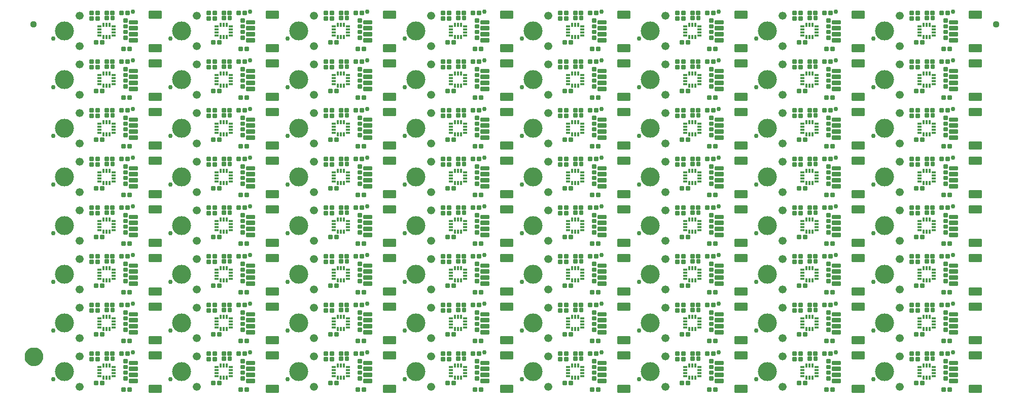
<source format=gts>
G04 EAGLE Gerber RS-274X export*
G75*
%MOMM*%
%FSLAX34Y34*%
%LPD*%
%INSoldermask Top*%
%IPPOS*%
%AMOC8*
5,1,8,0,0,1.08239X$1,22.5*%
G01*
%ADD10C,0.225369*%
%ADD11C,3.175000*%
%ADD12C,0.762000*%
%ADD13C,0.225588*%
%ADD14C,1.327000*%
%ADD15R,0.450000X0.650000*%
%ADD16R,0.650000X0.450000*%
%ADD17C,1.127000*%
%ADD18C,1.270000*%
%ADD19C,1.627000*%


D10*
X72438Y57246D02*
X67422Y57246D01*
X67422Y62262D01*
X72438Y62262D01*
X72438Y57246D01*
X72438Y59387D02*
X67422Y59387D01*
X67422Y61528D02*
X72438Y61528D01*
X77422Y57246D02*
X82438Y57246D01*
X77422Y57246D02*
X77422Y62262D01*
X82438Y62262D01*
X82438Y57246D01*
X82438Y59387D02*
X77422Y59387D01*
X77422Y61528D02*
X82438Y61528D01*
X102695Y62516D02*
X107711Y62516D01*
X107711Y57500D01*
X102695Y57500D01*
X102695Y62516D01*
X102695Y59641D02*
X107711Y59641D01*
X107711Y61782D02*
X102695Y61782D01*
X97711Y62516D02*
X92695Y62516D01*
X97711Y62516D02*
X97711Y57500D01*
X92695Y57500D01*
X92695Y62516D01*
X92695Y59641D02*
X97711Y59641D01*
X97711Y61782D02*
X92695Y61782D01*
D11*
X25400Y38100D03*
D10*
X129572Y43800D02*
X129572Y48816D01*
X129572Y43800D02*
X124556Y43800D01*
X124556Y48816D01*
X129572Y48816D01*
X129572Y45941D02*
X124556Y45941D01*
X124556Y48082D02*
X129572Y48082D01*
X129572Y53800D02*
X129572Y58816D01*
X129572Y53800D02*
X124556Y53800D01*
X124556Y58816D01*
X129572Y58816D01*
X129572Y55941D02*
X124556Y55941D01*
X124556Y58082D02*
X129572Y58082D01*
X124556Y39512D02*
X124556Y34496D01*
X124556Y39512D02*
X129572Y39512D01*
X129572Y34496D01*
X124556Y34496D01*
X124556Y36637D02*
X129572Y36637D01*
X129572Y38778D02*
X124556Y38778D01*
X124556Y29512D02*
X124556Y24496D01*
X124556Y29512D02*
X129572Y29512D01*
X129572Y24496D01*
X124556Y24496D01*
X124556Y26637D02*
X129572Y26637D01*
X129572Y28778D02*
X124556Y28778D01*
D12*
X139446Y70104D03*
X6604Y25654D03*
D10*
X92568Y66580D02*
X97584Y66580D01*
X92568Y66580D02*
X92568Y71596D01*
X97584Y71596D01*
X97584Y66580D01*
X97584Y68721D02*
X92568Y68721D01*
X92568Y70862D02*
X97584Y70862D01*
X102568Y66580D02*
X107584Y66580D01*
X102568Y66580D02*
X102568Y71596D01*
X107584Y71596D01*
X107584Y66580D01*
X107584Y68721D02*
X102568Y68721D01*
X102568Y70862D02*
X107584Y70862D01*
X82438Y71596D02*
X77422Y71596D01*
X82438Y71596D02*
X82438Y66580D01*
X77422Y66580D01*
X77422Y71596D01*
X77422Y68721D02*
X82438Y68721D01*
X82438Y70862D02*
X77422Y70862D01*
X72438Y71596D02*
X67422Y71596D01*
X72438Y71596D02*
X72438Y66580D01*
X67422Y66580D01*
X67422Y71596D01*
X67422Y68721D02*
X72438Y68721D01*
X72438Y70862D02*
X67422Y70862D01*
X121016Y6128D02*
X126032Y6128D01*
X121016Y6128D02*
X121016Y11144D01*
X126032Y11144D01*
X126032Y6128D01*
X126032Y8269D02*
X121016Y8269D01*
X121016Y10410D02*
X126032Y10410D01*
X131016Y6128D02*
X136032Y6128D01*
X131016Y6128D02*
X131016Y11144D01*
X136032Y11144D01*
X136032Y6128D01*
X136032Y8269D02*
X131016Y8269D01*
X131016Y10410D02*
X136032Y10410D01*
X132476Y71596D02*
X127460Y71596D01*
X132476Y71596D02*
X132476Y66580D01*
X127460Y66580D01*
X127460Y71596D01*
X127460Y68721D02*
X132476Y68721D01*
X132476Y70862D02*
X127460Y70862D01*
X122476Y71596D02*
X117460Y71596D01*
X122476Y71596D02*
X122476Y66580D01*
X117460Y66580D01*
X117460Y71596D01*
X117460Y68721D02*
X122476Y68721D01*
X122476Y70862D02*
X117460Y70862D01*
D13*
X185957Y15607D02*
X185957Y4593D01*
X166943Y4593D01*
X166943Y15607D01*
X185957Y15607D01*
X185957Y6736D02*
X166943Y6736D01*
X166943Y8879D02*
X185957Y8879D01*
X185957Y11022D02*
X166943Y11022D01*
X166943Y13165D02*
X185957Y13165D01*
X185957Y15308D02*
X166943Y15308D01*
X185957Y60593D02*
X185957Y71607D01*
X185957Y60593D02*
X166943Y60593D01*
X166943Y71607D01*
X185957Y71607D01*
X185957Y62736D02*
X166943Y62736D01*
X166943Y64879D02*
X185957Y64879D01*
X185957Y67022D02*
X166943Y67022D01*
X166943Y69165D02*
X185957Y69165D01*
X185957Y71308D02*
X166943Y71308D01*
D10*
X145958Y25608D02*
X145958Y20592D01*
X133442Y20592D01*
X133442Y25608D01*
X145958Y25608D01*
X145958Y22733D02*
X133442Y22733D01*
X133442Y24874D02*
X145958Y24874D01*
X145958Y30592D02*
X145958Y35608D01*
X145958Y30592D02*
X133442Y30592D01*
X133442Y35608D01*
X145958Y35608D01*
X145958Y32733D02*
X133442Y32733D01*
X133442Y34874D02*
X145958Y34874D01*
X145958Y40592D02*
X145958Y45608D01*
X145958Y40592D02*
X133442Y40592D01*
X133442Y45608D01*
X145958Y45608D01*
X145958Y42733D02*
X133442Y42733D01*
X133442Y44874D02*
X145958Y44874D01*
X145958Y50592D02*
X145958Y55608D01*
X145958Y50592D02*
X133442Y50592D01*
X133442Y55608D01*
X145958Y55608D01*
X145958Y52733D02*
X133442Y52733D01*
X133442Y54874D02*
X145958Y54874D01*
D14*
X50800Y12700D03*
X50800Y63500D03*
D10*
X85296Y22066D02*
X90312Y22066D01*
X90312Y17050D01*
X85296Y17050D01*
X85296Y22066D01*
X85296Y19191D02*
X90312Y19191D01*
X90312Y21332D02*
X85296Y21332D01*
X80312Y22066D02*
X75296Y22066D01*
X80312Y22066D02*
X80312Y17050D01*
X75296Y17050D01*
X75296Y22066D01*
X75296Y19191D02*
X80312Y19191D01*
X80312Y21332D02*
X75296Y21332D01*
D15*
X90300Y28150D03*
X95200Y28150D03*
X100200Y28150D03*
X90300Y48150D03*
X95200Y48150D03*
X100200Y48150D03*
D16*
X106900Y45650D03*
X106900Y40650D03*
X106900Y35550D03*
X106900Y30650D03*
X83700Y45650D03*
X83700Y40650D03*
X83700Y35550D03*
X83700Y30650D03*
D10*
X263002Y57246D02*
X268018Y57246D01*
X263002Y57246D02*
X263002Y62262D01*
X268018Y62262D01*
X268018Y57246D01*
X268018Y59387D02*
X263002Y59387D01*
X263002Y61528D02*
X268018Y61528D01*
X273002Y57246D02*
X278018Y57246D01*
X273002Y57246D02*
X273002Y62262D01*
X278018Y62262D01*
X278018Y57246D01*
X278018Y59387D02*
X273002Y59387D01*
X273002Y61528D02*
X278018Y61528D01*
X298275Y62516D02*
X303291Y62516D01*
X303291Y57500D01*
X298275Y57500D01*
X298275Y62516D01*
X298275Y59641D02*
X303291Y59641D01*
X303291Y61782D02*
X298275Y61782D01*
X293291Y62516D02*
X288275Y62516D01*
X293291Y62516D02*
X293291Y57500D01*
X288275Y57500D01*
X288275Y62516D01*
X288275Y59641D02*
X293291Y59641D01*
X293291Y61782D02*
X288275Y61782D01*
D11*
X220980Y38100D03*
D10*
X325152Y43800D02*
X325152Y48816D01*
X325152Y43800D02*
X320136Y43800D01*
X320136Y48816D01*
X325152Y48816D01*
X325152Y45941D02*
X320136Y45941D01*
X320136Y48082D02*
X325152Y48082D01*
X325152Y53800D02*
X325152Y58816D01*
X325152Y53800D02*
X320136Y53800D01*
X320136Y58816D01*
X325152Y58816D01*
X325152Y55941D02*
X320136Y55941D01*
X320136Y58082D02*
X325152Y58082D01*
X320136Y39512D02*
X320136Y34496D01*
X320136Y39512D02*
X325152Y39512D01*
X325152Y34496D01*
X320136Y34496D01*
X320136Y36637D02*
X325152Y36637D01*
X325152Y38778D02*
X320136Y38778D01*
X320136Y29512D02*
X320136Y24496D01*
X320136Y29512D02*
X325152Y29512D01*
X325152Y24496D01*
X320136Y24496D01*
X320136Y26637D02*
X325152Y26637D01*
X325152Y28778D02*
X320136Y28778D01*
D12*
X335026Y70104D03*
X202184Y25654D03*
D10*
X288148Y66580D02*
X293164Y66580D01*
X288148Y66580D02*
X288148Y71596D01*
X293164Y71596D01*
X293164Y66580D01*
X293164Y68721D02*
X288148Y68721D01*
X288148Y70862D02*
X293164Y70862D01*
X298148Y66580D02*
X303164Y66580D01*
X298148Y66580D02*
X298148Y71596D01*
X303164Y71596D01*
X303164Y66580D01*
X303164Y68721D02*
X298148Y68721D01*
X298148Y70862D02*
X303164Y70862D01*
X278018Y71596D02*
X273002Y71596D01*
X278018Y71596D02*
X278018Y66580D01*
X273002Y66580D01*
X273002Y71596D01*
X273002Y68721D02*
X278018Y68721D01*
X278018Y70862D02*
X273002Y70862D01*
X268018Y71596D02*
X263002Y71596D01*
X268018Y71596D02*
X268018Y66580D01*
X263002Y66580D01*
X263002Y71596D01*
X263002Y68721D02*
X268018Y68721D01*
X268018Y70862D02*
X263002Y70862D01*
X316596Y6128D02*
X321612Y6128D01*
X316596Y6128D02*
X316596Y11144D01*
X321612Y11144D01*
X321612Y6128D01*
X321612Y8269D02*
X316596Y8269D01*
X316596Y10410D02*
X321612Y10410D01*
X326596Y6128D02*
X331612Y6128D01*
X326596Y6128D02*
X326596Y11144D01*
X331612Y11144D01*
X331612Y6128D01*
X331612Y8269D02*
X326596Y8269D01*
X326596Y10410D02*
X331612Y10410D01*
X328056Y71596D02*
X323040Y71596D01*
X328056Y71596D02*
X328056Y66580D01*
X323040Y66580D01*
X323040Y71596D01*
X323040Y68721D02*
X328056Y68721D01*
X328056Y70862D02*
X323040Y70862D01*
X318056Y71596D02*
X313040Y71596D01*
X318056Y71596D02*
X318056Y66580D01*
X313040Y66580D01*
X313040Y71596D01*
X313040Y68721D02*
X318056Y68721D01*
X318056Y70862D02*
X313040Y70862D01*
D13*
X381537Y15607D02*
X381537Y4593D01*
X362523Y4593D01*
X362523Y15607D01*
X381537Y15607D01*
X381537Y6736D02*
X362523Y6736D01*
X362523Y8879D02*
X381537Y8879D01*
X381537Y11022D02*
X362523Y11022D01*
X362523Y13165D02*
X381537Y13165D01*
X381537Y15308D02*
X362523Y15308D01*
X381537Y60593D02*
X381537Y71607D01*
X381537Y60593D02*
X362523Y60593D01*
X362523Y71607D01*
X381537Y71607D01*
X381537Y62736D02*
X362523Y62736D01*
X362523Y64879D02*
X381537Y64879D01*
X381537Y67022D02*
X362523Y67022D01*
X362523Y69165D02*
X381537Y69165D01*
X381537Y71308D02*
X362523Y71308D01*
D10*
X341538Y25608D02*
X341538Y20592D01*
X329022Y20592D01*
X329022Y25608D01*
X341538Y25608D01*
X341538Y22733D02*
X329022Y22733D01*
X329022Y24874D02*
X341538Y24874D01*
X341538Y30592D02*
X341538Y35608D01*
X341538Y30592D02*
X329022Y30592D01*
X329022Y35608D01*
X341538Y35608D01*
X341538Y32733D02*
X329022Y32733D01*
X329022Y34874D02*
X341538Y34874D01*
X341538Y40592D02*
X341538Y45608D01*
X341538Y40592D02*
X329022Y40592D01*
X329022Y45608D01*
X341538Y45608D01*
X341538Y42733D02*
X329022Y42733D01*
X329022Y44874D02*
X341538Y44874D01*
X341538Y50592D02*
X341538Y55608D01*
X341538Y50592D02*
X329022Y50592D01*
X329022Y55608D01*
X341538Y55608D01*
X341538Y52733D02*
X329022Y52733D01*
X329022Y54874D02*
X341538Y54874D01*
D14*
X246380Y12700D03*
X246380Y63500D03*
D10*
X280876Y22066D02*
X285892Y22066D01*
X285892Y17050D01*
X280876Y17050D01*
X280876Y22066D01*
X280876Y19191D02*
X285892Y19191D01*
X285892Y21332D02*
X280876Y21332D01*
X275892Y22066D02*
X270876Y22066D01*
X275892Y22066D02*
X275892Y17050D01*
X270876Y17050D01*
X270876Y22066D01*
X270876Y19191D02*
X275892Y19191D01*
X275892Y21332D02*
X270876Y21332D01*
D15*
X285880Y28150D03*
X290780Y28150D03*
X295780Y28150D03*
X285880Y48150D03*
X290780Y48150D03*
X295780Y48150D03*
D16*
X302480Y45650D03*
X302480Y40650D03*
X302480Y35550D03*
X302480Y30650D03*
X279280Y45650D03*
X279280Y40650D03*
X279280Y35550D03*
X279280Y30650D03*
D10*
X458582Y57246D02*
X463598Y57246D01*
X458582Y57246D02*
X458582Y62262D01*
X463598Y62262D01*
X463598Y57246D01*
X463598Y59387D02*
X458582Y59387D01*
X458582Y61528D02*
X463598Y61528D01*
X468582Y57246D02*
X473598Y57246D01*
X468582Y57246D02*
X468582Y62262D01*
X473598Y62262D01*
X473598Y57246D01*
X473598Y59387D02*
X468582Y59387D01*
X468582Y61528D02*
X473598Y61528D01*
X493855Y62516D02*
X498871Y62516D01*
X498871Y57500D01*
X493855Y57500D01*
X493855Y62516D01*
X493855Y59641D02*
X498871Y59641D01*
X498871Y61782D02*
X493855Y61782D01*
X488871Y62516D02*
X483855Y62516D01*
X488871Y62516D02*
X488871Y57500D01*
X483855Y57500D01*
X483855Y62516D01*
X483855Y59641D02*
X488871Y59641D01*
X488871Y61782D02*
X483855Y61782D01*
D11*
X416560Y38100D03*
D10*
X520732Y43800D02*
X520732Y48816D01*
X520732Y43800D02*
X515716Y43800D01*
X515716Y48816D01*
X520732Y48816D01*
X520732Y45941D02*
X515716Y45941D01*
X515716Y48082D02*
X520732Y48082D01*
X520732Y53800D02*
X520732Y58816D01*
X520732Y53800D02*
X515716Y53800D01*
X515716Y58816D01*
X520732Y58816D01*
X520732Y55941D02*
X515716Y55941D01*
X515716Y58082D02*
X520732Y58082D01*
X515716Y39512D02*
X515716Y34496D01*
X515716Y39512D02*
X520732Y39512D01*
X520732Y34496D01*
X515716Y34496D01*
X515716Y36637D02*
X520732Y36637D01*
X520732Y38778D02*
X515716Y38778D01*
X515716Y29512D02*
X515716Y24496D01*
X515716Y29512D02*
X520732Y29512D01*
X520732Y24496D01*
X515716Y24496D01*
X515716Y26637D02*
X520732Y26637D01*
X520732Y28778D02*
X515716Y28778D01*
D12*
X530606Y70104D03*
X397764Y25654D03*
D10*
X483728Y66580D02*
X488744Y66580D01*
X483728Y66580D02*
X483728Y71596D01*
X488744Y71596D01*
X488744Y66580D01*
X488744Y68721D02*
X483728Y68721D01*
X483728Y70862D02*
X488744Y70862D01*
X493728Y66580D02*
X498744Y66580D01*
X493728Y66580D02*
X493728Y71596D01*
X498744Y71596D01*
X498744Y66580D01*
X498744Y68721D02*
X493728Y68721D01*
X493728Y70862D02*
X498744Y70862D01*
X473598Y71596D02*
X468582Y71596D01*
X473598Y71596D02*
X473598Y66580D01*
X468582Y66580D01*
X468582Y71596D01*
X468582Y68721D02*
X473598Y68721D01*
X473598Y70862D02*
X468582Y70862D01*
X463598Y71596D02*
X458582Y71596D01*
X463598Y71596D02*
X463598Y66580D01*
X458582Y66580D01*
X458582Y71596D01*
X458582Y68721D02*
X463598Y68721D01*
X463598Y70862D02*
X458582Y70862D01*
X512176Y6128D02*
X517192Y6128D01*
X512176Y6128D02*
X512176Y11144D01*
X517192Y11144D01*
X517192Y6128D01*
X517192Y8269D02*
X512176Y8269D01*
X512176Y10410D02*
X517192Y10410D01*
X522176Y6128D02*
X527192Y6128D01*
X522176Y6128D02*
X522176Y11144D01*
X527192Y11144D01*
X527192Y6128D01*
X527192Y8269D02*
X522176Y8269D01*
X522176Y10410D02*
X527192Y10410D01*
X523636Y71596D02*
X518620Y71596D01*
X523636Y71596D02*
X523636Y66580D01*
X518620Y66580D01*
X518620Y71596D01*
X518620Y68721D02*
X523636Y68721D01*
X523636Y70862D02*
X518620Y70862D01*
X513636Y71596D02*
X508620Y71596D01*
X513636Y71596D02*
X513636Y66580D01*
X508620Y66580D01*
X508620Y71596D01*
X508620Y68721D02*
X513636Y68721D01*
X513636Y70862D02*
X508620Y70862D01*
D13*
X577117Y15607D02*
X577117Y4593D01*
X558103Y4593D01*
X558103Y15607D01*
X577117Y15607D01*
X577117Y6736D02*
X558103Y6736D01*
X558103Y8879D02*
X577117Y8879D01*
X577117Y11022D02*
X558103Y11022D01*
X558103Y13165D02*
X577117Y13165D01*
X577117Y15308D02*
X558103Y15308D01*
X577117Y60593D02*
X577117Y71607D01*
X577117Y60593D02*
X558103Y60593D01*
X558103Y71607D01*
X577117Y71607D01*
X577117Y62736D02*
X558103Y62736D01*
X558103Y64879D02*
X577117Y64879D01*
X577117Y67022D02*
X558103Y67022D01*
X558103Y69165D02*
X577117Y69165D01*
X577117Y71308D02*
X558103Y71308D01*
D10*
X537118Y25608D02*
X537118Y20592D01*
X524602Y20592D01*
X524602Y25608D01*
X537118Y25608D01*
X537118Y22733D02*
X524602Y22733D01*
X524602Y24874D02*
X537118Y24874D01*
X537118Y30592D02*
X537118Y35608D01*
X537118Y30592D02*
X524602Y30592D01*
X524602Y35608D01*
X537118Y35608D01*
X537118Y32733D02*
X524602Y32733D01*
X524602Y34874D02*
X537118Y34874D01*
X537118Y40592D02*
X537118Y45608D01*
X537118Y40592D02*
X524602Y40592D01*
X524602Y45608D01*
X537118Y45608D01*
X537118Y42733D02*
X524602Y42733D01*
X524602Y44874D02*
X537118Y44874D01*
X537118Y50592D02*
X537118Y55608D01*
X537118Y50592D02*
X524602Y50592D01*
X524602Y55608D01*
X537118Y55608D01*
X537118Y52733D02*
X524602Y52733D01*
X524602Y54874D02*
X537118Y54874D01*
D14*
X441960Y12700D03*
X441960Y63500D03*
D10*
X476456Y22066D02*
X481472Y22066D01*
X481472Y17050D01*
X476456Y17050D01*
X476456Y22066D01*
X476456Y19191D02*
X481472Y19191D01*
X481472Y21332D02*
X476456Y21332D01*
X471472Y22066D02*
X466456Y22066D01*
X471472Y22066D02*
X471472Y17050D01*
X466456Y17050D01*
X466456Y22066D01*
X466456Y19191D02*
X471472Y19191D01*
X471472Y21332D02*
X466456Y21332D01*
D15*
X481460Y28150D03*
X486360Y28150D03*
X491360Y28150D03*
X481460Y48150D03*
X486360Y48150D03*
X491360Y48150D03*
D16*
X498060Y45650D03*
X498060Y40650D03*
X498060Y35550D03*
X498060Y30650D03*
X474860Y45650D03*
X474860Y40650D03*
X474860Y35550D03*
X474860Y30650D03*
D10*
X654162Y57246D02*
X659178Y57246D01*
X654162Y57246D02*
X654162Y62262D01*
X659178Y62262D01*
X659178Y57246D01*
X659178Y59387D02*
X654162Y59387D01*
X654162Y61528D02*
X659178Y61528D01*
X664162Y57246D02*
X669178Y57246D01*
X664162Y57246D02*
X664162Y62262D01*
X669178Y62262D01*
X669178Y57246D01*
X669178Y59387D02*
X664162Y59387D01*
X664162Y61528D02*
X669178Y61528D01*
X689435Y62516D02*
X694451Y62516D01*
X694451Y57500D01*
X689435Y57500D01*
X689435Y62516D01*
X689435Y59641D02*
X694451Y59641D01*
X694451Y61782D02*
X689435Y61782D01*
X684451Y62516D02*
X679435Y62516D01*
X684451Y62516D02*
X684451Y57500D01*
X679435Y57500D01*
X679435Y62516D01*
X679435Y59641D02*
X684451Y59641D01*
X684451Y61782D02*
X679435Y61782D01*
D11*
X612140Y38100D03*
D10*
X716312Y43800D02*
X716312Y48816D01*
X716312Y43800D02*
X711296Y43800D01*
X711296Y48816D01*
X716312Y48816D01*
X716312Y45941D02*
X711296Y45941D01*
X711296Y48082D02*
X716312Y48082D01*
X716312Y53800D02*
X716312Y58816D01*
X716312Y53800D02*
X711296Y53800D01*
X711296Y58816D01*
X716312Y58816D01*
X716312Y55941D02*
X711296Y55941D01*
X711296Y58082D02*
X716312Y58082D01*
X711296Y39512D02*
X711296Y34496D01*
X711296Y39512D02*
X716312Y39512D01*
X716312Y34496D01*
X711296Y34496D01*
X711296Y36637D02*
X716312Y36637D01*
X716312Y38778D02*
X711296Y38778D01*
X711296Y29512D02*
X711296Y24496D01*
X711296Y29512D02*
X716312Y29512D01*
X716312Y24496D01*
X711296Y24496D01*
X711296Y26637D02*
X716312Y26637D01*
X716312Y28778D02*
X711296Y28778D01*
D12*
X726186Y70104D03*
X593344Y25654D03*
D10*
X679308Y66580D02*
X684324Y66580D01*
X679308Y66580D02*
X679308Y71596D01*
X684324Y71596D01*
X684324Y66580D01*
X684324Y68721D02*
X679308Y68721D01*
X679308Y70862D02*
X684324Y70862D01*
X689308Y66580D02*
X694324Y66580D01*
X689308Y66580D02*
X689308Y71596D01*
X694324Y71596D01*
X694324Y66580D01*
X694324Y68721D02*
X689308Y68721D01*
X689308Y70862D02*
X694324Y70862D01*
X669178Y71596D02*
X664162Y71596D01*
X669178Y71596D02*
X669178Y66580D01*
X664162Y66580D01*
X664162Y71596D01*
X664162Y68721D02*
X669178Y68721D01*
X669178Y70862D02*
X664162Y70862D01*
X659178Y71596D02*
X654162Y71596D01*
X659178Y71596D02*
X659178Y66580D01*
X654162Y66580D01*
X654162Y71596D01*
X654162Y68721D02*
X659178Y68721D01*
X659178Y70862D02*
X654162Y70862D01*
X707756Y6128D02*
X712772Y6128D01*
X707756Y6128D02*
X707756Y11144D01*
X712772Y11144D01*
X712772Y6128D01*
X712772Y8269D02*
X707756Y8269D01*
X707756Y10410D02*
X712772Y10410D01*
X717756Y6128D02*
X722772Y6128D01*
X717756Y6128D02*
X717756Y11144D01*
X722772Y11144D01*
X722772Y6128D01*
X722772Y8269D02*
X717756Y8269D01*
X717756Y10410D02*
X722772Y10410D01*
X719216Y71596D02*
X714200Y71596D01*
X719216Y71596D02*
X719216Y66580D01*
X714200Y66580D01*
X714200Y71596D01*
X714200Y68721D02*
X719216Y68721D01*
X719216Y70862D02*
X714200Y70862D01*
X709216Y71596D02*
X704200Y71596D01*
X709216Y71596D02*
X709216Y66580D01*
X704200Y66580D01*
X704200Y71596D01*
X704200Y68721D02*
X709216Y68721D01*
X709216Y70862D02*
X704200Y70862D01*
D13*
X772697Y15607D02*
X772697Y4593D01*
X753683Y4593D01*
X753683Y15607D01*
X772697Y15607D01*
X772697Y6736D02*
X753683Y6736D01*
X753683Y8879D02*
X772697Y8879D01*
X772697Y11022D02*
X753683Y11022D01*
X753683Y13165D02*
X772697Y13165D01*
X772697Y15308D02*
X753683Y15308D01*
X772697Y60593D02*
X772697Y71607D01*
X772697Y60593D02*
X753683Y60593D01*
X753683Y71607D01*
X772697Y71607D01*
X772697Y62736D02*
X753683Y62736D01*
X753683Y64879D02*
X772697Y64879D01*
X772697Y67022D02*
X753683Y67022D01*
X753683Y69165D02*
X772697Y69165D01*
X772697Y71308D02*
X753683Y71308D01*
D10*
X732698Y25608D02*
X732698Y20592D01*
X720182Y20592D01*
X720182Y25608D01*
X732698Y25608D01*
X732698Y22733D02*
X720182Y22733D01*
X720182Y24874D02*
X732698Y24874D01*
X732698Y30592D02*
X732698Y35608D01*
X732698Y30592D02*
X720182Y30592D01*
X720182Y35608D01*
X732698Y35608D01*
X732698Y32733D02*
X720182Y32733D01*
X720182Y34874D02*
X732698Y34874D01*
X732698Y40592D02*
X732698Y45608D01*
X732698Y40592D02*
X720182Y40592D01*
X720182Y45608D01*
X732698Y45608D01*
X732698Y42733D02*
X720182Y42733D01*
X720182Y44874D02*
X732698Y44874D01*
X732698Y50592D02*
X732698Y55608D01*
X732698Y50592D02*
X720182Y50592D01*
X720182Y55608D01*
X732698Y55608D01*
X732698Y52733D02*
X720182Y52733D01*
X720182Y54874D02*
X732698Y54874D01*
D14*
X637540Y12700D03*
X637540Y63500D03*
D10*
X672036Y22066D02*
X677052Y22066D01*
X677052Y17050D01*
X672036Y17050D01*
X672036Y22066D01*
X672036Y19191D02*
X677052Y19191D01*
X677052Y21332D02*
X672036Y21332D01*
X667052Y22066D02*
X662036Y22066D01*
X667052Y22066D02*
X667052Y17050D01*
X662036Y17050D01*
X662036Y22066D01*
X662036Y19191D02*
X667052Y19191D01*
X667052Y21332D02*
X662036Y21332D01*
D15*
X677040Y28150D03*
X681940Y28150D03*
X686940Y28150D03*
X677040Y48150D03*
X681940Y48150D03*
X686940Y48150D03*
D16*
X693640Y45650D03*
X693640Y40650D03*
X693640Y35550D03*
X693640Y30650D03*
X670440Y45650D03*
X670440Y40650D03*
X670440Y35550D03*
X670440Y30650D03*
D10*
X849742Y57246D02*
X854758Y57246D01*
X849742Y57246D02*
X849742Y62262D01*
X854758Y62262D01*
X854758Y57246D01*
X854758Y59387D02*
X849742Y59387D01*
X849742Y61528D02*
X854758Y61528D01*
X859742Y57246D02*
X864758Y57246D01*
X859742Y57246D02*
X859742Y62262D01*
X864758Y62262D01*
X864758Y57246D01*
X864758Y59387D02*
X859742Y59387D01*
X859742Y61528D02*
X864758Y61528D01*
X885015Y62516D02*
X890031Y62516D01*
X890031Y57500D01*
X885015Y57500D01*
X885015Y62516D01*
X885015Y59641D02*
X890031Y59641D01*
X890031Y61782D02*
X885015Y61782D01*
X880031Y62516D02*
X875015Y62516D01*
X880031Y62516D02*
X880031Y57500D01*
X875015Y57500D01*
X875015Y62516D01*
X875015Y59641D02*
X880031Y59641D01*
X880031Y61782D02*
X875015Y61782D01*
D11*
X807720Y38100D03*
D10*
X911892Y43800D02*
X911892Y48816D01*
X911892Y43800D02*
X906876Y43800D01*
X906876Y48816D01*
X911892Y48816D01*
X911892Y45941D02*
X906876Y45941D01*
X906876Y48082D02*
X911892Y48082D01*
X911892Y53800D02*
X911892Y58816D01*
X911892Y53800D02*
X906876Y53800D01*
X906876Y58816D01*
X911892Y58816D01*
X911892Y55941D02*
X906876Y55941D01*
X906876Y58082D02*
X911892Y58082D01*
X906876Y39512D02*
X906876Y34496D01*
X906876Y39512D02*
X911892Y39512D01*
X911892Y34496D01*
X906876Y34496D01*
X906876Y36637D02*
X911892Y36637D01*
X911892Y38778D02*
X906876Y38778D01*
X906876Y29512D02*
X906876Y24496D01*
X906876Y29512D02*
X911892Y29512D01*
X911892Y24496D01*
X906876Y24496D01*
X906876Y26637D02*
X911892Y26637D01*
X911892Y28778D02*
X906876Y28778D01*
D12*
X921766Y70104D03*
X788924Y25654D03*
D10*
X874888Y66580D02*
X879904Y66580D01*
X874888Y66580D02*
X874888Y71596D01*
X879904Y71596D01*
X879904Y66580D01*
X879904Y68721D02*
X874888Y68721D01*
X874888Y70862D02*
X879904Y70862D01*
X884888Y66580D02*
X889904Y66580D01*
X884888Y66580D02*
X884888Y71596D01*
X889904Y71596D01*
X889904Y66580D01*
X889904Y68721D02*
X884888Y68721D01*
X884888Y70862D02*
X889904Y70862D01*
X864758Y71596D02*
X859742Y71596D01*
X864758Y71596D02*
X864758Y66580D01*
X859742Y66580D01*
X859742Y71596D01*
X859742Y68721D02*
X864758Y68721D01*
X864758Y70862D02*
X859742Y70862D01*
X854758Y71596D02*
X849742Y71596D01*
X854758Y71596D02*
X854758Y66580D01*
X849742Y66580D01*
X849742Y71596D01*
X849742Y68721D02*
X854758Y68721D01*
X854758Y70862D02*
X849742Y70862D01*
X903336Y6128D02*
X908352Y6128D01*
X903336Y6128D02*
X903336Y11144D01*
X908352Y11144D01*
X908352Y6128D01*
X908352Y8269D02*
X903336Y8269D01*
X903336Y10410D02*
X908352Y10410D01*
X913336Y6128D02*
X918352Y6128D01*
X913336Y6128D02*
X913336Y11144D01*
X918352Y11144D01*
X918352Y6128D01*
X918352Y8269D02*
X913336Y8269D01*
X913336Y10410D02*
X918352Y10410D01*
X914796Y71596D02*
X909780Y71596D01*
X914796Y71596D02*
X914796Y66580D01*
X909780Y66580D01*
X909780Y71596D01*
X909780Y68721D02*
X914796Y68721D01*
X914796Y70862D02*
X909780Y70862D01*
X904796Y71596D02*
X899780Y71596D01*
X904796Y71596D02*
X904796Y66580D01*
X899780Y66580D01*
X899780Y71596D01*
X899780Y68721D02*
X904796Y68721D01*
X904796Y70862D02*
X899780Y70862D01*
D13*
X968277Y15607D02*
X968277Y4593D01*
X949263Y4593D01*
X949263Y15607D01*
X968277Y15607D01*
X968277Y6736D02*
X949263Y6736D01*
X949263Y8879D02*
X968277Y8879D01*
X968277Y11022D02*
X949263Y11022D01*
X949263Y13165D02*
X968277Y13165D01*
X968277Y15308D02*
X949263Y15308D01*
X968277Y60593D02*
X968277Y71607D01*
X968277Y60593D02*
X949263Y60593D01*
X949263Y71607D01*
X968277Y71607D01*
X968277Y62736D02*
X949263Y62736D01*
X949263Y64879D02*
X968277Y64879D01*
X968277Y67022D02*
X949263Y67022D01*
X949263Y69165D02*
X968277Y69165D01*
X968277Y71308D02*
X949263Y71308D01*
D10*
X928278Y25608D02*
X928278Y20592D01*
X915762Y20592D01*
X915762Y25608D01*
X928278Y25608D01*
X928278Y22733D02*
X915762Y22733D01*
X915762Y24874D02*
X928278Y24874D01*
X928278Y30592D02*
X928278Y35608D01*
X928278Y30592D02*
X915762Y30592D01*
X915762Y35608D01*
X928278Y35608D01*
X928278Y32733D02*
X915762Y32733D01*
X915762Y34874D02*
X928278Y34874D01*
X928278Y40592D02*
X928278Y45608D01*
X928278Y40592D02*
X915762Y40592D01*
X915762Y45608D01*
X928278Y45608D01*
X928278Y42733D02*
X915762Y42733D01*
X915762Y44874D02*
X928278Y44874D01*
X928278Y50592D02*
X928278Y55608D01*
X928278Y50592D02*
X915762Y50592D01*
X915762Y55608D01*
X928278Y55608D01*
X928278Y52733D02*
X915762Y52733D01*
X915762Y54874D02*
X928278Y54874D01*
D14*
X833120Y12700D03*
X833120Y63500D03*
D10*
X867616Y22066D02*
X872632Y22066D01*
X872632Y17050D01*
X867616Y17050D01*
X867616Y22066D01*
X867616Y19191D02*
X872632Y19191D01*
X872632Y21332D02*
X867616Y21332D01*
X862632Y22066D02*
X857616Y22066D01*
X862632Y22066D02*
X862632Y17050D01*
X857616Y17050D01*
X857616Y22066D01*
X857616Y19191D02*
X862632Y19191D01*
X862632Y21332D02*
X857616Y21332D01*
D15*
X872620Y28150D03*
X877520Y28150D03*
X882520Y28150D03*
X872620Y48150D03*
X877520Y48150D03*
X882520Y48150D03*
D16*
X889220Y45650D03*
X889220Y40650D03*
X889220Y35550D03*
X889220Y30650D03*
X866020Y45650D03*
X866020Y40650D03*
X866020Y35550D03*
X866020Y30650D03*
D10*
X1045322Y57246D02*
X1050338Y57246D01*
X1045322Y57246D02*
X1045322Y62262D01*
X1050338Y62262D01*
X1050338Y57246D01*
X1050338Y59387D02*
X1045322Y59387D01*
X1045322Y61528D02*
X1050338Y61528D01*
X1055322Y57246D02*
X1060338Y57246D01*
X1055322Y57246D02*
X1055322Y62262D01*
X1060338Y62262D01*
X1060338Y57246D01*
X1060338Y59387D02*
X1055322Y59387D01*
X1055322Y61528D02*
X1060338Y61528D01*
X1080595Y62516D02*
X1085611Y62516D01*
X1085611Y57500D01*
X1080595Y57500D01*
X1080595Y62516D01*
X1080595Y59641D02*
X1085611Y59641D01*
X1085611Y61782D02*
X1080595Y61782D01*
X1075611Y62516D02*
X1070595Y62516D01*
X1075611Y62516D02*
X1075611Y57500D01*
X1070595Y57500D01*
X1070595Y62516D01*
X1070595Y59641D02*
X1075611Y59641D01*
X1075611Y61782D02*
X1070595Y61782D01*
D11*
X1003300Y38100D03*
D10*
X1107472Y43800D02*
X1107472Y48816D01*
X1107472Y43800D02*
X1102456Y43800D01*
X1102456Y48816D01*
X1107472Y48816D01*
X1107472Y45941D02*
X1102456Y45941D01*
X1102456Y48082D02*
X1107472Y48082D01*
X1107472Y53800D02*
X1107472Y58816D01*
X1107472Y53800D02*
X1102456Y53800D01*
X1102456Y58816D01*
X1107472Y58816D01*
X1107472Y55941D02*
X1102456Y55941D01*
X1102456Y58082D02*
X1107472Y58082D01*
X1102456Y39512D02*
X1102456Y34496D01*
X1102456Y39512D02*
X1107472Y39512D01*
X1107472Y34496D01*
X1102456Y34496D01*
X1102456Y36637D02*
X1107472Y36637D01*
X1107472Y38778D02*
X1102456Y38778D01*
X1102456Y29512D02*
X1102456Y24496D01*
X1102456Y29512D02*
X1107472Y29512D01*
X1107472Y24496D01*
X1102456Y24496D01*
X1102456Y26637D02*
X1107472Y26637D01*
X1107472Y28778D02*
X1102456Y28778D01*
D12*
X1117346Y70104D03*
X984504Y25654D03*
D10*
X1070468Y66580D02*
X1075484Y66580D01*
X1070468Y66580D02*
X1070468Y71596D01*
X1075484Y71596D01*
X1075484Y66580D01*
X1075484Y68721D02*
X1070468Y68721D01*
X1070468Y70862D02*
X1075484Y70862D01*
X1080468Y66580D02*
X1085484Y66580D01*
X1080468Y66580D02*
X1080468Y71596D01*
X1085484Y71596D01*
X1085484Y66580D01*
X1085484Y68721D02*
X1080468Y68721D01*
X1080468Y70862D02*
X1085484Y70862D01*
X1060338Y71596D02*
X1055322Y71596D01*
X1060338Y71596D02*
X1060338Y66580D01*
X1055322Y66580D01*
X1055322Y71596D01*
X1055322Y68721D02*
X1060338Y68721D01*
X1060338Y70862D02*
X1055322Y70862D01*
X1050338Y71596D02*
X1045322Y71596D01*
X1050338Y71596D02*
X1050338Y66580D01*
X1045322Y66580D01*
X1045322Y71596D01*
X1045322Y68721D02*
X1050338Y68721D01*
X1050338Y70862D02*
X1045322Y70862D01*
X1098916Y6128D02*
X1103932Y6128D01*
X1098916Y6128D02*
X1098916Y11144D01*
X1103932Y11144D01*
X1103932Y6128D01*
X1103932Y8269D02*
X1098916Y8269D01*
X1098916Y10410D02*
X1103932Y10410D01*
X1108916Y6128D02*
X1113932Y6128D01*
X1108916Y6128D02*
X1108916Y11144D01*
X1113932Y11144D01*
X1113932Y6128D01*
X1113932Y8269D02*
X1108916Y8269D01*
X1108916Y10410D02*
X1113932Y10410D01*
X1110376Y71596D02*
X1105360Y71596D01*
X1110376Y71596D02*
X1110376Y66580D01*
X1105360Y66580D01*
X1105360Y71596D01*
X1105360Y68721D02*
X1110376Y68721D01*
X1110376Y70862D02*
X1105360Y70862D01*
X1100376Y71596D02*
X1095360Y71596D01*
X1100376Y71596D02*
X1100376Y66580D01*
X1095360Y66580D01*
X1095360Y71596D01*
X1095360Y68721D02*
X1100376Y68721D01*
X1100376Y70862D02*
X1095360Y70862D01*
D13*
X1163857Y15607D02*
X1163857Y4593D01*
X1144843Y4593D01*
X1144843Y15607D01*
X1163857Y15607D01*
X1163857Y6736D02*
X1144843Y6736D01*
X1144843Y8879D02*
X1163857Y8879D01*
X1163857Y11022D02*
X1144843Y11022D01*
X1144843Y13165D02*
X1163857Y13165D01*
X1163857Y15308D02*
X1144843Y15308D01*
X1163857Y60593D02*
X1163857Y71607D01*
X1163857Y60593D02*
X1144843Y60593D01*
X1144843Y71607D01*
X1163857Y71607D01*
X1163857Y62736D02*
X1144843Y62736D01*
X1144843Y64879D02*
X1163857Y64879D01*
X1163857Y67022D02*
X1144843Y67022D01*
X1144843Y69165D02*
X1163857Y69165D01*
X1163857Y71308D02*
X1144843Y71308D01*
D10*
X1123858Y25608D02*
X1123858Y20592D01*
X1111342Y20592D01*
X1111342Y25608D01*
X1123858Y25608D01*
X1123858Y22733D02*
X1111342Y22733D01*
X1111342Y24874D02*
X1123858Y24874D01*
X1123858Y30592D02*
X1123858Y35608D01*
X1123858Y30592D02*
X1111342Y30592D01*
X1111342Y35608D01*
X1123858Y35608D01*
X1123858Y32733D02*
X1111342Y32733D01*
X1111342Y34874D02*
X1123858Y34874D01*
X1123858Y40592D02*
X1123858Y45608D01*
X1123858Y40592D02*
X1111342Y40592D01*
X1111342Y45608D01*
X1123858Y45608D01*
X1123858Y42733D02*
X1111342Y42733D01*
X1111342Y44874D02*
X1123858Y44874D01*
X1123858Y50592D02*
X1123858Y55608D01*
X1123858Y50592D02*
X1111342Y50592D01*
X1111342Y55608D01*
X1123858Y55608D01*
X1123858Y52733D02*
X1111342Y52733D01*
X1111342Y54874D02*
X1123858Y54874D01*
D14*
X1028700Y12700D03*
X1028700Y63500D03*
D10*
X1063196Y22066D02*
X1068212Y22066D01*
X1068212Y17050D01*
X1063196Y17050D01*
X1063196Y22066D01*
X1063196Y19191D02*
X1068212Y19191D01*
X1068212Y21332D02*
X1063196Y21332D01*
X1058212Y22066D02*
X1053196Y22066D01*
X1058212Y22066D02*
X1058212Y17050D01*
X1053196Y17050D01*
X1053196Y22066D01*
X1053196Y19191D02*
X1058212Y19191D01*
X1058212Y21332D02*
X1053196Y21332D01*
D15*
X1068200Y28150D03*
X1073100Y28150D03*
X1078100Y28150D03*
X1068200Y48150D03*
X1073100Y48150D03*
X1078100Y48150D03*
D16*
X1084800Y45650D03*
X1084800Y40650D03*
X1084800Y35550D03*
X1084800Y30650D03*
X1061600Y45650D03*
X1061600Y40650D03*
X1061600Y35550D03*
X1061600Y30650D03*
D10*
X1240902Y57246D02*
X1245918Y57246D01*
X1240902Y57246D02*
X1240902Y62262D01*
X1245918Y62262D01*
X1245918Y57246D01*
X1245918Y59387D02*
X1240902Y59387D01*
X1240902Y61528D02*
X1245918Y61528D01*
X1250902Y57246D02*
X1255918Y57246D01*
X1250902Y57246D02*
X1250902Y62262D01*
X1255918Y62262D01*
X1255918Y57246D01*
X1255918Y59387D02*
X1250902Y59387D01*
X1250902Y61528D02*
X1255918Y61528D01*
X1276175Y62516D02*
X1281191Y62516D01*
X1281191Y57500D01*
X1276175Y57500D01*
X1276175Y62516D01*
X1276175Y59641D02*
X1281191Y59641D01*
X1281191Y61782D02*
X1276175Y61782D01*
X1271191Y62516D02*
X1266175Y62516D01*
X1271191Y62516D02*
X1271191Y57500D01*
X1266175Y57500D01*
X1266175Y62516D01*
X1266175Y59641D02*
X1271191Y59641D01*
X1271191Y61782D02*
X1266175Y61782D01*
D11*
X1198880Y38100D03*
D10*
X1303052Y43800D02*
X1303052Y48816D01*
X1303052Y43800D02*
X1298036Y43800D01*
X1298036Y48816D01*
X1303052Y48816D01*
X1303052Y45941D02*
X1298036Y45941D01*
X1298036Y48082D02*
X1303052Y48082D01*
X1303052Y53800D02*
X1303052Y58816D01*
X1303052Y53800D02*
X1298036Y53800D01*
X1298036Y58816D01*
X1303052Y58816D01*
X1303052Y55941D02*
X1298036Y55941D01*
X1298036Y58082D02*
X1303052Y58082D01*
X1298036Y39512D02*
X1298036Y34496D01*
X1298036Y39512D02*
X1303052Y39512D01*
X1303052Y34496D01*
X1298036Y34496D01*
X1298036Y36637D02*
X1303052Y36637D01*
X1303052Y38778D02*
X1298036Y38778D01*
X1298036Y29512D02*
X1298036Y24496D01*
X1298036Y29512D02*
X1303052Y29512D01*
X1303052Y24496D01*
X1298036Y24496D01*
X1298036Y26637D02*
X1303052Y26637D01*
X1303052Y28778D02*
X1298036Y28778D01*
D12*
X1312926Y70104D03*
X1180084Y25654D03*
D10*
X1266048Y66580D02*
X1271064Y66580D01*
X1266048Y66580D02*
X1266048Y71596D01*
X1271064Y71596D01*
X1271064Y66580D01*
X1271064Y68721D02*
X1266048Y68721D01*
X1266048Y70862D02*
X1271064Y70862D01*
X1276048Y66580D02*
X1281064Y66580D01*
X1276048Y66580D02*
X1276048Y71596D01*
X1281064Y71596D01*
X1281064Y66580D01*
X1281064Y68721D02*
X1276048Y68721D01*
X1276048Y70862D02*
X1281064Y70862D01*
X1255918Y71596D02*
X1250902Y71596D01*
X1255918Y71596D02*
X1255918Y66580D01*
X1250902Y66580D01*
X1250902Y71596D01*
X1250902Y68721D02*
X1255918Y68721D01*
X1255918Y70862D02*
X1250902Y70862D01*
X1245918Y71596D02*
X1240902Y71596D01*
X1245918Y71596D02*
X1245918Y66580D01*
X1240902Y66580D01*
X1240902Y71596D01*
X1240902Y68721D02*
X1245918Y68721D01*
X1245918Y70862D02*
X1240902Y70862D01*
X1294496Y6128D02*
X1299512Y6128D01*
X1294496Y6128D02*
X1294496Y11144D01*
X1299512Y11144D01*
X1299512Y6128D01*
X1299512Y8269D02*
X1294496Y8269D01*
X1294496Y10410D02*
X1299512Y10410D01*
X1304496Y6128D02*
X1309512Y6128D01*
X1304496Y6128D02*
X1304496Y11144D01*
X1309512Y11144D01*
X1309512Y6128D01*
X1309512Y8269D02*
X1304496Y8269D01*
X1304496Y10410D02*
X1309512Y10410D01*
X1305956Y71596D02*
X1300940Y71596D01*
X1305956Y71596D02*
X1305956Y66580D01*
X1300940Y66580D01*
X1300940Y71596D01*
X1300940Y68721D02*
X1305956Y68721D01*
X1305956Y70862D02*
X1300940Y70862D01*
X1295956Y71596D02*
X1290940Y71596D01*
X1295956Y71596D02*
X1295956Y66580D01*
X1290940Y66580D01*
X1290940Y71596D01*
X1290940Y68721D02*
X1295956Y68721D01*
X1295956Y70862D02*
X1290940Y70862D01*
D13*
X1359437Y15607D02*
X1359437Y4593D01*
X1340423Y4593D01*
X1340423Y15607D01*
X1359437Y15607D01*
X1359437Y6736D02*
X1340423Y6736D01*
X1340423Y8879D02*
X1359437Y8879D01*
X1359437Y11022D02*
X1340423Y11022D01*
X1340423Y13165D02*
X1359437Y13165D01*
X1359437Y15308D02*
X1340423Y15308D01*
X1359437Y60593D02*
X1359437Y71607D01*
X1359437Y60593D02*
X1340423Y60593D01*
X1340423Y71607D01*
X1359437Y71607D01*
X1359437Y62736D02*
X1340423Y62736D01*
X1340423Y64879D02*
X1359437Y64879D01*
X1359437Y67022D02*
X1340423Y67022D01*
X1340423Y69165D02*
X1359437Y69165D01*
X1359437Y71308D02*
X1340423Y71308D01*
D10*
X1319438Y25608D02*
X1319438Y20592D01*
X1306922Y20592D01*
X1306922Y25608D01*
X1319438Y25608D01*
X1319438Y22733D02*
X1306922Y22733D01*
X1306922Y24874D02*
X1319438Y24874D01*
X1319438Y30592D02*
X1319438Y35608D01*
X1319438Y30592D02*
X1306922Y30592D01*
X1306922Y35608D01*
X1319438Y35608D01*
X1319438Y32733D02*
X1306922Y32733D01*
X1306922Y34874D02*
X1319438Y34874D01*
X1319438Y40592D02*
X1319438Y45608D01*
X1319438Y40592D02*
X1306922Y40592D01*
X1306922Y45608D01*
X1319438Y45608D01*
X1319438Y42733D02*
X1306922Y42733D01*
X1306922Y44874D02*
X1319438Y44874D01*
X1319438Y50592D02*
X1319438Y55608D01*
X1319438Y50592D02*
X1306922Y50592D01*
X1306922Y55608D01*
X1319438Y55608D01*
X1319438Y52733D02*
X1306922Y52733D01*
X1306922Y54874D02*
X1319438Y54874D01*
D14*
X1224280Y12700D03*
X1224280Y63500D03*
D10*
X1258776Y22066D02*
X1263792Y22066D01*
X1263792Y17050D01*
X1258776Y17050D01*
X1258776Y22066D01*
X1258776Y19191D02*
X1263792Y19191D01*
X1263792Y21332D02*
X1258776Y21332D01*
X1253792Y22066D02*
X1248776Y22066D01*
X1253792Y22066D02*
X1253792Y17050D01*
X1248776Y17050D01*
X1248776Y22066D01*
X1248776Y19191D02*
X1253792Y19191D01*
X1253792Y21332D02*
X1248776Y21332D01*
D15*
X1263780Y28150D03*
X1268680Y28150D03*
X1273680Y28150D03*
X1263780Y48150D03*
X1268680Y48150D03*
X1273680Y48150D03*
D16*
X1280380Y45650D03*
X1280380Y40650D03*
X1280380Y35550D03*
X1280380Y30650D03*
X1257180Y45650D03*
X1257180Y40650D03*
X1257180Y35550D03*
X1257180Y30650D03*
D10*
X1436482Y57246D02*
X1441498Y57246D01*
X1436482Y57246D02*
X1436482Y62262D01*
X1441498Y62262D01*
X1441498Y57246D01*
X1441498Y59387D02*
X1436482Y59387D01*
X1436482Y61528D02*
X1441498Y61528D01*
X1446482Y57246D02*
X1451498Y57246D01*
X1446482Y57246D02*
X1446482Y62262D01*
X1451498Y62262D01*
X1451498Y57246D01*
X1451498Y59387D02*
X1446482Y59387D01*
X1446482Y61528D02*
X1451498Y61528D01*
X1471755Y62516D02*
X1476771Y62516D01*
X1476771Y57500D01*
X1471755Y57500D01*
X1471755Y62516D01*
X1471755Y59641D02*
X1476771Y59641D01*
X1476771Y61782D02*
X1471755Y61782D01*
X1466771Y62516D02*
X1461755Y62516D01*
X1466771Y62516D02*
X1466771Y57500D01*
X1461755Y57500D01*
X1461755Y62516D01*
X1461755Y59641D02*
X1466771Y59641D01*
X1466771Y61782D02*
X1461755Y61782D01*
D11*
X1394460Y38100D03*
D10*
X1498632Y43800D02*
X1498632Y48816D01*
X1498632Y43800D02*
X1493616Y43800D01*
X1493616Y48816D01*
X1498632Y48816D01*
X1498632Y45941D02*
X1493616Y45941D01*
X1493616Y48082D02*
X1498632Y48082D01*
X1498632Y53800D02*
X1498632Y58816D01*
X1498632Y53800D02*
X1493616Y53800D01*
X1493616Y58816D01*
X1498632Y58816D01*
X1498632Y55941D02*
X1493616Y55941D01*
X1493616Y58082D02*
X1498632Y58082D01*
X1493616Y39512D02*
X1493616Y34496D01*
X1493616Y39512D02*
X1498632Y39512D01*
X1498632Y34496D01*
X1493616Y34496D01*
X1493616Y36637D02*
X1498632Y36637D01*
X1498632Y38778D02*
X1493616Y38778D01*
X1493616Y29512D02*
X1493616Y24496D01*
X1493616Y29512D02*
X1498632Y29512D01*
X1498632Y24496D01*
X1493616Y24496D01*
X1493616Y26637D02*
X1498632Y26637D01*
X1498632Y28778D02*
X1493616Y28778D01*
D12*
X1508506Y70104D03*
X1375664Y25654D03*
D10*
X1461628Y66580D02*
X1466644Y66580D01*
X1461628Y66580D02*
X1461628Y71596D01*
X1466644Y71596D01*
X1466644Y66580D01*
X1466644Y68721D02*
X1461628Y68721D01*
X1461628Y70862D02*
X1466644Y70862D01*
X1471628Y66580D02*
X1476644Y66580D01*
X1471628Y66580D02*
X1471628Y71596D01*
X1476644Y71596D01*
X1476644Y66580D01*
X1476644Y68721D02*
X1471628Y68721D01*
X1471628Y70862D02*
X1476644Y70862D01*
X1451498Y71596D02*
X1446482Y71596D01*
X1451498Y71596D02*
X1451498Y66580D01*
X1446482Y66580D01*
X1446482Y71596D01*
X1446482Y68721D02*
X1451498Y68721D01*
X1451498Y70862D02*
X1446482Y70862D01*
X1441498Y71596D02*
X1436482Y71596D01*
X1441498Y71596D02*
X1441498Y66580D01*
X1436482Y66580D01*
X1436482Y71596D01*
X1436482Y68721D02*
X1441498Y68721D01*
X1441498Y70862D02*
X1436482Y70862D01*
X1490076Y6128D02*
X1495092Y6128D01*
X1490076Y6128D02*
X1490076Y11144D01*
X1495092Y11144D01*
X1495092Y6128D01*
X1495092Y8269D02*
X1490076Y8269D01*
X1490076Y10410D02*
X1495092Y10410D01*
X1500076Y6128D02*
X1505092Y6128D01*
X1500076Y6128D02*
X1500076Y11144D01*
X1505092Y11144D01*
X1505092Y6128D01*
X1505092Y8269D02*
X1500076Y8269D01*
X1500076Y10410D02*
X1505092Y10410D01*
X1501536Y71596D02*
X1496520Y71596D01*
X1501536Y71596D02*
X1501536Y66580D01*
X1496520Y66580D01*
X1496520Y71596D01*
X1496520Y68721D02*
X1501536Y68721D01*
X1501536Y70862D02*
X1496520Y70862D01*
X1491536Y71596D02*
X1486520Y71596D01*
X1491536Y71596D02*
X1491536Y66580D01*
X1486520Y66580D01*
X1486520Y71596D01*
X1486520Y68721D02*
X1491536Y68721D01*
X1491536Y70862D02*
X1486520Y70862D01*
D13*
X1555017Y15607D02*
X1555017Y4593D01*
X1536003Y4593D01*
X1536003Y15607D01*
X1555017Y15607D01*
X1555017Y6736D02*
X1536003Y6736D01*
X1536003Y8879D02*
X1555017Y8879D01*
X1555017Y11022D02*
X1536003Y11022D01*
X1536003Y13165D02*
X1555017Y13165D01*
X1555017Y15308D02*
X1536003Y15308D01*
X1555017Y60593D02*
X1555017Y71607D01*
X1555017Y60593D02*
X1536003Y60593D01*
X1536003Y71607D01*
X1555017Y71607D01*
X1555017Y62736D02*
X1536003Y62736D01*
X1536003Y64879D02*
X1555017Y64879D01*
X1555017Y67022D02*
X1536003Y67022D01*
X1536003Y69165D02*
X1555017Y69165D01*
X1555017Y71308D02*
X1536003Y71308D01*
D10*
X1515018Y25608D02*
X1515018Y20592D01*
X1502502Y20592D01*
X1502502Y25608D01*
X1515018Y25608D01*
X1515018Y22733D02*
X1502502Y22733D01*
X1502502Y24874D02*
X1515018Y24874D01*
X1515018Y30592D02*
X1515018Y35608D01*
X1515018Y30592D02*
X1502502Y30592D01*
X1502502Y35608D01*
X1515018Y35608D01*
X1515018Y32733D02*
X1502502Y32733D01*
X1502502Y34874D02*
X1515018Y34874D01*
X1515018Y40592D02*
X1515018Y45608D01*
X1515018Y40592D02*
X1502502Y40592D01*
X1502502Y45608D01*
X1515018Y45608D01*
X1515018Y42733D02*
X1502502Y42733D01*
X1502502Y44874D02*
X1515018Y44874D01*
X1515018Y50592D02*
X1515018Y55608D01*
X1515018Y50592D02*
X1502502Y50592D01*
X1502502Y55608D01*
X1515018Y55608D01*
X1515018Y52733D02*
X1502502Y52733D01*
X1502502Y54874D02*
X1515018Y54874D01*
D14*
X1419860Y12700D03*
X1419860Y63500D03*
D10*
X1454356Y22066D02*
X1459372Y22066D01*
X1459372Y17050D01*
X1454356Y17050D01*
X1454356Y22066D01*
X1454356Y19191D02*
X1459372Y19191D01*
X1459372Y21332D02*
X1454356Y21332D01*
X1449372Y22066D02*
X1444356Y22066D01*
X1449372Y22066D02*
X1449372Y17050D01*
X1444356Y17050D01*
X1444356Y22066D01*
X1444356Y19191D02*
X1449372Y19191D01*
X1449372Y21332D02*
X1444356Y21332D01*
D15*
X1459360Y28150D03*
X1464260Y28150D03*
X1469260Y28150D03*
X1459360Y48150D03*
X1464260Y48150D03*
X1469260Y48150D03*
D16*
X1475960Y45650D03*
X1475960Y40650D03*
X1475960Y35550D03*
X1475960Y30650D03*
X1452760Y45650D03*
X1452760Y40650D03*
X1452760Y35550D03*
X1452760Y30650D03*
D10*
X72438Y138526D02*
X67422Y138526D01*
X67422Y143542D01*
X72438Y143542D01*
X72438Y138526D01*
X72438Y140667D02*
X67422Y140667D01*
X67422Y142808D02*
X72438Y142808D01*
X77422Y138526D02*
X82438Y138526D01*
X77422Y138526D02*
X77422Y143542D01*
X82438Y143542D01*
X82438Y138526D01*
X82438Y140667D02*
X77422Y140667D01*
X77422Y142808D02*
X82438Y142808D01*
X102695Y143796D02*
X107711Y143796D01*
X107711Y138780D01*
X102695Y138780D01*
X102695Y143796D01*
X102695Y140921D02*
X107711Y140921D01*
X107711Y143062D02*
X102695Y143062D01*
X97711Y143796D02*
X92695Y143796D01*
X97711Y143796D02*
X97711Y138780D01*
X92695Y138780D01*
X92695Y143796D01*
X92695Y140921D02*
X97711Y140921D01*
X97711Y143062D02*
X92695Y143062D01*
D11*
X25400Y119380D03*
D10*
X129572Y125080D02*
X129572Y130096D01*
X129572Y125080D02*
X124556Y125080D01*
X124556Y130096D01*
X129572Y130096D01*
X129572Y127221D02*
X124556Y127221D01*
X124556Y129362D02*
X129572Y129362D01*
X129572Y135080D02*
X129572Y140096D01*
X129572Y135080D02*
X124556Y135080D01*
X124556Y140096D01*
X129572Y140096D01*
X129572Y137221D02*
X124556Y137221D01*
X124556Y139362D02*
X129572Y139362D01*
X124556Y120792D02*
X124556Y115776D01*
X124556Y120792D02*
X129572Y120792D01*
X129572Y115776D01*
X124556Y115776D01*
X124556Y117917D02*
X129572Y117917D01*
X129572Y120058D02*
X124556Y120058D01*
X124556Y110792D02*
X124556Y105776D01*
X124556Y110792D02*
X129572Y110792D01*
X129572Y105776D01*
X124556Y105776D01*
X124556Y107917D02*
X129572Y107917D01*
X129572Y110058D02*
X124556Y110058D01*
D12*
X139446Y151384D03*
X6604Y106934D03*
D10*
X92568Y147860D02*
X97584Y147860D01*
X92568Y147860D02*
X92568Y152876D01*
X97584Y152876D01*
X97584Y147860D01*
X97584Y150001D02*
X92568Y150001D01*
X92568Y152142D02*
X97584Y152142D01*
X102568Y147860D02*
X107584Y147860D01*
X102568Y147860D02*
X102568Y152876D01*
X107584Y152876D01*
X107584Y147860D01*
X107584Y150001D02*
X102568Y150001D01*
X102568Y152142D02*
X107584Y152142D01*
X82438Y152876D02*
X77422Y152876D01*
X82438Y152876D02*
X82438Y147860D01*
X77422Y147860D01*
X77422Y152876D01*
X77422Y150001D02*
X82438Y150001D01*
X82438Y152142D02*
X77422Y152142D01*
X72438Y152876D02*
X67422Y152876D01*
X72438Y152876D02*
X72438Y147860D01*
X67422Y147860D01*
X67422Y152876D01*
X67422Y150001D02*
X72438Y150001D01*
X72438Y152142D02*
X67422Y152142D01*
X121016Y87408D02*
X126032Y87408D01*
X121016Y87408D02*
X121016Y92424D01*
X126032Y92424D01*
X126032Y87408D01*
X126032Y89549D02*
X121016Y89549D01*
X121016Y91690D02*
X126032Y91690D01*
X131016Y87408D02*
X136032Y87408D01*
X131016Y87408D02*
X131016Y92424D01*
X136032Y92424D01*
X136032Y87408D01*
X136032Y89549D02*
X131016Y89549D01*
X131016Y91690D02*
X136032Y91690D01*
X132476Y152876D02*
X127460Y152876D01*
X132476Y152876D02*
X132476Y147860D01*
X127460Y147860D01*
X127460Y152876D01*
X127460Y150001D02*
X132476Y150001D01*
X132476Y152142D02*
X127460Y152142D01*
X122476Y152876D02*
X117460Y152876D01*
X122476Y152876D02*
X122476Y147860D01*
X117460Y147860D01*
X117460Y152876D01*
X117460Y150001D02*
X122476Y150001D01*
X122476Y152142D02*
X117460Y152142D01*
D13*
X185957Y96887D02*
X185957Y85873D01*
X166943Y85873D01*
X166943Y96887D01*
X185957Y96887D01*
X185957Y88016D02*
X166943Y88016D01*
X166943Y90159D02*
X185957Y90159D01*
X185957Y92302D02*
X166943Y92302D01*
X166943Y94445D02*
X185957Y94445D01*
X185957Y96588D02*
X166943Y96588D01*
X185957Y141873D02*
X185957Y152887D01*
X185957Y141873D02*
X166943Y141873D01*
X166943Y152887D01*
X185957Y152887D01*
X185957Y144016D02*
X166943Y144016D01*
X166943Y146159D02*
X185957Y146159D01*
X185957Y148302D02*
X166943Y148302D01*
X166943Y150445D02*
X185957Y150445D01*
X185957Y152588D02*
X166943Y152588D01*
D10*
X145958Y106888D02*
X145958Y101872D01*
X133442Y101872D01*
X133442Y106888D01*
X145958Y106888D01*
X145958Y104013D02*
X133442Y104013D01*
X133442Y106154D02*
X145958Y106154D01*
X145958Y111872D02*
X145958Y116888D01*
X145958Y111872D02*
X133442Y111872D01*
X133442Y116888D01*
X145958Y116888D01*
X145958Y114013D02*
X133442Y114013D01*
X133442Y116154D02*
X145958Y116154D01*
X145958Y121872D02*
X145958Y126888D01*
X145958Y121872D02*
X133442Y121872D01*
X133442Y126888D01*
X145958Y126888D01*
X145958Y124013D02*
X133442Y124013D01*
X133442Y126154D02*
X145958Y126154D01*
X145958Y131872D02*
X145958Y136888D01*
X145958Y131872D02*
X133442Y131872D01*
X133442Y136888D01*
X145958Y136888D01*
X145958Y134013D02*
X133442Y134013D01*
X133442Y136154D02*
X145958Y136154D01*
D14*
X50800Y93980D03*
X50800Y144780D03*
D10*
X85296Y103346D02*
X90312Y103346D01*
X90312Y98330D01*
X85296Y98330D01*
X85296Y103346D01*
X85296Y100471D02*
X90312Y100471D01*
X90312Y102612D02*
X85296Y102612D01*
X80312Y103346D02*
X75296Y103346D01*
X80312Y103346D02*
X80312Y98330D01*
X75296Y98330D01*
X75296Y103346D01*
X75296Y100471D02*
X80312Y100471D01*
X80312Y102612D02*
X75296Y102612D01*
D15*
X90300Y109430D03*
X95200Y109430D03*
X100200Y109430D03*
X90300Y129430D03*
X95200Y129430D03*
X100200Y129430D03*
D16*
X106900Y126930D03*
X106900Y121930D03*
X106900Y116830D03*
X106900Y111930D03*
X83700Y126930D03*
X83700Y121930D03*
X83700Y116830D03*
X83700Y111930D03*
D10*
X263002Y138526D02*
X268018Y138526D01*
X263002Y138526D02*
X263002Y143542D01*
X268018Y143542D01*
X268018Y138526D01*
X268018Y140667D02*
X263002Y140667D01*
X263002Y142808D02*
X268018Y142808D01*
X273002Y138526D02*
X278018Y138526D01*
X273002Y138526D02*
X273002Y143542D01*
X278018Y143542D01*
X278018Y138526D01*
X278018Y140667D02*
X273002Y140667D01*
X273002Y142808D02*
X278018Y142808D01*
X298275Y143796D02*
X303291Y143796D01*
X303291Y138780D01*
X298275Y138780D01*
X298275Y143796D01*
X298275Y140921D02*
X303291Y140921D01*
X303291Y143062D02*
X298275Y143062D01*
X293291Y143796D02*
X288275Y143796D01*
X293291Y143796D02*
X293291Y138780D01*
X288275Y138780D01*
X288275Y143796D01*
X288275Y140921D02*
X293291Y140921D01*
X293291Y143062D02*
X288275Y143062D01*
D11*
X220980Y119380D03*
D10*
X325152Y125080D02*
X325152Y130096D01*
X325152Y125080D02*
X320136Y125080D01*
X320136Y130096D01*
X325152Y130096D01*
X325152Y127221D02*
X320136Y127221D01*
X320136Y129362D02*
X325152Y129362D01*
X325152Y135080D02*
X325152Y140096D01*
X325152Y135080D02*
X320136Y135080D01*
X320136Y140096D01*
X325152Y140096D01*
X325152Y137221D02*
X320136Y137221D01*
X320136Y139362D02*
X325152Y139362D01*
X320136Y120792D02*
X320136Y115776D01*
X320136Y120792D02*
X325152Y120792D01*
X325152Y115776D01*
X320136Y115776D01*
X320136Y117917D02*
X325152Y117917D01*
X325152Y120058D02*
X320136Y120058D01*
X320136Y110792D02*
X320136Y105776D01*
X320136Y110792D02*
X325152Y110792D01*
X325152Y105776D01*
X320136Y105776D01*
X320136Y107917D02*
X325152Y107917D01*
X325152Y110058D02*
X320136Y110058D01*
D12*
X335026Y151384D03*
X202184Y106934D03*
D10*
X288148Y147860D02*
X293164Y147860D01*
X288148Y147860D02*
X288148Y152876D01*
X293164Y152876D01*
X293164Y147860D01*
X293164Y150001D02*
X288148Y150001D01*
X288148Y152142D02*
X293164Y152142D01*
X298148Y147860D02*
X303164Y147860D01*
X298148Y147860D02*
X298148Y152876D01*
X303164Y152876D01*
X303164Y147860D01*
X303164Y150001D02*
X298148Y150001D01*
X298148Y152142D02*
X303164Y152142D01*
X278018Y152876D02*
X273002Y152876D01*
X278018Y152876D02*
X278018Y147860D01*
X273002Y147860D01*
X273002Y152876D01*
X273002Y150001D02*
X278018Y150001D01*
X278018Y152142D02*
X273002Y152142D01*
X268018Y152876D02*
X263002Y152876D01*
X268018Y152876D02*
X268018Y147860D01*
X263002Y147860D01*
X263002Y152876D01*
X263002Y150001D02*
X268018Y150001D01*
X268018Y152142D02*
X263002Y152142D01*
X316596Y87408D02*
X321612Y87408D01*
X316596Y87408D02*
X316596Y92424D01*
X321612Y92424D01*
X321612Y87408D01*
X321612Y89549D02*
X316596Y89549D01*
X316596Y91690D02*
X321612Y91690D01*
X326596Y87408D02*
X331612Y87408D01*
X326596Y87408D02*
X326596Y92424D01*
X331612Y92424D01*
X331612Y87408D01*
X331612Y89549D02*
X326596Y89549D01*
X326596Y91690D02*
X331612Y91690D01*
X328056Y152876D02*
X323040Y152876D01*
X328056Y152876D02*
X328056Y147860D01*
X323040Y147860D01*
X323040Y152876D01*
X323040Y150001D02*
X328056Y150001D01*
X328056Y152142D02*
X323040Y152142D01*
X318056Y152876D02*
X313040Y152876D01*
X318056Y152876D02*
X318056Y147860D01*
X313040Y147860D01*
X313040Y152876D01*
X313040Y150001D02*
X318056Y150001D01*
X318056Y152142D02*
X313040Y152142D01*
D13*
X381537Y96887D02*
X381537Y85873D01*
X362523Y85873D01*
X362523Y96887D01*
X381537Y96887D01*
X381537Y88016D02*
X362523Y88016D01*
X362523Y90159D02*
X381537Y90159D01*
X381537Y92302D02*
X362523Y92302D01*
X362523Y94445D02*
X381537Y94445D01*
X381537Y96588D02*
X362523Y96588D01*
X381537Y141873D02*
X381537Y152887D01*
X381537Y141873D02*
X362523Y141873D01*
X362523Y152887D01*
X381537Y152887D01*
X381537Y144016D02*
X362523Y144016D01*
X362523Y146159D02*
X381537Y146159D01*
X381537Y148302D02*
X362523Y148302D01*
X362523Y150445D02*
X381537Y150445D01*
X381537Y152588D02*
X362523Y152588D01*
D10*
X341538Y106888D02*
X341538Y101872D01*
X329022Y101872D01*
X329022Y106888D01*
X341538Y106888D01*
X341538Y104013D02*
X329022Y104013D01*
X329022Y106154D02*
X341538Y106154D01*
X341538Y111872D02*
X341538Y116888D01*
X341538Y111872D02*
X329022Y111872D01*
X329022Y116888D01*
X341538Y116888D01*
X341538Y114013D02*
X329022Y114013D01*
X329022Y116154D02*
X341538Y116154D01*
X341538Y121872D02*
X341538Y126888D01*
X341538Y121872D02*
X329022Y121872D01*
X329022Y126888D01*
X341538Y126888D01*
X341538Y124013D02*
X329022Y124013D01*
X329022Y126154D02*
X341538Y126154D01*
X341538Y131872D02*
X341538Y136888D01*
X341538Y131872D02*
X329022Y131872D01*
X329022Y136888D01*
X341538Y136888D01*
X341538Y134013D02*
X329022Y134013D01*
X329022Y136154D02*
X341538Y136154D01*
D14*
X246380Y93980D03*
X246380Y144780D03*
D10*
X280876Y103346D02*
X285892Y103346D01*
X285892Y98330D01*
X280876Y98330D01*
X280876Y103346D01*
X280876Y100471D02*
X285892Y100471D01*
X285892Y102612D02*
X280876Y102612D01*
X275892Y103346D02*
X270876Y103346D01*
X275892Y103346D02*
X275892Y98330D01*
X270876Y98330D01*
X270876Y103346D01*
X270876Y100471D02*
X275892Y100471D01*
X275892Y102612D02*
X270876Y102612D01*
D15*
X285880Y109430D03*
X290780Y109430D03*
X295780Y109430D03*
X285880Y129430D03*
X290780Y129430D03*
X295780Y129430D03*
D16*
X302480Y126930D03*
X302480Y121930D03*
X302480Y116830D03*
X302480Y111930D03*
X279280Y126930D03*
X279280Y121930D03*
X279280Y116830D03*
X279280Y111930D03*
D10*
X458582Y138526D02*
X463598Y138526D01*
X458582Y138526D02*
X458582Y143542D01*
X463598Y143542D01*
X463598Y138526D01*
X463598Y140667D02*
X458582Y140667D01*
X458582Y142808D02*
X463598Y142808D01*
X468582Y138526D02*
X473598Y138526D01*
X468582Y138526D02*
X468582Y143542D01*
X473598Y143542D01*
X473598Y138526D01*
X473598Y140667D02*
X468582Y140667D01*
X468582Y142808D02*
X473598Y142808D01*
X493855Y143796D02*
X498871Y143796D01*
X498871Y138780D01*
X493855Y138780D01*
X493855Y143796D01*
X493855Y140921D02*
X498871Y140921D01*
X498871Y143062D02*
X493855Y143062D01*
X488871Y143796D02*
X483855Y143796D01*
X488871Y143796D02*
X488871Y138780D01*
X483855Y138780D01*
X483855Y143796D01*
X483855Y140921D02*
X488871Y140921D01*
X488871Y143062D02*
X483855Y143062D01*
D11*
X416560Y119380D03*
D10*
X520732Y125080D02*
X520732Y130096D01*
X520732Y125080D02*
X515716Y125080D01*
X515716Y130096D01*
X520732Y130096D01*
X520732Y127221D02*
X515716Y127221D01*
X515716Y129362D02*
X520732Y129362D01*
X520732Y135080D02*
X520732Y140096D01*
X520732Y135080D02*
X515716Y135080D01*
X515716Y140096D01*
X520732Y140096D01*
X520732Y137221D02*
X515716Y137221D01*
X515716Y139362D02*
X520732Y139362D01*
X515716Y120792D02*
X515716Y115776D01*
X515716Y120792D02*
X520732Y120792D01*
X520732Y115776D01*
X515716Y115776D01*
X515716Y117917D02*
X520732Y117917D01*
X520732Y120058D02*
X515716Y120058D01*
X515716Y110792D02*
X515716Y105776D01*
X515716Y110792D02*
X520732Y110792D01*
X520732Y105776D01*
X515716Y105776D01*
X515716Y107917D02*
X520732Y107917D01*
X520732Y110058D02*
X515716Y110058D01*
D12*
X530606Y151384D03*
X397764Y106934D03*
D10*
X483728Y147860D02*
X488744Y147860D01*
X483728Y147860D02*
X483728Y152876D01*
X488744Y152876D01*
X488744Y147860D01*
X488744Y150001D02*
X483728Y150001D01*
X483728Y152142D02*
X488744Y152142D01*
X493728Y147860D02*
X498744Y147860D01*
X493728Y147860D02*
X493728Y152876D01*
X498744Y152876D01*
X498744Y147860D01*
X498744Y150001D02*
X493728Y150001D01*
X493728Y152142D02*
X498744Y152142D01*
X473598Y152876D02*
X468582Y152876D01*
X473598Y152876D02*
X473598Y147860D01*
X468582Y147860D01*
X468582Y152876D01*
X468582Y150001D02*
X473598Y150001D01*
X473598Y152142D02*
X468582Y152142D01*
X463598Y152876D02*
X458582Y152876D01*
X463598Y152876D02*
X463598Y147860D01*
X458582Y147860D01*
X458582Y152876D01*
X458582Y150001D02*
X463598Y150001D01*
X463598Y152142D02*
X458582Y152142D01*
X512176Y87408D02*
X517192Y87408D01*
X512176Y87408D02*
X512176Y92424D01*
X517192Y92424D01*
X517192Y87408D01*
X517192Y89549D02*
X512176Y89549D01*
X512176Y91690D02*
X517192Y91690D01*
X522176Y87408D02*
X527192Y87408D01*
X522176Y87408D02*
X522176Y92424D01*
X527192Y92424D01*
X527192Y87408D01*
X527192Y89549D02*
X522176Y89549D01*
X522176Y91690D02*
X527192Y91690D01*
X523636Y152876D02*
X518620Y152876D01*
X523636Y152876D02*
X523636Y147860D01*
X518620Y147860D01*
X518620Y152876D01*
X518620Y150001D02*
X523636Y150001D01*
X523636Y152142D02*
X518620Y152142D01*
X513636Y152876D02*
X508620Y152876D01*
X513636Y152876D02*
X513636Y147860D01*
X508620Y147860D01*
X508620Y152876D01*
X508620Y150001D02*
X513636Y150001D01*
X513636Y152142D02*
X508620Y152142D01*
D13*
X577117Y96887D02*
X577117Y85873D01*
X558103Y85873D01*
X558103Y96887D01*
X577117Y96887D01*
X577117Y88016D02*
X558103Y88016D01*
X558103Y90159D02*
X577117Y90159D01*
X577117Y92302D02*
X558103Y92302D01*
X558103Y94445D02*
X577117Y94445D01*
X577117Y96588D02*
X558103Y96588D01*
X577117Y141873D02*
X577117Y152887D01*
X577117Y141873D02*
X558103Y141873D01*
X558103Y152887D01*
X577117Y152887D01*
X577117Y144016D02*
X558103Y144016D01*
X558103Y146159D02*
X577117Y146159D01*
X577117Y148302D02*
X558103Y148302D01*
X558103Y150445D02*
X577117Y150445D01*
X577117Y152588D02*
X558103Y152588D01*
D10*
X537118Y106888D02*
X537118Y101872D01*
X524602Y101872D01*
X524602Y106888D01*
X537118Y106888D01*
X537118Y104013D02*
X524602Y104013D01*
X524602Y106154D02*
X537118Y106154D01*
X537118Y111872D02*
X537118Y116888D01*
X537118Y111872D02*
X524602Y111872D01*
X524602Y116888D01*
X537118Y116888D01*
X537118Y114013D02*
X524602Y114013D01*
X524602Y116154D02*
X537118Y116154D01*
X537118Y121872D02*
X537118Y126888D01*
X537118Y121872D02*
X524602Y121872D01*
X524602Y126888D01*
X537118Y126888D01*
X537118Y124013D02*
X524602Y124013D01*
X524602Y126154D02*
X537118Y126154D01*
X537118Y131872D02*
X537118Y136888D01*
X537118Y131872D02*
X524602Y131872D01*
X524602Y136888D01*
X537118Y136888D01*
X537118Y134013D02*
X524602Y134013D01*
X524602Y136154D02*
X537118Y136154D01*
D14*
X441960Y93980D03*
X441960Y144780D03*
D10*
X476456Y103346D02*
X481472Y103346D01*
X481472Y98330D01*
X476456Y98330D01*
X476456Y103346D01*
X476456Y100471D02*
X481472Y100471D01*
X481472Y102612D02*
X476456Y102612D01*
X471472Y103346D02*
X466456Y103346D01*
X471472Y103346D02*
X471472Y98330D01*
X466456Y98330D01*
X466456Y103346D01*
X466456Y100471D02*
X471472Y100471D01*
X471472Y102612D02*
X466456Y102612D01*
D15*
X481460Y109430D03*
X486360Y109430D03*
X491360Y109430D03*
X481460Y129430D03*
X486360Y129430D03*
X491360Y129430D03*
D16*
X498060Y126930D03*
X498060Y121930D03*
X498060Y116830D03*
X498060Y111930D03*
X474860Y126930D03*
X474860Y121930D03*
X474860Y116830D03*
X474860Y111930D03*
D10*
X654162Y138526D02*
X659178Y138526D01*
X654162Y138526D02*
X654162Y143542D01*
X659178Y143542D01*
X659178Y138526D01*
X659178Y140667D02*
X654162Y140667D01*
X654162Y142808D02*
X659178Y142808D01*
X664162Y138526D02*
X669178Y138526D01*
X664162Y138526D02*
X664162Y143542D01*
X669178Y143542D01*
X669178Y138526D01*
X669178Y140667D02*
X664162Y140667D01*
X664162Y142808D02*
X669178Y142808D01*
X689435Y143796D02*
X694451Y143796D01*
X694451Y138780D01*
X689435Y138780D01*
X689435Y143796D01*
X689435Y140921D02*
X694451Y140921D01*
X694451Y143062D02*
X689435Y143062D01*
X684451Y143796D02*
X679435Y143796D01*
X684451Y143796D02*
X684451Y138780D01*
X679435Y138780D01*
X679435Y143796D01*
X679435Y140921D02*
X684451Y140921D01*
X684451Y143062D02*
X679435Y143062D01*
D11*
X612140Y119380D03*
D10*
X716312Y125080D02*
X716312Y130096D01*
X716312Y125080D02*
X711296Y125080D01*
X711296Y130096D01*
X716312Y130096D01*
X716312Y127221D02*
X711296Y127221D01*
X711296Y129362D02*
X716312Y129362D01*
X716312Y135080D02*
X716312Y140096D01*
X716312Y135080D02*
X711296Y135080D01*
X711296Y140096D01*
X716312Y140096D01*
X716312Y137221D02*
X711296Y137221D01*
X711296Y139362D02*
X716312Y139362D01*
X711296Y120792D02*
X711296Y115776D01*
X711296Y120792D02*
X716312Y120792D01*
X716312Y115776D01*
X711296Y115776D01*
X711296Y117917D02*
X716312Y117917D01*
X716312Y120058D02*
X711296Y120058D01*
X711296Y110792D02*
X711296Y105776D01*
X711296Y110792D02*
X716312Y110792D01*
X716312Y105776D01*
X711296Y105776D01*
X711296Y107917D02*
X716312Y107917D01*
X716312Y110058D02*
X711296Y110058D01*
D12*
X726186Y151384D03*
X593344Y106934D03*
D10*
X679308Y147860D02*
X684324Y147860D01*
X679308Y147860D02*
X679308Y152876D01*
X684324Y152876D01*
X684324Y147860D01*
X684324Y150001D02*
X679308Y150001D01*
X679308Y152142D02*
X684324Y152142D01*
X689308Y147860D02*
X694324Y147860D01*
X689308Y147860D02*
X689308Y152876D01*
X694324Y152876D01*
X694324Y147860D01*
X694324Y150001D02*
X689308Y150001D01*
X689308Y152142D02*
X694324Y152142D01*
X669178Y152876D02*
X664162Y152876D01*
X669178Y152876D02*
X669178Y147860D01*
X664162Y147860D01*
X664162Y152876D01*
X664162Y150001D02*
X669178Y150001D01*
X669178Y152142D02*
X664162Y152142D01*
X659178Y152876D02*
X654162Y152876D01*
X659178Y152876D02*
X659178Y147860D01*
X654162Y147860D01*
X654162Y152876D01*
X654162Y150001D02*
X659178Y150001D01*
X659178Y152142D02*
X654162Y152142D01*
X707756Y87408D02*
X712772Y87408D01*
X707756Y87408D02*
X707756Y92424D01*
X712772Y92424D01*
X712772Y87408D01*
X712772Y89549D02*
X707756Y89549D01*
X707756Y91690D02*
X712772Y91690D01*
X717756Y87408D02*
X722772Y87408D01*
X717756Y87408D02*
X717756Y92424D01*
X722772Y92424D01*
X722772Y87408D01*
X722772Y89549D02*
X717756Y89549D01*
X717756Y91690D02*
X722772Y91690D01*
X719216Y152876D02*
X714200Y152876D01*
X719216Y152876D02*
X719216Y147860D01*
X714200Y147860D01*
X714200Y152876D01*
X714200Y150001D02*
X719216Y150001D01*
X719216Y152142D02*
X714200Y152142D01*
X709216Y152876D02*
X704200Y152876D01*
X709216Y152876D02*
X709216Y147860D01*
X704200Y147860D01*
X704200Y152876D01*
X704200Y150001D02*
X709216Y150001D01*
X709216Y152142D02*
X704200Y152142D01*
D13*
X772697Y96887D02*
X772697Y85873D01*
X753683Y85873D01*
X753683Y96887D01*
X772697Y96887D01*
X772697Y88016D02*
X753683Y88016D01*
X753683Y90159D02*
X772697Y90159D01*
X772697Y92302D02*
X753683Y92302D01*
X753683Y94445D02*
X772697Y94445D01*
X772697Y96588D02*
X753683Y96588D01*
X772697Y141873D02*
X772697Y152887D01*
X772697Y141873D02*
X753683Y141873D01*
X753683Y152887D01*
X772697Y152887D01*
X772697Y144016D02*
X753683Y144016D01*
X753683Y146159D02*
X772697Y146159D01*
X772697Y148302D02*
X753683Y148302D01*
X753683Y150445D02*
X772697Y150445D01*
X772697Y152588D02*
X753683Y152588D01*
D10*
X732698Y106888D02*
X732698Y101872D01*
X720182Y101872D01*
X720182Y106888D01*
X732698Y106888D01*
X732698Y104013D02*
X720182Y104013D01*
X720182Y106154D02*
X732698Y106154D01*
X732698Y111872D02*
X732698Y116888D01*
X732698Y111872D02*
X720182Y111872D01*
X720182Y116888D01*
X732698Y116888D01*
X732698Y114013D02*
X720182Y114013D01*
X720182Y116154D02*
X732698Y116154D01*
X732698Y121872D02*
X732698Y126888D01*
X732698Y121872D02*
X720182Y121872D01*
X720182Y126888D01*
X732698Y126888D01*
X732698Y124013D02*
X720182Y124013D01*
X720182Y126154D02*
X732698Y126154D01*
X732698Y131872D02*
X732698Y136888D01*
X732698Y131872D02*
X720182Y131872D01*
X720182Y136888D01*
X732698Y136888D01*
X732698Y134013D02*
X720182Y134013D01*
X720182Y136154D02*
X732698Y136154D01*
D14*
X637540Y93980D03*
X637540Y144780D03*
D10*
X672036Y103346D02*
X677052Y103346D01*
X677052Y98330D01*
X672036Y98330D01*
X672036Y103346D01*
X672036Y100471D02*
X677052Y100471D01*
X677052Y102612D02*
X672036Y102612D01*
X667052Y103346D02*
X662036Y103346D01*
X667052Y103346D02*
X667052Y98330D01*
X662036Y98330D01*
X662036Y103346D01*
X662036Y100471D02*
X667052Y100471D01*
X667052Y102612D02*
X662036Y102612D01*
D15*
X677040Y109430D03*
X681940Y109430D03*
X686940Y109430D03*
X677040Y129430D03*
X681940Y129430D03*
X686940Y129430D03*
D16*
X693640Y126930D03*
X693640Y121930D03*
X693640Y116830D03*
X693640Y111930D03*
X670440Y126930D03*
X670440Y121930D03*
X670440Y116830D03*
X670440Y111930D03*
D10*
X849742Y138526D02*
X854758Y138526D01*
X849742Y138526D02*
X849742Y143542D01*
X854758Y143542D01*
X854758Y138526D01*
X854758Y140667D02*
X849742Y140667D01*
X849742Y142808D02*
X854758Y142808D01*
X859742Y138526D02*
X864758Y138526D01*
X859742Y138526D02*
X859742Y143542D01*
X864758Y143542D01*
X864758Y138526D01*
X864758Y140667D02*
X859742Y140667D01*
X859742Y142808D02*
X864758Y142808D01*
X885015Y143796D02*
X890031Y143796D01*
X890031Y138780D01*
X885015Y138780D01*
X885015Y143796D01*
X885015Y140921D02*
X890031Y140921D01*
X890031Y143062D02*
X885015Y143062D01*
X880031Y143796D02*
X875015Y143796D01*
X880031Y143796D02*
X880031Y138780D01*
X875015Y138780D01*
X875015Y143796D01*
X875015Y140921D02*
X880031Y140921D01*
X880031Y143062D02*
X875015Y143062D01*
D11*
X807720Y119380D03*
D10*
X911892Y125080D02*
X911892Y130096D01*
X911892Y125080D02*
X906876Y125080D01*
X906876Y130096D01*
X911892Y130096D01*
X911892Y127221D02*
X906876Y127221D01*
X906876Y129362D02*
X911892Y129362D01*
X911892Y135080D02*
X911892Y140096D01*
X911892Y135080D02*
X906876Y135080D01*
X906876Y140096D01*
X911892Y140096D01*
X911892Y137221D02*
X906876Y137221D01*
X906876Y139362D02*
X911892Y139362D01*
X906876Y120792D02*
X906876Y115776D01*
X906876Y120792D02*
X911892Y120792D01*
X911892Y115776D01*
X906876Y115776D01*
X906876Y117917D02*
X911892Y117917D01*
X911892Y120058D02*
X906876Y120058D01*
X906876Y110792D02*
X906876Y105776D01*
X906876Y110792D02*
X911892Y110792D01*
X911892Y105776D01*
X906876Y105776D01*
X906876Y107917D02*
X911892Y107917D01*
X911892Y110058D02*
X906876Y110058D01*
D12*
X921766Y151384D03*
X788924Y106934D03*
D10*
X874888Y147860D02*
X879904Y147860D01*
X874888Y147860D02*
X874888Y152876D01*
X879904Y152876D01*
X879904Y147860D01*
X879904Y150001D02*
X874888Y150001D01*
X874888Y152142D02*
X879904Y152142D01*
X884888Y147860D02*
X889904Y147860D01*
X884888Y147860D02*
X884888Y152876D01*
X889904Y152876D01*
X889904Y147860D01*
X889904Y150001D02*
X884888Y150001D01*
X884888Y152142D02*
X889904Y152142D01*
X864758Y152876D02*
X859742Y152876D01*
X864758Y152876D02*
X864758Y147860D01*
X859742Y147860D01*
X859742Y152876D01*
X859742Y150001D02*
X864758Y150001D01*
X864758Y152142D02*
X859742Y152142D01*
X854758Y152876D02*
X849742Y152876D01*
X854758Y152876D02*
X854758Y147860D01*
X849742Y147860D01*
X849742Y152876D01*
X849742Y150001D02*
X854758Y150001D01*
X854758Y152142D02*
X849742Y152142D01*
X903336Y87408D02*
X908352Y87408D01*
X903336Y87408D02*
X903336Y92424D01*
X908352Y92424D01*
X908352Y87408D01*
X908352Y89549D02*
X903336Y89549D01*
X903336Y91690D02*
X908352Y91690D01*
X913336Y87408D02*
X918352Y87408D01*
X913336Y87408D02*
X913336Y92424D01*
X918352Y92424D01*
X918352Y87408D01*
X918352Y89549D02*
X913336Y89549D01*
X913336Y91690D02*
X918352Y91690D01*
X914796Y152876D02*
X909780Y152876D01*
X914796Y152876D02*
X914796Y147860D01*
X909780Y147860D01*
X909780Y152876D01*
X909780Y150001D02*
X914796Y150001D01*
X914796Y152142D02*
X909780Y152142D01*
X904796Y152876D02*
X899780Y152876D01*
X904796Y152876D02*
X904796Y147860D01*
X899780Y147860D01*
X899780Y152876D01*
X899780Y150001D02*
X904796Y150001D01*
X904796Y152142D02*
X899780Y152142D01*
D13*
X968277Y96887D02*
X968277Y85873D01*
X949263Y85873D01*
X949263Y96887D01*
X968277Y96887D01*
X968277Y88016D02*
X949263Y88016D01*
X949263Y90159D02*
X968277Y90159D01*
X968277Y92302D02*
X949263Y92302D01*
X949263Y94445D02*
X968277Y94445D01*
X968277Y96588D02*
X949263Y96588D01*
X968277Y141873D02*
X968277Y152887D01*
X968277Y141873D02*
X949263Y141873D01*
X949263Y152887D01*
X968277Y152887D01*
X968277Y144016D02*
X949263Y144016D01*
X949263Y146159D02*
X968277Y146159D01*
X968277Y148302D02*
X949263Y148302D01*
X949263Y150445D02*
X968277Y150445D01*
X968277Y152588D02*
X949263Y152588D01*
D10*
X928278Y106888D02*
X928278Y101872D01*
X915762Y101872D01*
X915762Y106888D01*
X928278Y106888D01*
X928278Y104013D02*
X915762Y104013D01*
X915762Y106154D02*
X928278Y106154D01*
X928278Y111872D02*
X928278Y116888D01*
X928278Y111872D02*
X915762Y111872D01*
X915762Y116888D01*
X928278Y116888D01*
X928278Y114013D02*
X915762Y114013D01*
X915762Y116154D02*
X928278Y116154D01*
X928278Y121872D02*
X928278Y126888D01*
X928278Y121872D02*
X915762Y121872D01*
X915762Y126888D01*
X928278Y126888D01*
X928278Y124013D02*
X915762Y124013D01*
X915762Y126154D02*
X928278Y126154D01*
X928278Y131872D02*
X928278Y136888D01*
X928278Y131872D02*
X915762Y131872D01*
X915762Y136888D01*
X928278Y136888D01*
X928278Y134013D02*
X915762Y134013D01*
X915762Y136154D02*
X928278Y136154D01*
D14*
X833120Y93980D03*
X833120Y144780D03*
D10*
X867616Y103346D02*
X872632Y103346D01*
X872632Y98330D01*
X867616Y98330D01*
X867616Y103346D01*
X867616Y100471D02*
X872632Y100471D01*
X872632Y102612D02*
X867616Y102612D01*
X862632Y103346D02*
X857616Y103346D01*
X862632Y103346D02*
X862632Y98330D01*
X857616Y98330D01*
X857616Y103346D01*
X857616Y100471D02*
X862632Y100471D01*
X862632Y102612D02*
X857616Y102612D01*
D15*
X872620Y109430D03*
X877520Y109430D03*
X882520Y109430D03*
X872620Y129430D03*
X877520Y129430D03*
X882520Y129430D03*
D16*
X889220Y126930D03*
X889220Y121930D03*
X889220Y116830D03*
X889220Y111930D03*
X866020Y126930D03*
X866020Y121930D03*
X866020Y116830D03*
X866020Y111930D03*
D10*
X1045322Y138526D02*
X1050338Y138526D01*
X1045322Y138526D02*
X1045322Y143542D01*
X1050338Y143542D01*
X1050338Y138526D01*
X1050338Y140667D02*
X1045322Y140667D01*
X1045322Y142808D02*
X1050338Y142808D01*
X1055322Y138526D02*
X1060338Y138526D01*
X1055322Y138526D02*
X1055322Y143542D01*
X1060338Y143542D01*
X1060338Y138526D01*
X1060338Y140667D02*
X1055322Y140667D01*
X1055322Y142808D02*
X1060338Y142808D01*
X1080595Y143796D02*
X1085611Y143796D01*
X1085611Y138780D01*
X1080595Y138780D01*
X1080595Y143796D01*
X1080595Y140921D02*
X1085611Y140921D01*
X1085611Y143062D02*
X1080595Y143062D01*
X1075611Y143796D02*
X1070595Y143796D01*
X1075611Y143796D02*
X1075611Y138780D01*
X1070595Y138780D01*
X1070595Y143796D01*
X1070595Y140921D02*
X1075611Y140921D01*
X1075611Y143062D02*
X1070595Y143062D01*
D11*
X1003300Y119380D03*
D10*
X1107472Y125080D02*
X1107472Y130096D01*
X1107472Y125080D02*
X1102456Y125080D01*
X1102456Y130096D01*
X1107472Y130096D01*
X1107472Y127221D02*
X1102456Y127221D01*
X1102456Y129362D02*
X1107472Y129362D01*
X1107472Y135080D02*
X1107472Y140096D01*
X1107472Y135080D02*
X1102456Y135080D01*
X1102456Y140096D01*
X1107472Y140096D01*
X1107472Y137221D02*
X1102456Y137221D01*
X1102456Y139362D02*
X1107472Y139362D01*
X1102456Y120792D02*
X1102456Y115776D01*
X1102456Y120792D02*
X1107472Y120792D01*
X1107472Y115776D01*
X1102456Y115776D01*
X1102456Y117917D02*
X1107472Y117917D01*
X1107472Y120058D02*
X1102456Y120058D01*
X1102456Y110792D02*
X1102456Y105776D01*
X1102456Y110792D02*
X1107472Y110792D01*
X1107472Y105776D01*
X1102456Y105776D01*
X1102456Y107917D02*
X1107472Y107917D01*
X1107472Y110058D02*
X1102456Y110058D01*
D12*
X1117346Y151384D03*
X984504Y106934D03*
D10*
X1070468Y147860D02*
X1075484Y147860D01*
X1070468Y147860D02*
X1070468Y152876D01*
X1075484Y152876D01*
X1075484Y147860D01*
X1075484Y150001D02*
X1070468Y150001D01*
X1070468Y152142D02*
X1075484Y152142D01*
X1080468Y147860D02*
X1085484Y147860D01*
X1080468Y147860D02*
X1080468Y152876D01*
X1085484Y152876D01*
X1085484Y147860D01*
X1085484Y150001D02*
X1080468Y150001D01*
X1080468Y152142D02*
X1085484Y152142D01*
X1060338Y152876D02*
X1055322Y152876D01*
X1060338Y152876D02*
X1060338Y147860D01*
X1055322Y147860D01*
X1055322Y152876D01*
X1055322Y150001D02*
X1060338Y150001D01*
X1060338Y152142D02*
X1055322Y152142D01*
X1050338Y152876D02*
X1045322Y152876D01*
X1050338Y152876D02*
X1050338Y147860D01*
X1045322Y147860D01*
X1045322Y152876D01*
X1045322Y150001D02*
X1050338Y150001D01*
X1050338Y152142D02*
X1045322Y152142D01*
X1098916Y87408D02*
X1103932Y87408D01*
X1098916Y87408D02*
X1098916Y92424D01*
X1103932Y92424D01*
X1103932Y87408D01*
X1103932Y89549D02*
X1098916Y89549D01*
X1098916Y91690D02*
X1103932Y91690D01*
X1108916Y87408D02*
X1113932Y87408D01*
X1108916Y87408D02*
X1108916Y92424D01*
X1113932Y92424D01*
X1113932Y87408D01*
X1113932Y89549D02*
X1108916Y89549D01*
X1108916Y91690D02*
X1113932Y91690D01*
X1110376Y152876D02*
X1105360Y152876D01*
X1110376Y152876D02*
X1110376Y147860D01*
X1105360Y147860D01*
X1105360Y152876D01*
X1105360Y150001D02*
X1110376Y150001D01*
X1110376Y152142D02*
X1105360Y152142D01*
X1100376Y152876D02*
X1095360Y152876D01*
X1100376Y152876D02*
X1100376Y147860D01*
X1095360Y147860D01*
X1095360Y152876D01*
X1095360Y150001D02*
X1100376Y150001D01*
X1100376Y152142D02*
X1095360Y152142D01*
D13*
X1163857Y96887D02*
X1163857Y85873D01*
X1144843Y85873D01*
X1144843Y96887D01*
X1163857Y96887D01*
X1163857Y88016D02*
X1144843Y88016D01*
X1144843Y90159D02*
X1163857Y90159D01*
X1163857Y92302D02*
X1144843Y92302D01*
X1144843Y94445D02*
X1163857Y94445D01*
X1163857Y96588D02*
X1144843Y96588D01*
X1163857Y141873D02*
X1163857Y152887D01*
X1163857Y141873D02*
X1144843Y141873D01*
X1144843Y152887D01*
X1163857Y152887D01*
X1163857Y144016D02*
X1144843Y144016D01*
X1144843Y146159D02*
X1163857Y146159D01*
X1163857Y148302D02*
X1144843Y148302D01*
X1144843Y150445D02*
X1163857Y150445D01*
X1163857Y152588D02*
X1144843Y152588D01*
D10*
X1123858Y106888D02*
X1123858Y101872D01*
X1111342Y101872D01*
X1111342Y106888D01*
X1123858Y106888D01*
X1123858Y104013D02*
X1111342Y104013D01*
X1111342Y106154D02*
X1123858Y106154D01*
X1123858Y111872D02*
X1123858Y116888D01*
X1123858Y111872D02*
X1111342Y111872D01*
X1111342Y116888D01*
X1123858Y116888D01*
X1123858Y114013D02*
X1111342Y114013D01*
X1111342Y116154D02*
X1123858Y116154D01*
X1123858Y121872D02*
X1123858Y126888D01*
X1123858Y121872D02*
X1111342Y121872D01*
X1111342Y126888D01*
X1123858Y126888D01*
X1123858Y124013D02*
X1111342Y124013D01*
X1111342Y126154D02*
X1123858Y126154D01*
X1123858Y131872D02*
X1123858Y136888D01*
X1123858Y131872D02*
X1111342Y131872D01*
X1111342Y136888D01*
X1123858Y136888D01*
X1123858Y134013D02*
X1111342Y134013D01*
X1111342Y136154D02*
X1123858Y136154D01*
D14*
X1028700Y93980D03*
X1028700Y144780D03*
D10*
X1063196Y103346D02*
X1068212Y103346D01*
X1068212Y98330D01*
X1063196Y98330D01*
X1063196Y103346D01*
X1063196Y100471D02*
X1068212Y100471D01*
X1068212Y102612D02*
X1063196Y102612D01*
X1058212Y103346D02*
X1053196Y103346D01*
X1058212Y103346D02*
X1058212Y98330D01*
X1053196Y98330D01*
X1053196Y103346D01*
X1053196Y100471D02*
X1058212Y100471D01*
X1058212Y102612D02*
X1053196Y102612D01*
D15*
X1068200Y109430D03*
X1073100Y109430D03*
X1078100Y109430D03*
X1068200Y129430D03*
X1073100Y129430D03*
X1078100Y129430D03*
D16*
X1084800Y126930D03*
X1084800Y121930D03*
X1084800Y116830D03*
X1084800Y111930D03*
X1061600Y126930D03*
X1061600Y121930D03*
X1061600Y116830D03*
X1061600Y111930D03*
D10*
X1240902Y138526D02*
X1245918Y138526D01*
X1240902Y138526D02*
X1240902Y143542D01*
X1245918Y143542D01*
X1245918Y138526D01*
X1245918Y140667D02*
X1240902Y140667D01*
X1240902Y142808D02*
X1245918Y142808D01*
X1250902Y138526D02*
X1255918Y138526D01*
X1250902Y138526D02*
X1250902Y143542D01*
X1255918Y143542D01*
X1255918Y138526D01*
X1255918Y140667D02*
X1250902Y140667D01*
X1250902Y142808D02*
X1255918Y142808D01*
X1276175Y143796D02*
X1281191Y143796D01*
X1281191Y138780D01*
X1276175Y138780D01*
X1276175Y143796D01*
X1276175Y140921D02*
X1281191Y140921D01*
X1281191Y143062D02*
X1276175Y143062D01*
X1271191Y143796D02*
X1266175Y143796D01*
X1271191Y143796D02*
X1271191Y138780D01*
X1266175Y138780D01*
X1266175Y143796D01*
X1266175Y140921D02*
X1271191Y140921D01*
X1271191Y143062D02*
X1266175Y143062D01*
D11*
X1198880Y119380D03*
D10*
X1303052Y125080D02*
X1303052Y130096D01*
X1303052Y125080D02*
X1298036Y125080D01*
X1298036Y130096D01*
X1303052Y130096D01*
X1303052Y127221D02*
X1298036Y127221D01*
X1298036Y129362D02*
X1303052Y129362D01*
X1303052Y135080D02*
X1303052Y140096D01*
X1303052Y135080D02*
X1298036Y135080D01*
X1298036Y140096D01*
X1303052Y140096D01*
X1303052Y137221D02*
X1298036Y137221D01*
X1298036Y139362D02*
X1303052Y139362D01*
X1298036Y120792D02*
X1298036Y115776D01*
X1298036Y120792D02*
X1303052Y120792D01*
X1303052Y115776D01*
X1298036Y115776D01*
X1298036Y117917D02*
X1303052Y117917D01*
X1303052Y120058D02*
X1298036Y120058D01*
X1298036Y110792D02*
X1298036Y105776D01*
X1298036Y110792D02*
X1303052Y110792D01*
X1303052Y105776D01*
X1298036Y105776D01*
X1298036Y107917D02*
X1303052Y107917D01*
X1303052Y110058D02*
X1298036Y110058D01*
D12*
X1312926Y151384D03*
X1180084Y106934D03*
D10*
X1266048Y147860D02*
X1271064Y147860D01*
X1266048Y147860D02*
X1266048Y152876D01*
X1271064Y152876D01*
X1271064Y147860D01*
X1271064Y150001D02*
X1266048Y150001D01*
X1266048Y152142D02*
X1271064Y152142D01*
X1276048Y147860D02*
X1281064Y147860D01*
X1276048Y147860D02*
X1276048Y152876D01*
X1281064Y152876D01*
X1281064Y147860D01*
X1281064Y150001D02*
X1276048Y150001D01*
X1276048Y152142D02*
X1281064Y152142D01*
X1255918Y152876D02*
X1250902Y152876D01*
X1255918Y152876D02*
X1255918Y147860D01*
X1250902Y147860D01*
X1250902Y152876D01*
X1250902Y150001D02*
X1255918Y150001D01*
X1255918Y152142D02*
X1250902Y152142D01*
X1245918Y152876D02*
X1240902Y152876D01*
X1245918Y152876D02*
X1245918Y147860D01*
X1240902Y147860D01*
X1240902Y152876D01*
X1240902Y150001D02*
X1245918Y150001D01*
X1245918Y152142D02*
X1240902Y152142D01*
X1294496Y87408D02*
X1299512Y87408D01*
X1294496Y87408D02*
X1294496Y92424D01*
X1299512Y92424D01*
X1299512Y87408D01*
X1299512Y89549D02*
X1294496Y89549D01*
X1294496Y91690D02*
X1299512Y91690D01*
X1304496Y87408D02*
X1309512Y87408D01*
X1304496Y87408D02*
X1304496Y92424D01*
X1309512Y92424D01*
X1309512Y87408D01*
X1309512Y89549D02*
X1304496Y89549D01*
X1304496Y91690D02*
X1309512Y91690D01*
X1305956Y152876D02*
X1300940Y152876D01*
X1305956Y152876D02*
X1305956Y147860D01*
X1300940Y147860D01*
X1300940Y152876D01*
X1300940Y150001D02*
X1305956Y150001D01*
X1305956Y152142D02*
X1300940Y152142D01*
X1295956Y152876D02*
X1290940Y152876D01*
X1295956Y152876D02*
X1295956Y147860D01*
X1290940Y147860D01*
X1290940Y152876D01*
X1290940Y150001D02*
X1295956Y150001D01*
X1295956Y152142D02*
X1290940Y152142D01*
D13*
X1359437Y96887D02*
X1359437Y85873D01*
X1340423Y85873D01*
X1340423Y96887D01*
X1359437Y96887D01*
X1359437Y88016D02*
X1340423Y88016D01*
X1340423Y90159D02*
X1359437Y90159D01*
X1359437Y92302D02*
X1340423Y92302D01*
X1340423Y94445D02*
X1359437Y94445D01*
X1359437Y96588D02*
X1340423Y96588D01*
X1359437Y141873D02*
X1359437Y152887D01*
X1359437Y141873D02*
X1340423Y141873D01*
X1340423Y152887D01*
X1359437Y152887D01*
X1359437Y144016D02*
X1340423Y144016D01*
X1340423Y146159D02*
X1359437Y146159D01*
X1359437Y148302D02*
X1340423Y148302D01*
X1340423Y150445D02*
X1359437Y150445D01*
X1359437Y152588D02*
X1340423Y152588D01*
D10*
X1319438Y106888D02*
X1319438Y101872D01*
X1306922Y101872D01*
X1306922Y106888D01*
X1319438Y106888D01*
X1319438Y104013D02*
X1306922Y104013D01*
X1306922Y106154D02*
X1319438Y106154D01*
X1319438Y111872D02*
X1319438Y116888D01*
X1319438Y111872D02*
X1306922Y111872D01*
X1306922Y116888D01*
X1319438Y116888D01*
X1319438Y114013D02*
X1306922Y114013D01*
X1306922Y116154D02*
X1319438Y116154D01*
X1319438Y121872D02*
X1319438Y126888D01*
X1319438Y121872D02*
X1306922Y121872D01*
X1306922Y126888D01*
X1319438Y126888D01*
X1319438Y124013D02*
X1306922Y124013D01*
X1306922Y126154D02*
X1319438Y126154D01*
X1319438Y131872D02*
X1319438Y136888D01*
X1319438Y131872D02*
X1306922Y131872D01*
X1306922Y136888D01*
X1319438Y136888D01*
X1319438Y134013D02*
X1306922Y134013D01*
X1306922Y136154D02*
X1319438Y136154D01*
D14*
X1224280Y93980D03*
X1224280Y144780D03*
D10*
X1258776Y103346D02*
X1263792Y103346D01*
X1263792Y98330D01*
X1258776Y98330D01*
X1258776Y103346D01*
X1258776Y100471D02*
X1263792Y100471D01*
X1263792Y102612D02*
X1258776Y102612D01*
X1253792Y103346D02*
X1248776Y103346D01*
X1253792Y103346D02*
X1253792Y98330D01*
X1248776Y98330D01*
X1248776Y103346D01*
X1248776Y100471D02*
X1253792Y100471D01*
X1253792Y102612D02*
X1248776Y102612D01*
D15*
X1263780Y109430D03*
X1268680Y109430D03*
X1273680Y109430D03*
X1263780Y129430D03*
X1268680Y129430D03*
X1273680Y129430D03*
D16*
X1280380Y126930D03*
X1280380Y121930D03*
X1280380Y116830D03*
X1280380Y111930D03*
X1257180Y126930D03*
X1257180Y121930D03*
X1257180Y116830D03*
X1257180Y111930D03*
D10*
X1436482Y138526D02*
X1441498Y138526D01*
X1436482Y138526D02*
X1436482Y143542D01*
X1441498Y143542D01*
X1441498Y138526D01*
X1441498Y140667D02*
X1436482Y140667D01*
X1436482Y142808D02*
X1441498Y142808D01*
X1446482Y138526D02*
X1451498Y138526D01*
X1446482Y138526D02*
X1446482Y143542D01*
X1451498Y143542D01*
X1451498Y138526D01*
X1451498Y140667D02*
X1446482Y140667D01*
X1446482Y142808D02*
X1451498Y142808D01*
X1471755Y143796D02*
X1476771Y143796D01*
X1476771Y138780D01*
X1471755Y138780D01*
X1471755Y143796D01*
X1471755Y140921D02*
X1476771Y140921D01*
X1476771Y143062D02*
X1471755Y143062D01*
X1466771Y143796D02*
X1461755Y143796D01*
X1466771Y143796D02*
X1466771Y138780D01*
X1461755Y138780D01*
X1461755Y143796D01*
X1461755Y140921D02*
X1466771Y140921D01*
X1466771Y143062D02*
X1461755Y143062D01*
D11*
X1394460Y119380D03*
D10*
X1498632Y125080D02*
X1498632Y130096D01*
X1498632Y125080D02*
X1493616Y125080D01*
X1493616Y130096D01*
X1498632Y130096D01*
X1498632Y127221D02*
X1493616Y127221D01*
X1493616Y129362D02*
X1498632Y129362D01*
X1498632Y135080D02*
X1498632Y140096D01*
X1498632Y135080D02*
X1493616Y135080D01*
X1493616Y140096D01*
X1498632Y140096D01*
X1498632Y137221D02*
X1493616Y137221D01*
X1493616Y139362D02*
X1498632Y139362D01*
X1493616Y120792D02*
X1493616Y115776D01*
X1493616Y120792D02*
X1498632Y120792D01*
X1498632Y115776D01*
X1493616Y115776D01*
X1493616Y117917D02*
X1498632Y117917D01*
X1498632Y120058D02*
X1493616Y120058D01*
X1493616Y110792D02*
X1493616Y105776D01*
X1493616Y110792D02*
X1498632Y110792D01*
X1498632Y105776D01*
X1493616Y105776D01*
X1493616Y107917D02*
X1498632Y107917D01*
X1498632Y110058D02*
X1493616Y110058D01*
D12*
X1508506Y151384D03*
X1375664Y106934D03*
D10*
X1461628Y147860D02*
X1466644Y147860D01*
X1461628Y147860D02*
X1461628Y152876D01*
X1466644Y152876D01*
X1466644Y147860D01*
X1466644Y150001D02*
X1461628Y150001D01*
X1461628Y152142D02*
X1466644Y152142D01*
X1471628Y147860D02*
X1476644Y147860D01*
X1471628Y147860D02*
X1471628Y152876D01*
X1476644Y152876D01*
X1476644Y147860D01*
X1476644Y150001D02*
X1471628Y150001D01*
X1471628Y152142D02*
X1476644Y152142D01*
X1451498Y152876D02*
X1446482Y152876D01*
X1451498Y152876D02*
X1451498Y147860D01*
X1446482Y147860D01*
X1446482Y152876D01*
X1446482Y150001D02*
X1451498Y150001D01*
X1451498Y152142D02*
X1446482Y152142D01*
X1441498Y152876D02*
X1436482Y152876D01*
X1441498Y152876D02*
X1441498Y147860D01*
X1436482Y147860D01*
X1436482Y152876D01*
X1436482Y150001D02*
X1441498Y150001D01*
X1441498Y152142D02*
X1436482Y152142D01*
X1490076Y87408D02*
X1495092Y87408D01*
X1490076Y87408D02*
X1490076Y92424D01*
X1495092Y92424D01*
X1495092Y87408D01*
X1495092Y89549D02*
X1490076Y89549D01*
X1490076Y91690D02*
X1495092Y91690D01*
X1500076Y87408D02*
X1505092Y87408D01*
X1500076Y87408D02*
X1500076Y92424D01*
X1505092Y92424D01*
X1505092Y87408D01*
X1505092Y89549D02*
X1500076Y89549D01*
X1500076Y91690D02*
X1505092Y91690D01*
X1501536Y152876D02*
X1496520Y152876D01*
X1501536Y152876D02*
X1501536Y147860D01*
X1496520Y147860D01*
X1496520Y152876D01*
X1496520Y150001D02*
X1501536Y150001D01*
X1501536Y152142D02*
X1496520Y152142D01*
X1491536Y152876D02*
X1486520Y152876D01*
X1491536Y152876D02*
X1491536Y147860D01*
X1486520Y147860D01*
X1486520Y152876D01*
X1486520Y150001D02*
X1491536Y150001D01*
X1491536Y152142D02*
X1486520Y152142D01*
D13*
X1555017Y96887D02*
X1555017Y85873D01*
X1536003Y85873D01*
X1536003Y96887D01*
X1555017Y96887D01*
X1555017Y88016D02*
X1536003Y88016D01*
X1536003Y90159D02*
X1555017Y90159D01*
X1555017Y92302D02*
X1536003Y92302D01*
X1536003Y94445D02*
X1555017Y94445D01*
X1555017Y96588D02*
X1536003Y96588D01*
X1555017Y141873D02*
X1555017Y152887D01*
X1555017Y141873D02*
X1536003Y141873D01*
X1536003Y152887D01*
X1555017Y152887D01*
X1555017Y144016D02*
X1536003Y144016D01*
X1536003Y146159D02*
X1555017Y146159D01*
X1555017Y148302D02*
X1536003Y148302D01*
X1536003Y150445D02*
X1555017Y150445D01*
X1555017Y152588D02*
X1536003Y152588D01*
D10*
X1515018Y106888D02*
X1515018Y101872D01*
X1502502Y101872D01*
X1502502Y106888D01*
X1515018Y106888D01*
X1515018Y104013D02*
X1502502Y104013D01*
X1502502Y106154D02*
X1515018Y106154D01*
X1515018Y111872D02*
X1515018Y116888D01*
X1515018Y111872D02*
X1502502Y111872D01*
X1502502Y116888D01*
X1515018Y116888D01*
X1515018Y114013D02*
X1502502Y114013D01*
X1502502Y116154D02*
X1515018Y116154D01*
X1515018Y121872D02*
X1515018Y126888D01*
X1515018Y121872D02*
X1502502Y121872D01*
X1502502Y126888D01*
X1515018Y126888D01*
X1515018Y124013D02*
X1502502Y124013D01*
X1502502Y126154D02*
X1515018Y126154D01*
X1515018Y131872D02*
X1515018Y136888D01*
X1515018Y131872D02*
X1502502Y131872D01*
X1502502Y136888D01*
X1515018Y136888D01*
X1515018Y134013D02*
X1502502Y134013D01*
X1502502Y136154D02*
X1515018Y136154D01*
D14*
X1419860Y93980D03*
X1419860Y144780D03*
D10*
X1454356Y103346D02*
X1459372Y103346D01*
X1459372Y98330D01*
X1454356Y98330D01*
X1454356Y103346D01*
X1454356Y100471D02*
X1459372Y100471D01*
X1459372Y102612D02*
X1454356Y102612D01*
X1449372Y103346D02*
X1444356Y103346D01*
X1449372Y103346D02*
X1449372Y98330D01*
X1444356Y98330D01*
X1444356Y103346D01*
X1444356Y100471D02*
X1449372Y100471D01*
X1449372Y102612D02*
X1444356Y102612D01*
D15*
X1459360Y109430D03*
X1464260Y109430D03*
X1469260Y109430D03*
X1459360Y129430D03*
X1464260Y129430D03*
X1469260Y129430D03*
D16*
X1475960Y126930D03*
X1475960Y121930D03*
X1475960Y116830D03*
X1475960Y111930D03*
X1452760Y126930D03*
X1452760Y121930D03*
X1452760Y116830D03*
X1452760Y111930D03*
D10*
X72438Y219806D02*
X67422Y219806D01*
X67422Y224822D01*
X72438Y224822D01*
X72438Y219806D01*
X72438Y221947D02*
X67422Y221947D01*
X67422Y224088D02*
X72438Y224088D01*
X77422Y219806D02*
X82438Y219806D01*
X77422Y219806D02*
X77422Y224822D01*
X82438Y224822D01*
X82438Y219806D01*
X82438Y221947D02*
X77422Y221947D01*
X77422Y224088D02*
X82438Y224088D01*
X102695Y225076D02*
X107711Y225076D01*
X107711Y220060D01*
X102695Y220060D01*
X102695Y225076D01*
X102695Y222201D02*
X107711Y222201D01*
X107711Y224342D02*
X102695Y224342D01*
X97711Y225076D02*
X92695Y225076D01*
X97711Y225076D02*
X97711Y220060D01*
X92695Y220060D01*
X92695Y225076D01*
X92695Y222201D02*
X97711Y222201D01*
X97711Y224342D02*
X92695Y224342D01*
D11*
X25400Y200660D03*
D10*
X129572Y206360D02*
X129572Y211376D01*
X129572Y206360D02*
X124556Y206360D01*
X124556Y211376D01*
X129572Y211376D01*
X129572Y208501D02*
X124556Y208501D01*
X124556Y210642D02*
X129572Y210642D01*
X129572Y216360D02*
X129572Y221376D01*
X129572Y216360D02*
X124556Y216360D01*
X124556Y221376D01*
X129572Y221376D01*
X129572Y218501D02*
X124556Y218501D01*
X124556Y220642D02*
X129572Y220642D01*
X124556Y202072D02*
X124556Y197056D01*
X124556Y202072D02*
X129572Y202072D01*
X129572Y197056D01*
X124556Y197056D01*
X124556Y199197D02*
X129572Y199197D01*
X129572Y201338D02*
X124556Y201338D01*
X124556Y192072D02*
X124556Y187056D01*
X124556Y192072D02*
X129572Y192072D01*
X129572Y187056D01*
X124556Y187056D01*
X124556Y189197D02*
X129572Y189197D01*
X129572Y191338D02*
X124556Y191338D01*
D12*
X139446Y232664D03*
X6604Y188214D03*
D10*
X92568Y229140D02*
X97584Y229140D01*
X92568Y229140D02*
X92568Y234156D01*
X97584Y234156D01*
X97584Y229140D01*
X97584Y231281D02*
X92568Y231281D01*
X92568Y233422D02*
X97584Y233422D01*
X102568Y229140D02*
X107584Y229140D01*
X102568Y229140D02*
X102568Y234156D01*
X107584Y234156D01*
X107584Y229140D01*
X107584Y231281D02*
X102568Y231281D01*
X102568Y233422D02*
X107584Y233422D01*
X82438Y234156D02*
X77422Y234156D01*
X82438Y234156D02*
X82438Y229140D01*
X77422Y229140D01*
X77422Y234156D01*
X77422Y231281D02*
X82438Y231281D01*
X82438Y233422D02*
X77422Y233422D01*
X72438Y234156D02*
X67422Y234156D01*
X72438Y234156D02*
X72438Y229140D01*
X67422Y229140D01*
X67422Y234156D01*
X67422Y231281D02*
X72438Y231281D01*
X72438Y233422D02*
X67422Y233422D01*
X121016Y168688D02*
X126032Y168688D01*
X121016Y168688D02*
X121016Y173704D01*
X126032Y173704D01*
X126032Y168688D01*
X126032Y170829D02*
X121016Y170829D01*
X121016Y172970D02*
X126032Y172970D01*
X131016Y168688D02*
X136032Y168688D01*
X131016Y168688D02*
X131016Y173704D01*
X136032Y173704D01*
X136032Y168688D01*
X136032Y170829D02*
X131016Y170829D01*
X131016Y172970D02*
X136032Y172970D01*
X132476Y234156D02*
X127460Y234156D01*
X132476Y234156D02*
X132476Y229140D01*
X127460Y229140D01*
X127460Y234156D01*
X127460Y231281D02*
X132476Y231281D01*
X132476Y233422D02*
X127460Y233422D01*
X122476Y234156D02*
X117460Y234156D01*
X122476Y234156D02*
X122476Y229140D01*
X117460Y229140D01*
X117460Y234156D01*
X117460Y231281D02*
X122476Y231281D01*
X122476Y233422D02*
X117460Y233422D01*
D13*
X185957Y178167D02*
X185957Y167153D01*
X166943Y167153D01*
X166943Y178167D01*
X185957Y178167D01*
X185957Y169296D02*
X166943Y169296D01*
X166943Y171439D02*
X185957Y171439D01*
X185957Y173582D02*
X166943Y173582D01*
X166943Y175725D02*
X185957Y175725D01*
X185957Y177868D02*
X166943Y177868D01*
X185957Y223153D02*
X185957Y234167D01*
X185957Y223153D02*
X166943Y223153D01*
X166943Y234167D01*
X185957Y234167D01*
X185957Y225296D02*
X166943Y225296D01*
X166943Y227439D02*
X185957Y227439D01*
X185957Y229582D02*
X166943Y229582D01*
X166943Y231725D02*
X185957Y231725D01*
X185957Y233868D02*
X166943Y233868D01*
D10*
X145958Y188168D02*
X145958Y183152D01*
X133442Y183152D01*
X133442Y188168D01*
X145958Y188168D01*
X145958Y185293D02*
X133442Y185293D01*
X133442Y187434D02*
X145958Y187434D01*
X145958Y193152D02*
X145958Y198168D01*
X145958Y193152D02*
X133442Y193152D01*
X133442Y198168D01*
X145958Y198168D01*
X145958Y195293D02*
X133442Y195293D01*
X133442Y197434D02*
X145958Y197434D01*
X145958Y203152D02*
X145958Y208168D01*
X145958Y203152D02*
X133442Y203152D01*
X133442Y208168D01*
X145958Y208168D01*
X145958Y205293D02*
X133442Y205293D01*
X133442Y207434D02*
X145958Y207434D01*
X145958Y213152D02*
X145958Y218168D01*
X145958Y213152D02*
X133442Y213152D01*
X133442Y218168D01*
X145958Y218168D01*
X145958Y215293D02*
X133442Y215293D01*
X133442Y217434D02*
X145958Y217434D01*
D14*
X50800Y175260D03*
X50800Y226060D03*
D10*
X85296Y184626D02*
X90312Y184626D01*
X90312Y179610D01*
X85296Y179610D01*
X85296Y184626D01*
X85296Y181751D02*
X90312Y181751D01*
X90312Y183892D02*
X85296Y183892D01*
X80312Y184626D02*
X75296Y184626D01*
X80312Y184626D02*
X80312Y179610D01*
X75296Y179610D01*
X75296Y184626D01*
X75296Y181751D02*
X80312Y181751D01*
X80312Y183892D02*
X75296Y183892D01*
D15*
X90300Y190710D03*
X95200Y190710D03*
X100200Y190710D03*
X90300Y210710D03*
X95200Y210710D03*
X100200Y210710D03*
D16*
X106900Y208210D03*
X106900Y203210D03*
X106900Y198110D03*
X106900Y193210D03*
X83700Y208210D03*
X83700Y203210D03*
X83700Y198110D03*
X83700Y193210D03*
D10*
X263002Y219806D02*
X268018Y219806D01*
X263002Y219806D02*
X263002Y224822D01*
X268018Y224822D01*
X268018Y219806D01*
X268018Y221947D02*
X263002Y221947D01*
X263002Y224088D02*
X268018Y224088D01*
X273002Y219806D02*
X278018Y219806D01*
X273002Y219806D02*
X273002Y224822D01*
X278018Y224822D01*
X278018Y219806D01*
X278018Y221947D02*
X273002Y221947D01*
X273002Y224088D02*
X278018Y224088D01*
X298275Y225076D02*
X303291Y225076D01*
X303291Y220060D01*
X298275Y220060D01*
X298275Y225076D01*
X298275Y222201D02*
X303291Y222201D01*
X303291Y224342D02*
X298275Y224342D01*
X293291Y225076D02*
X288275Y225076D01*
X293291Y225076D02*
X293291Y220060D01*
X288275Y220060D01*
X288275Y225076D01*
X288275Y222201D02*
X293291Y222201D01*
X293291Y224342D02*
X288275Y224342D01*
D11*
X220980Y200660D03*
D10*
X325152Y206360D02*
X325152Y211376D01*
X325152Y206360D02*
X320136Y206360D01*
X320136Y211376D01*
X325152Y211376D01*
X325152Y208501D02*
X320136Y208501D01*
X320136Y210642D02*
X325152Y210642D01*
X325152Y216360D02*
X325152Y221376D01*
X325152Y216360D02*
X320136Y216360D01*
X320136Y221376D01*
X325152Y221376D01*
X325152Y218501D02*
X320136Y218501D01*
X320136Y220642D02*
X325152Y220642D01*
X320136Y202072D02*
X320136Y197056D01*
X320136Y202072D02*
X325152Y202072D01*
X325152Y197056D01*
X320136Y197056D01*
X320136Y199197D02*
X325152Y199197D01*
X325152Y201338D02*
X320136Y201338D01*
X320136Y192072D02*
X320136Y187056D01*
X320136Y192072D02*
X325152Y192072D01*
X325152Y187056D01*
X320136Y187056D01*
X320136Y189197D02*
X325152Y189197D01*
X325152Y191338D02*
X320136Y191338D01*
D12*
X335026Y232664D03*
X202184Y188214D03*
D10*
X288148Y229140D02*
X293164Y229140D01*
X288148Y229140D02*
X288148Y234156D01*
X293164Y234156D01*
X293164Y229140D01*
X293164Y231281D02*
X288148Y231281D01*
X288148Y233422D02*
X293164Y233422D01*
X298148Y229140D02*
X303164Y229140D01*
X298148Y229140D02*
X298148Y234156D01*
X303164Y234156D01*
X303164Y229140D01*
X303164Y231281D02*
X298148Y231281D01*
X298148Y233422D02*
X303164Y233422D01*
X278018Y234156D02*
X273002Y234156D01*
X278018Y234156D02*
X278018Y229140D01*
X273002Y229140D01*
X273002Y234156D01*
X273002Y231281D02*
X278018Y231281D01*
X278018Y233422D02*
X273002Y233422D01*
X268018Y234156D02*
X263002Y234156D01*
X268018Y234156D02*
X268018Y229140D01*
X263002Y229140D01*
X263002Y234156D01*
X263002Y231281D02*
X268018Y231281D01*
X268018Y233422D02*
X263002Y233422D01*
X316596Y168688D02*
X321612Y168688D01*
X316596Y168688D02*
X316596Y173704D01*
X321612Y173704D01*
X321612Y168688D01*
X321612Y170829D02*
X316596Y170829D01*
X316596Y172970D02*
X321612Y172970D01*
X326596Y168688D02*
X331612Y168688D01*
X326596Y168688D02*
X326596Y173704D01*
X331612Y173704D01*
X331612Y168688D01*
X331612Y170829D02*
X326596Y170829D01*
X326596Y172970D02*
X331612Y172970D01*
X328056Y234156D02*
X323040Y234156D01*
X328056Y234156D02*
X328056Y229140D01*
X323040Y229140D01*
X323040Y234156D01*
X323040Y231281D02*
X328056Y231281D01*
X328056Y233422D02*
X323040Y233422D01*
X318056Y234156D02*
X313040Y234156D01*
X318056Y234156D02*
X318056Y229140D01*
X313040Y229140D01*
X313040Y234156D01*
X313040Y231281D02*
X318056Y231281D01*
X318056Y233422D02*
X313040Y233422D01*
D13*
X381537Y178167D02*
X381537Y167153D01*
X362523Y167153D01*
X362523Y178167D01*
X381537Y178167D01*
X381537Y169296D02*
X362523Y169296D01*
X362523Y171439D02*
X381537Y171439D01*
X381537Y173582D02*
X362523Y173582D01*
X362523Y175725D02*
X381537Y175725D01*
X381537Y177868D02*
X362523Y177868D01*
X381537Y223153D02*
X381537Y234167D01*
X381537Y223153D02*
X362523Y223153D01*
X362523Y234167D01*
X381537Y234167D01*
X381537Y225296D02*
X362523Y225296D01*
X362523Y227439D02*
X381537Y227439D01*
X381537Y229582D02*
X362523Y229582D01*
X362523Y231725D02*
X381537Y231725D01*
X381537Y233868D02*
X362523Y233868D01*
D10*
X341538Y188168D02*
X341538Y183152D01*
X329022Y183152D01*
X329022Y188168D01*
X341538Y188168D01*
X341538Y185293D02*
X329022Y185293D01*
X329022Y187434D02*
X341538Y187434D01*
X341538Y193152D02*
X341538Y198168D01*
X341538Y193152D02*
X329022Y193152D01*
X329022Y198168D01*
X341538Y198168D01*
X341538Y195293D02*
X329022Y195293D01*
X329022Y197434D02*
X341538Y197434D01*
X341538Y203152D02*
X341538Y208168D01*
X341538Y203152D02*
X329022Y203152D01*
X329022Y208168D01*
X341538Y208168D01*
X341538Y205293D02*
X329022Y205293D01*
X329022Y207434D02*
X341538Y207434D01*
X341538Y213152D02*
X341538Y218168D01*
X341538Y213152D02*
X329022Y213152D01*
X329022Y218168D01*
X341538Y218168D01*
X341538Y215293D02*
X329022Y215293D01*
X329022Y217434D02*
X341538Y217434D01*
D14*
X246380Y175260D03*
X246380Y226060D03*
D10*
X280876Y184626D02*
X285892Y184626D01*
X285892Y179610D01*
X280876Y179610D01*
X280876Y184626D01*
X280876Y181751D02*
X285892Y181751D01*
X285892Y183892D02*
X280876Y183892D01*
X275892Y184626D02*
X270876Y184626D01*
X275892Y184626D02*
X275892Y179610D01*
X270876Y179610D01*
X270876Y184626D01*
X270876Y181751D02*
X275892Y181751D01*
X275892Y183892D02*
X270876Y183892D01*
D15*
X285880Y190710D03*
X290780Y190710D03*
X295780Y190710D03*
X285880Y210710D03*
X290780Y210710D03*
X295780Y210710D03*
D16*
X302480Y208210D03*
X302480Y203210D03*
X302480Y198110D03*
X302480Y193210D03*
X279280Y208210D03*
X279280Y203210D03*
X279280Y198110D03*
X279280Y193210D03*
D10*
X458582Y219806D02*
X463598Y219806D01*
X458582Y219806D02*
X458582Y224822D01*
X463598Y224822D01*
X463598Y219806D01*
X463598Y221947D02*
X458582Y221947D01*
X458582Y224088D02*
X463598Y224088D01*
X468582Y219806D02*
X473598Y219806D01*
X468582Y219806D02*
X468582Y224822D01*
X473598Y224822D01*
X473598Y219806D01*
X473598Y221947D02*
X468582Y221947D01*
X468582Y224088D02*
X473598Y224088D01*
X493855Y225076D02*
X498871Y225076D01*
X498871Y220060D01*
X493855Y220060D01*
X493855Y225076D01*
X493855Y222201D02*
X498871Y222201D01*
X498871Y224342D02*
X493855Y224342D01*
X488871Y225076D02*
X483855Y225076D01*
X488871Y225076D02*
X488871Y220060D01*
X483855Y220060D01*
X483855Y225076D01*
X483855Y222201D02*
X488871Y222201D01*
X488871Y224342D02*
X483855Y224342D01*
D11*
X416560Y200660D03*
D10*
X520732Y206360D02*
X520732Y211376D01*
X520732Y206360D02*
X515716Y206360D01*
X515716Y211376D01*
X520732Y211376D01*
X520732Y208501D02*
X515716Y208501D01*
X515716Y210642D02*
X520732Y210642D01*
X520732Y216360D02*
X520732Y221376D01*
X520732Y216360D02*
X515716Y216360D01*
X515716Y221376D01*
X520732Y221376D01*
X520732Y218501D02*
X515716Y218501D01*
X515716Y220642D02*
X520732Y220642D01*
X515716Y202072D02*
X515716Y197056D01*
X515716Y202072D02*
X520732Y202072D01*
X520732Y197056D01*
X515716Y197056D01*
X515716Y199197D02*
X520732Y199197D01*
X520732Y201338D02*
X515716Y201338D01*
X515716Y192072D02*
X515716Y187056D01*
X515716Y192072D02*
X520732Y192072D01*
X520732Y187056D01*
X515716Y187056D01*
X515716Y189197D02*
X520732Y189197D01*
X520732Y191338D02*
X515716Y191338D01*
D12*
X530606Y232664D03*
X397764Y188214D03*
D10*
X483728Y229140D02*
X488744Y229140D01*
X483728Y229140D02*
X483728Y234156D01*
X488744Y234156D01*
X488744Y229140D01*
X488744Y231281D02*
X483728Y231281D01*
X483728Y233422D02*
X488744Y233422D01*
X493728Y229140D02*
X498744Y229140D01*
X493728Y229140D02*
X493728Y234156D01*
X498744Y234156D01*
X498744Y229140D01*
X498744Y231281D02*
X493728Y231281D01*
X493728Y233422D02*
X498744Y233422D01*
X473598Y234156D02*
X468582Y234156D01*
X473598Y234156D02*
X473598Y229140D01*
X468582Y229140D01*
X468582Y234156D01*
X468582Y231281D02*
X473598Y231281D01*
X473598Y233422D02*
X468582Y233422D01*
X463598Y234156D02*
X458582Y234156D01*
X463598Y234156D02*
X463598Y229140D01*
X458582Y229140D01*
X458582Y234156D01*
X458582Y231281D02*
X463598Y231281D01*
X463598Y233422D02*
X458582Y233422D01*
X512176Y168688D02*
X517192Y168688D01*
X512176Y168688D02*
X512176Y173704D01*
X517192Y173704D01*
X517192Y168688D01*
X517192Y170829D02*
X512176Y170829D01*
X512176Y172970D02*
X517192Y172970D01*
X522176Y168688D02*
X527192Y168688D01*
X522176Y168688D02*
X522176Y173704D01*
X527192Y173704D01*
X527192Y168688D01*
X527192Y170829D02*
X522176Y170829D01*
X522176Y172970D02*
X527192Y172970D01*
X523636Y234156D02*
X518620Y234156D01*
X523636Y234156D02*
X523636Y229140D01*
X518620Y229140D01*
X518620Y234156D01*
X518620Y231281D02*
X523636Y231281D01*
X523636Y233422D02*
X518620Y233422D01*
X513636Y234156D02*
X508620Y234156D01*
X513636Y234156D02*
X513636Y229140D01*
X508620Y229140D01*
X508620Y234156D01*
X508620Y231281D02*
X513636Y231281D01*
X513636Y233422D02*
X508620Y233422D01*
D13*
X577117Y178167D02*
X577117Y167153D01*
X558103Y167153D01*
X558103Y178167D01*
X577117Y178167D01*
X577117Y169296D02*
X558103Y169296D01*
X558103Y171439D02*
X577117Y171439D01*
X577117Y173582D02*
X558103Y173582D01*
X558103Y175725D02*
X577117Y175725D01*
X577117Y177868D02*
X558103Y177868D01*
X577117Y223153D02*
X577117Y234167D01*
X577117Y223153D02*
X558103Y223153D01*
X558103Y234167D01*
X577117Y234167D01*
X577117Y225296D02*
X558103Y225296D01*
X558103Y227439D02*
X577117Y227439D01*
X577117Y229582D02*
X558103Y229582D01*
X558103Y231725D02*
X577117Y231725D01*
X577117Y233868D02*
X558103Y233868D01*
D10*
X537118Y188168D02*
X537118Y183152D01*
X524602Y183152D01*
X524602Y188168D01*
X537118Y188168D01*
X537118Y185293D02*
X524602Y185293D01*
X524602Y187434D02*
X537118Y187434D01*
X537118Y193152D02*
X537118Y198168D01*
X537118Y193152D02*
X524602Y193152D01*
X524602Y198168D01*
X537118Y198168D01*
X537118Y195293D02*
X524602Y195293D01*
X524602Y197434D02*
X537118Y197434D01*
X537118Y203152D02*
X537118Y208168D01*
X537118Y203152D02*
X524602Y203152D01*
X524602Y208168D01*
X537118Y208168D01*
X537118Y205293D02*
X524602Y205293D01*
X524602Y207434D02*
X537118Y207434D01*
X537118Y213152D02*
X537118Y218168D01*
X537118Y213152D02*
X524602Y213152D01*
X524602Y218168D01*
X537118Y218168D01*
X537118Y215293D02*
X524602Y215293D01*
X524602Y217434D02*
X537118Y217434D01*
D14*
X441960Y175260D03*
X441960Y226060D03*
D10*
X476456Y184626D02*
X481472Y184626D01*
X481472Y179610D01*
X476456Y179610D01*
X476456Y184626D01*
X476456Y181751D02*
X481472Y181751D01*
X481472Y183892D02*
X476456Y183892D01*
X471472Y184626D02*
X466456Y184626D01*
X471472Y184626D02*
X471472Y179610D01*
X466456Y179610D01*
X466456Y184626D01*
X466456Y181751D02*
X471472Y181751D01*
X471472Y183892D02*
X466456Y183892D01*
D15*
X481460Y190710D03*
X486360Y190710D03*
X491360Y190710D03*
X481460Y210710D03*
X486360Y210710D03*
X491360Y210710D03*
D16*
X498060Y208210D03*
X498060Y203210D03*
X498060Y198110D03*
X498060Y193210D03*
X474860Y208210D03*
X474860Y203210D03*
X474860Y198110D03*
X474860Y193210D03*
D10*
X654162Y219806D02*
X659178Y219806D01*
X654162Y219806D02*
X654162Y224822D01*
X659178Y224822D01*
X659178Y219806D01*
X659178Y221947D02*
X654162Y221947D01*
X654162Y224088D02*
X659178Y224088D01*
X664162Y219806D02*
X669178Y219806D01*
X664162Y219806D02*
X664162Y224822D01*
X669178Y224822D01*
X669178Y219806D01*
X669178Y221947D02*
X664162Y221947D01*
X664162Y224088D02*
X669178Y224088D01*
X689435Y225076D02*
X694451Y225076D01*
X694451Y220060D01*
X689435Y220060D01*
X689435Y225076D01*
X689435Y222201D02*
X694451Y222201D01*
X694451Y224342D02*
X689435Y224342D01*
X684451Y225076D02*
X679435Y225076D01*
X684451Y225076D02*
X684451Y220060D01*
X679435Y220060D01*
X679435Y225076D01*
X679435Y222201D02*
X684451Y222201D01*
X684451Y224342D02*
X679435Y224342D01*
D11*
X612140Y200660D03*
D10*
X716312Y206360D02*
X716312Y211376D01*
X716312Y206360D02*
X711296Y206360D01*
X711296Y211376D01*
X716312Y211376D01*
X716312Y208501D02*
X711296Y208501D01*
X711296Y210642D02*
X716312Y210642D01*
X716312Y216360D02*
X716312Y221376D01*
X716312Y216360D02*
X711296Y216360D01*
X711296Y221376D01*
X716312Y221376D01*
X716312Y218501D02*
X711296Y218501D01*
X711296Y220642D02*
X716312Y220642D01*
X711296Y202072D02*
X711296Y197056D01*
X711296Y202072D02*
X716312Y202072D01*
X716312Y197056D01*
X711296Y197056D01*
X711296Y199197D02*
X716312Y199197D01*
X716312Y201338D02*
X711296Y201338D01*
X711296Y192072D02*
X711296Y187056D01*
X711296Y192072D02*
X716312Y192072D01*
X716312Y187056D01*
X711296Y187056D01*
X711296Y189197D02*
X716312Y189197D01*
X716312Y191338D02*
X711296Y191338D01*
D12*
X726186Y232664D03*
X593344Y188214D03*
D10*
X679308Y229140D02*
X684324Y229140D01*
X679308Y229140D02*
X679308Y234156D01*
X684324Y234156D01*
X684324Y229140D01*
X684324Y231281D02*
X679308Y231281D01*
X679308Y233422D02*
X684324Y233422D01*
X689308Y229140D02*
X694324Y229140D01*
X689308Y229140D02*
X689308Y234156D01*
X694324Y234156D01*
X694324Y229140D01*
X694324Y231281D02*
X689308Y231281D01*
X689308Y233422D02*
X694324Y233422D01*
X669178Y234156D02*
X664162Y234156D01*
X669178Y234156D02*
X669178Y229140D01*
X664162Y229140D01*
X664162Y234156D01*
X664162Y231281D02*
X669178Y231281D01*
X669178Y233422D02*
X664162Y233422D01*
X659178Y234156D02*
X654162Y234156D01*
X659178Y234156D02*
X659178Y229140D01*
X654162Y229140D01*
X654162Y234156D01*
X654162Y231281D02*
X659178Y231281D01*
X659178Y233422D02*
X654162Y233422D01*
X707756Y168688D02*
X712772Y168688D01*
X707756Y168688D02*
X707756Y173704D01*
X712772Y173704D01*
X712772Y168688D01*
X712772Y170829D02*
X707756Y170829D01*
X707756Y172970D02*
X712772Y172970D01*
X717756Y168688D02*
X722772Y168688D01*
X717756Y168688D02*
X717756Y173704D01*
X722772Y173704D01*
X722772Y168688D01*
X722772Y170829D02*
X717756Y170829D01*
X717756Y172970D02*
X722772Y172970D01*
X719216Y234156D02*
X714200Y234156D01*
X719216Y234156D02*
X719216Y229140D01*
X714200Y229140D01*
X714200Y234156D01*
X714200Y231281D02*
X719216Y231281D01*
X719216Y233422D02*
X714200Y233422D01*
X709216Y234156D02*
X704200Y234156D01*
X709216Y234156D02*
X709216Y229140D01*
X704200Y229140D01*
X704200Y234156D01*
X704200Y231281D02*
X709216Y231281D01*
X709216Y233422D02*
X704200Y233422D01*
D13*
X772697Y178167D02*
X772697Y167153D01*
X753683Y167153D01*
X753683Y178167D01*
X772697Y178167D01*
X772697Y169296D02*
X753683Y169296D01*
X753683Y171439D02*
X772697Y171439D01*
X772697Y173582D02*
X753683Y173582D01*
X753683Y175725D02*
X772697Y175725D01*
X772697Y177868D02*
X753683Y177868D01*
X772697Y223153D02*
X772697Y234167D01*
X772697Y223153D02*
X753683Y223153D01*
X753683Y234167D01*
X772697Y234167D01*
X772697Y225296D02*
X753683Y225296D01*
X753683Y227439D02*
X772697Y227439D01*
X772697Y229582D02*
X753683Y229582D01*
X753683Y231725D02*
X772697Y231725D01*
X772697Y233868D02*
X753683Y233868D01*
D10*
X732698Y188168D02*
X732698Y183152D01*
X720182Y183152D01*
X720182Y188168D01*
X732698Y188168D01*
X732698Y185293D02*
X720182Y185293D01*
X720182Y187434D02*
X732698Y187434D01*
X732698Y193152D02*
X732698Y198168D01*
X732698Y193152D02*
X720182Y193152D01*
X720182Y198168D01*
X732698Y198168D01*
X732698Y195293D02*
X720182Y195293D01*
X720182Y197434D02*
X732698Y197434D01*
X732698Y203152D02*
X732698Y208168D01*
X732698Y203152D02*
X720182Y203152D01*
X720182Y208168D01*
X732698Y208168D01*
X732698Y205293D02*
X720182Y205293D01*
X720182Y207434D02*
X732698Y207434D01*
X732698Y213152D02*
X732698Y218168D01*
X732698Y213152D02*
X720182Y213152D01*
X720182Y218168D01*
X732698Y218168D01*
X732698Y215293D02*
X720182Y215293D01*
X720182Y217434D02*
X732698Y217434D01*
D14*
X637540Y175260D03*
X637540Y226060D03*
D10*
X672036Y184626D02*
X677052Y184626D01*
X677052Y179610D01*
X672036Y179610D01*
X672036Y184626D01*
X672036Y181751D02*
X677052Y181751D01*
X677052Y183892D02*
X672036Y183892D01*
X667052Y184626D02*
X662036Y184626D01*
X667052Y184626D02*
X667052Y179610D01*
X662036Y179610D01*
X662036Y184626D01*
X662036Y181751D02*
X667052Y181751D01*
X667052Y183892D02*
X662036Y183892D01*
D15*
X677040Y190710D03*
X681940Y190710D03*
X686940Y190710D03*
X677040Y210710D03*
X681940Y210710D03*
X686940Y210710D03*
D16*
X693640Y208210D03*
X693640Y203210D03*
X693640Y198110D03*
X693640Y193210D03*
X670440Y208210D03*
X670440Y203210D03*
X670440Y198110D03*
X670440Y193210D03*
D10*
X849742Y219806D02*
X854758Y219806D01*
X849742Y219806D02*
X849742Y224822D01*
X854758Y224822D01*
X854758Y219806D01*
X854758Y221947D02*
X849742Y221947D01*
X849742Y224088D02*
X854758Y224088D01*
X859742Y219806D02*
X864758Y219806D01*
X859742Y219806D02*
X859742Y224822D01*
X864758Y224822D01*
X864758Y219806D01*
X864758Y221947D02*
X859742Y221947D01*
X859742Y224088D02*
X864758Y224088D01*
X885015Y225076D02*
X890031Y225076D01*
X890031Y220060D01*
X885015Y220060D01*
X885015Y225076D01*
X885015Y222201D02*
X890031Y222201D01*
X890031Y224342D02*
X885015Y224342D01*
X880031Y225076D02*
X875015Y225076D01*
X880031Y225076D02*
X880031Y220060D01*
X875015Y220060D01*
X875015Y225076D01*
X875015Y222201D02*
X880031Y222201D01*
X880031Y224342D02*
X875015Y224342D01*
D11*
X807720Y200660D03*
D10*
X911892Y206360D02*
X911892Y211376D01*
X911892Y206360D02*
X906876Y206360D01*
X906876Y211376D01*
X911892Y211376D01*
X911892Y208501D02*
X906876Y208501D01*
X906876Y210642D02*
X911892Y210642D01*
X911892Y216360D02*
X911892Y221376D01*
X911892Y216360D02*
X906876Y216360D01*
X906876Y221376D01*
X911892Y221376D01*
X911892Y218501D02*
X906876Y218501D01*
X906876Y220642D02*
X911892Y220642D01*
X906876Y202072D02*
X906876Y197056D01*
X906876Y202072D02*
X911892Y202072D01*
X911892Y197056D01*
X906876Y197056D01*
X906876Y199197D02*
X911892Y199197D01*
X911892Y201338D02*
X906876Y201338D01*
X906876Y192072D02*
X906876Y187056D01*
X906876Y192072D02*
X911892Y192072D01*
X911892Y187056D01*
X906876Y187056D01*
X906876Y189197D02*
X911892Y189197D01*
X911892Y191338D02*
X906876Y191338D01*
D12*
X921766Y232664D03*
X788924Y188214D03*
D10*
X874888Y229140D02*
X879904Y229140D01*
X874888Y229140D02*
X874888Y234156D01*
X879904Y234156D01*
X879904Y229140D01*
X879904Y231281D02*
X874888Y231281D01*
X874888Y233422D02*
X879904Y233422D01*
X884888Y229140D02*
X889904Y229140D01*
X884888Y229140D02*
X884888Y234156D01*
X889904Y234156D01*
X889904Y229140D01*
X889904Y231281D02*
X884888Y231281D01*
X884888Y233422D02*
X889904Y233422D01*
X864758Y234156D02*
X859742Y234156D01*
X864758Y234156D02*
X864758Y229140D01*
X859742Y229140D01*
X859742Y234156D01*
X859742Y231281D02*
X864758Y231281D01*
X864758Y233422D02*
X859742Y233422D01*
X854758Y234156D02*
X849742Y234156D01*
X854758Y234156D02*
X854758Y229140D01*
X849742Y229140D01*
X849742Y234156D01*
X849742Y231281D02*
X854758Y231281D01*
X854758Y233422D02*
X849742Y233422D01*
X903336Y168688D02*
X908352Y168688D01*
X903336Y168688D02*
X903336Y173704D01*
X908352Y173704D01*
X908352Y168688D01*
X908352Y170829D02*
X903336Y170829D01*
X903336Y172970D02*
X908352Y172970D01*
X913336Y168688D02*
X918352Y168688D01*
X913336Y168688D02*
X913336Y173704D01*
X918352Y173704D01*
X918352Y168688D01*
X918352Y170829D02*
X913336Y170829D01*
X913336Y172970D02*
X918352Y172970D01*
X914796Y234156D02*
X909780Y234156D01*
X914796Y234156D02*
X914796Y229140D01*
X909780Y229140D01*
X909780Y234156D01*
X909780Y231281D02*
X914796Y231281D01*
X914796Y233422D02*
X909780Y233422D01*
X904796Y234156D02*
X899780Y234156D01*
X904796Y234156D02*
X904796Y229140D01*
X899780Y229140D01*
X899780Y234156D01*
X899780Y231281D02*
X904796Y231281D01*
X904796Y233422D02*
X899780Y233422D01*
D13*
X968277Y178167D02*
X968277Y167153D01*
X949263Y167153D01*
X949263Y178167D01*
X968277Y178167D01*
X968277Y169296D02*
X949263Y169296D01*
X949263Y171439D02*
X968277Y171439D01*
X968277Y173582D02*
X949263Y173582D01*
X949263Y175725D02*
X968277Y175725D01*
X968277Y177868D02*
X949263Y177868D01*
X968277Y223153D02*
X968277Y234167D01*
X968277Y223153D02*
X949263Y223153D01*
X949263Y234167D01*
X968277Y234167D01*
X968277Y225296D02*
X949263Y225296D01*
X949263Y227439D02*
X968277Y227439D01*
X968277Y229582D02*
X949263Y229582D01*
X949263Y231725D02*
X968277Y231725D01*
X968277Y233868D02*
X949263Y233868D01*
D10*
X928278Y188168D02*
X928278Y183152D01*
X915762Y183152D01*
X915762Y188168D01*
X928278Y188168D01*
X928278Y185293D02*
X915762Y185293D01*
X915762Y187434D02*
X928278Y187434D01*
X928278Y193152D02*
X928278Y198168D01*
X928278Y193152D02*
X915762Y193152D01*
X915762Y198168D01*
X928278Y198168D01*
X928278Y195293D02*
X915762Y195293D01*
X915762Y197434D02*
X928278Y197434D01*
X928278Y203152D02*
X928278Y208168D01*
X928278Y203152D02*
X915762Y203152D01*
X915762Y208168D01*
X928278Y208168D01*
X928278Y205293D02*
X915762Y205293D01*
X915762Y207434D02*
X928278Y207434D01*
X928278Y213152D02*
X928278Y218168D01*
X928278Y213152D02*
X915762Y213152D01*
X915762Y218168D01*
X928278Y218168D01*
X928278Y215293D02*
X915762Y215293D01*
X915762Y217434D02*
X928278Y217434D01*
D14*
X833120Y175260D03*
X833120Y226060D03*
D10*
X867616Y184626D02*
X872632Y184626D01*
X872632Y179610D01*
X867616Y179610D01*
X867616Y184626D01*
X867616Y181751D02*
X872632Y181751D01*
X872632Y183892D02*
X867616Y183892D01*
X862632Y184626D02*
X857616Y184626D01*
X862632Y184626D02*
X862632Y179610D01*
X857616Y179610D01*
X857616Y184626D01*
X857616Y181751D02*
X862632Y181751D01*
X862632Y183892D02*
X857616Y183892D01*
D15*
X872620Y190710D03*
X877520Y190710D03*
X882520Y190710D03*
X872620Y210710D03*
X877520Y210710D03*
X882520Y210710D03*
D16*
X889220Y208210D03*
X889220Y203210D03*
X889220Y198110D03*
X889220Y193210D03*
X866020Y208210D03*
X866020Y203210D03*
X866020Y198110D03*
X866020Y193210D03*
D10*
X1045322Y219806D02*
X1050338Y219806D01*
X1045322Y219806D02*
X1045322Y224822D01*
X1050338Y224822D01*
X1050338Y219806D01*
X1050338Y221947D02*
X1045322Y221947D01*
X1045322Y224088D02*
X1050338Y224088D01*
X1055322Y219806D02*
X1060338Y219806D01*
X1055322Y219806D02*
X1055322Y224822D01*
X1060338Y224822D01*
X1060338Y219806D01*
X1060338Y221947D02*
X1055322Y221947D01*
X1055322Y224088D02*
X1060338Y224088D01*
X1080595Y225076D02*
X1085611Y225076D01*
X1085611Y220060D01*
X1080595Y220060D01*
X1080595Y225076D01*
X1080595Y222201D02*
X1085611Y222201D01*
X1085611Y224342D02*
X1080595Y224342D01*
X1075611Y225076D02*
X1070595Y225076D01*
X1075611Y225076D02*
X1075611Y220060D01*
X1070595Y220060D01*
X1070595Y225076D01*
X1070595Y222201D02*
X1075611Y222201D01*
X1075611Y224342D02*
X1070595Y224342D01*
D11*
X1003300Y200660D03*
D10*
X1107472Y206360D02*
X1107472Y211376D01*
X1107472Y206360D02*
X1102456Y206360D01*
X1102456Y211376D01*
X1107472Y211376D01*
X1107472Y208501D02*
X1102456Y208501D01*
X1102456Y210642D02*
X1107472Y210642D01*
X1107472Y216360D02*
X1107472Y221376D01*
X1107472Y216360D02*
X1102456Y216360D01*
X1102456Y221376D01*
X1107472Y221376D01*
X1107472Y218501D02*
X1102456Y218501D01*
X1102456Y220642D02*
X1107472Y220642D01*
X1102456Y202072D02*
X1102456Y197056D01*
X1102456Y202072D02*
X1107472Y202072D01*
X1107472Y197056D01*
X1102456Y197056D01*
X1102456Y199197D02*
X1107472Y199197D01*
X1107472Y201338D02*
X1102456Y201338D01*
X1102456Y192072D02*
X1102456Y187056D01*
X1102456Y192072D02*
X1107472Y192072D01*
X1107472Y187056D01*
X1102456Y187056D01*
X1102456Y189197D02*
X1107472Y189197D01*
X1107472Y191338D02*
X1102456Y191338D01*
D12*
X1117346Y232664D03*
X984504Y188214D03*
D10*
X1070468Y229140D02*
X1075484Y229140D01*
X1070468Y229140D02*
X1070468Y234156D01*
X1075484Y234156D01*
X1075484Y229140D01*
X1075484Y231281D02*
X1070468Y231281D01*
X1070468Y233422D02*
X1075484Y233422D01*
X1080468Y229140D02*
X1085484Y229140D01*
X1080468Y229140D02*
X1080468Y234156D01*
X1085484Y234156D01*
X1085484Y229140D01*
X1085484Y231281D02*
X1080468Y231281D01*
X1080468Y233422D02*
X1085484Y233422D01*
X1060338Y234156D02*
X1055322Y234156D01*
X1060338Y234156D02*
X1060338Y229140D01*
X1055322Y229140D01*
X1055322Y234156D01*
X1055322Y231281D02*
X1060338Y231281D01*
X1060338Y233422D02*
X1055322Y233422D01*
X1050338Y234156D02*
X1045322Y234156D01*
X1050338Y234156D02*
X1050338Y229140D01*
X1045322Y229140D01*
X1045322Y234156D01*
X1045322Y231281D02*
X1050338Y231281D01*
X1050338Y233422D02*
X1045322Y233422D01*
X1098916Y168688D02*
X1103932Y168688D01*
X1098916Y168688D02*
X1098916Y173704D01*
X1103932Y173704D01*
X1103932Y168688D01*
X1103932Y170829D02*
X1098916Y170829D01*
X1098916Y172970D02*
X1103932Y172970D01*
X1108916Y168688D02*
X1113932Y168688D01*
X1108916Y168688D02*
X1108916Y173704D01*
X1113932Y173704D01*
X1113932Y168688D01*
X1113932Y170829D02*
X1108916Y170829D01*
X1108916Y172970D02*
X1113932Y172970D01*
X1110376Y234156D02*
X1105360Y234156D01*
X1110376Y234156D02*
X1110376Y229140D01*
X1105360Y229140D01*
X1105360Y234156D01*
X1105360Y231281D02*
X1110376Y231281D01*
X1110376Y233422D02*
X1105360Y233422D01*
X1100376Y234156D02*
X1095360Y234156D01*
X1100376Y234156D02*
X1100376Y229140D01*
X1095360Y229140D01*
X1095360Y234156D01*
X1095360Y231281D02*
X1100376Y231281D01*
X1100376Y233422D02*
X1095360Y233422D01*
D13*
X1163857Y178167D02*
X1163857Y167153D01*
X1144843Y167153D01*
X1144843Y178167D01*
X1163857Y178167D01*
X1163857Y169296D02*
X1144843Y169296D01*
X1144843Y171439D02*
X1163857Y171439D01*
X1163857Y173582D02*
X1144843Y173582D01*
X1144843Y175725D02*
X1163857Y175725D01*
X1163857Y177868D02*
X1144843Y177868D01*
X1163857Y223153D02*
X1163857Y234167D01*
X1163857Y223153D02*
X1144843Y223153D01*
X1144843Y234167D01*
X1163857Y234167D01*
X1163857Y225296D02*
X1144843Y225296D01*
X1144843Y227439D02*
X1163857Y227439D01*
X1163857Y229582D02*
X1144843Y229582D01*
X1144843Y231725D02*
X1163857Y231725D01*
X1163857Y233868D02*
X1144843Y233868D01*
D10*
X1123858Y188168D02*
X1123858Y183152D01*
X1111342Y183152D01*
X1111342Y188168D01*
X1123858Y188168D01*
X1123858Y185293D02*
X1111342Y185293D01*
X1111342Y187434D02*
X1123858Y187434D01*
X1123858Y193152D02*
X1123858Y198168D01*
X1123858Y193152D02*
X1111342Y193152D01*
X1111342Y198168D01*
X1123858Y198168D01*
X1123858Y195293D02*
X1111342Y195293D01*
X1111342Y197434D02*
X1123858Y197434D01*
X1123858Y203152D02*
X1123858Y208168D01*
X1123858Y203152D02*
X1111342Y203152D01*
X1111342Y208168D01*
X1123858Y208168D01*
X1123858Y205293D02*
X1111342Y205293D01*
X1111342Y207434D02*
X1123858Y207434D01*
X1123858Y213152D02*
X1123858Y218168D01*
X1123858Y213152D02*
X1111342Y213152D01*
X1111342Y218168D01*
X1123858Y218168D01*
X1123858Y215293D02*
X1111342Y215293D01*
X1111342Y217434D02*
X1123858Y217434D01*
D14*
X1028700Y175260D03*
X1028700Y226060D03*
D10*
X1063196Y184626D02*
X1068212Y184626D01*
X1068212Y179610D01*
X1063196Y179610D01*
X1063196Y184626D01*
X1063196Y181751D02*
X1068212Y181751D01*
X1068212Y183892D02*
X1063196Y183892D01*
X1058212Y184626D02*
X1053196Y184626D01*
X1058212Y184626D02*
X1058212Y179610D01*
X1053196Y179610D01*
X1053196Y184626D01*
X1053196Y181751D02*
X1058212Y181751D01*
X1058212Y183892D02*
X1053196Y183892D01*
D15*
X1068200Y190710D03*
X1073100Y190710D03*
X1078100Y190710D03*
X1068200Y210710D03*
X1073100Y210710D03*
X1078100Y210710D03*
D16*
X1084800Y208210D03*
X1084800Y203210D03*
X1084800Y198110D03*
X1084800Y193210D03*
X1061600Y208210D03*
X1061600Y203210D03*
X1061600Y198110D03*
X1061600Y193210D03*
D10*
X1240902Y219806D02*
X1245918Y219806D01*
X1240902Y219806D02*
X1240902Y224822D01*
X1245918Y224822D01*
X1245918Y219806D01*
X1245918Y221947D02*
X1240902Y221947D01*
X1240902Y224088D02*
X1245918Y224088D01*
X1250902Y219806D02*
X1255918Y219806D01*
X1250902Y219806D02*
X1250902Y224822D01*
X1255918Y224822D01*
X1255918Y219806D01*
X1255918Y221947D02*
X1250902Y221947D01*
X1250902Y224088D02*
X1255918Y224088D01*
X1276175Y225076D02*
X1281191Y225076D01*
X1281191Y220060D01*
X1276175Y220060D01*
X1276175Y225076D01*
X1276175Y222201D02*
X1281191Y222201D01*
X1281191Y224342D02*
X1276175Y224342D01*
X1271191Y225076D02*
X1266175Y225076D01*
X1271191Y225076D02*
X1271191Y220060D01*
X1266175Y220060D01*
X1266175Y225076D01*
X1266175Y222201D02*
X1271191Y222201D01*
X1271191Y224342D02*
X1266175Y224342D01*
D11*
X1198880Y200660D03*
D10*
X1303052Y206360D02*
X1303052Y211376D01*
X1303052Y206360D02*
X1298036Y206360D01*
X1298036Y211376D01*
X1303052Y211376D01*
X1303052Y208501D02*
X1298036Y208501D01*
X1298036Y210642D02*
X1303052Y210642D01*
X1303052Y216360D02*
X1303052Y221376D01*
X1303052Y216360D02*
X1298036Y216360D01*
X1298036Y221376D01*
X1303052Y221376D01*
X1303052Y218501D02*
X1298036Y218501D01*
X1298036Y220642D02*
X1303052Y220642D01*
X1298036Y202072D02*
X1298036Y197056D01*
X1298036Y202072D02*
X1303052Y202072D01*
X1303052Y197056D01*
X1298036Y197056D01*
X1298036Y199197D02*
X1303052Y199197D01*
X1303052Y201338D02*
X1298036Y201338D01*
X1298036Y192072D02*
X1298036Y187056D01*
X1298036Y192072D02*
X1303052Y192072D01*
X1303052Y187056D01*
X1298036Y187056D01*
X1298036Y189197D02*
X1303052Y189197D01*
X1303052Y191338D02*
X1298036Y191338D01*
D12*
X1312926Y232664D03*
X1180084Y188214D03*
D10*
X1266048Y229140D02*
X1271064Y229140D01*
X1266048Y229140D02*
X1266048Y234156D01*
X1271064Y234156D01*
X1271064Y229140D01*
X1271064Y231281D02*
X1266048Y231281D01*
X1266048Y233422D02*
X1271064Y233422D01*
X1276048Y229140D02*
X1281064Y229140D01*
X1276048Y229140D02*
X1276048Y234156D01*
X1281064Y234156D01*
X1281064Y229140D01*
X1281064Y231281D02*
X1276048Y231281D01*
X1276048Y233422D02*
X1281064Y233422D01*
X1255918Y234156D02*
X1250902Y234156D01*
X1255918Y234156D02*
X1255918Y229140D01*
X1250902Y229140D01*
X1250902Y234156D01*
X1250902Y231281D02*
X1255918Y231281D01*
X1255918Y233422D02*
X1250902Y233422D01*
X1245918Y234156D02*
X1240902Y234156D01*
X1245918Y234156D02*
X1245918Y229140D01*
X1240902Y229140D01*
X1240902Y234156D01*
X1240902Y231281D02*
X1245918Y231281D01*
X1245918Y233422D02*
X1240902Y233422D01*
X1294496Y168688D02*
X1299512Y168688D01*
X1294496Y168688D02*
X1294496Y173704D01*
X1299512Y173704D01*
X1299512Y168688D01*
X1299512Y170829D02*
X1294496Y170829D01*
X1294496Y172970D02*
X1299512Y172970D01*
X1304496Y168688D02*
X1309512Y168688D01*
X1304496Y168688D02*
X1304496Y173704D01*
X1309512Y173704D01*
X1309512Y168688D01*
X1309512Y170829D02*
X1304496Y170829D01*
X1304496Y172970D02*
X1309512Y172970D01*
X1305956Y234156D02*
X1300940Y234156D01*
X1305956Y234156D02*
X1305956Y229140D01*
X1300940Y229140D01*
X1300940Y234156D01*
X1300940Y231281D02*
X1305956Y231281D01*
X1305956Y233422D02*
X1300940Y233422D01*
X1295956Y234156D02*
X1290940Y234156D01*
X1295956Y234156D02*
X1295956Y229140D01*
X1290940Y229140D01*
X1290940Y234156D01*
X1290940Y231281D02*
X1295956Y231281D01*
X1295956Y233422D02*
X1290940Y233422D01*
D13*
X1359437Y178167D02*
X1359437Y167153D01*
X1340423Y167153D01*
X1340423Y178167D01*
X1359437Y178167D01*
X1359437Y169296D02*
X1340423Y169296D01*
X1340423Y171439D02*
X1359437Y171439D01*
X1359437Y173582D02*
X1340423Y173582D01*
X1340423Y175725D02*
X1359437Y175725D01*
X1359437Y177868D02*
X1340423Y177868D01*
X1359437Y223153D02*
X1359437Y234167D01*
X1359437Y223153D02*
X1340423Y223153D01*
X1340423Y234167D01*
X1359437Y234167D01*
X1359437Y225296D02*
X1340423Y225296D01*
X1340423Y227439D02*
X1359437Y227439D01*
X1359437Y229582D02*
X1340423Y229582D01*
X1340423Y231725D02*
X1359437Y231725D01*
X1359437Y233868D02*
X1340423Y233868D01*
D10*
X1319438Y188168D02*
X1319438Y183152D01*
X1306922Y183152D01*
X1306922Y188168D01*
X1319438Y188168D01*
X1319438Y185293D02*
X1306922Y185293D01*
X1306922Y187434D02*
X1319438Y187434D01*
X1319438Y193152D02*
X1319438Y198168D01*
X1319438Y193152D02*
X1306922Y193152D01*
X1306922Y198168D01*
X1319438Y198168D01*
X1319438Y195293D02*
X1306922Y195293D01*
X1306922Y197434D02*
X1319438Y197434D01*
X1319438Y203152D02*
X1319438Y208168D01*
X1319438Y203152D02*
X1306922Y203152D01*
X1306922Y208168D01*
X1319438Y208168D01*
X1319438Y205293D02*
X1306922Y205293D01*
X1306922Y207434D02*
X1319438Y207434D01*
X1319438Y213152D02*
X1319438Y218168D01*
X1319438Y213152D02*
X1306922Y213152D01*
X1306922Y218168D01*
X1319438Y218168D01*
X1319438Y215293D02*
X1306922Y215293D01*
X1306922Y217434D02*
X1319438Y217434D01*
D14*
X1224280Y175260D03*
X1224280Y226060D03*
D10*
X1258776Y184626D02*
X1263792Y184626D01*
X1263792Y179610D01*
X1258776Y179610D01*
X1258776Y184626D01*
X1258776Y181751D02*
X1263792Y181751D01*
X1263792Y183892D02*
X1258776Y183892D01*
X1253792Y184626D02*
X1248776Y184626D01*
X1253792Y184626D02*
X1253792Y179610D01*
X1248776Y179610D01*
X1248776Y184626D01*
X1248776Y181751D02*
X1253792Y181751D01*
X1253792Y183892D02*
X1248776Y183892D01*
D15*
X1263780Y190710D03*
X1268680Y190710D03*
X1273680Y190710D03*
X1263780Y210710D03*
X1268680Y210710D03*
X1273680Y210710D03*
D16*
X1280380Y208210D03*
X1280380Y203210D03*
X1280380Y198110D03*
X1280380Y193210D03*
X1257180Y208210D03*
X1257180Y203210D03*
X1257180Y198110D03*
X1257180Y193210D03*
D10*
X1436482Y219806D02*
X1441498Y219806D01*
X1436482Y219806D02*
X1436482Y224822D01*
X1441498Y224822D01*
X1441498Y219806D01*
X1441498Y221947D02*
X1436482Y221947D01*
X1436482Y224088D02*
X1441498Y224088D01*
X1446482Y219806D02*
X1451498Y219806D01*
X1446482Y219806D02*
X1446482Y224822D01*
X1451498Y224822D01*
X1451498Y219806D01*
X1451498Y221947D02*
X1446482Y221947D01*
X1446482Y224088D02*
X1451498Y224088D01*
X1471755Y225076D02*
X1476771Y225076D01*
X1476771Y220060D01*
X1471755Y220060D01*
X1471755Y225076D01*
X1471755Y222201D02*
X1476771Y222201D01*
X1476771Y224342D02*
X1471755Y224342D01*
X1466771Y225076D02*
X1461755Y225076D01*
X1466771Y225076D02*
X1466771Y220060D01*
X1461755Y220060D01*
X1461755Y225076D01*
X1461755Y222201D02*
X1466771Y222201D01*
X1466771Y224342D02*
X1461755Y224342D01*
D11*
X1394460Y200660D03*
D10*
X1498632Y206360D02*
X1498632Y211376D01*
X1498632Y206360D02*
X1493616Y206360D01*
X1493616Y211376D01*
X1498632Y211376D01*
X1498632Y208501D02*
X1493616Y208501D01*
X1493616Y210642D02*
X1498632Y210642D01*
X1498632Y216360D02*
X1498632Y221376D01*
X1498632Y216360D02*
X1493616Y216360D01*
X1493616Y221376D01*
X1498632Y221376D01*
X1498632Y218501D02*
X1493616Y218501D01*
X1493616Y220642D02*
X1498632Y220642D01*
X1493616Y202072D02*
X1493616Y197056D01*
X1493616Y202072D02*
X1498632Y202072D01*
X1498632Y197056D01*
X1493616Y197056D01*
X1493616Y199197D02*
X1498632Y199197D01*
X1498632Y201338D02*
X1493616Y201338D01*
X1493616Y192072D02*
X1493616Y187056D01*
X1493616Y192072D02*
X1498632Y192072D01*
X1498632Y187056D01*
X1493616Y187056D01*
X1493616Y189197D02*
X1498632Y189197D01*
X1498632Y191338D02*
X1493616Y191338D01*
D12*
X1508506Y232664D03*
X1375664Y188214D03*
D10*
X1461628Y229140D02*
X1466644Y229140D01*
X1461628Y229140D02*
X1461628Y234156D01*
X1466644Y234156D01*
X1466644Y229140D01*
X1466644Y231281D02*
X1461628Y231281D01*
X1461628Y233422D02*
X1466644Y233422D01*
X1471628Y229140D02*
X1476644Y229140D01*
X1471628Y229140D02*
X1471628Y234156D01*
X1476644Y234156D01*
X1476644Y229140D01*
X1476644Y231281D02*
X1471628Y231281D01*
X1471628Y233422D02*
X1476644Y233422D01*
X1451498Y234156D02*
X1446482Y234156D01*
X1451498Y234156D02*
X1451498Y229140D01*
X1446482Y229140D01*
X1446482Y234156D01*
X1446482Y231281D02*
X1451498Y231281D01*
X1451498Y233422D02*
X1446482Y233422D01*
X1441498Y234156D02*
X1436482Y234156D01*
X1441498Y234156D02*
X1441498Y229140D01*
X1436482Y229140D01*
X1436482Y234156D01*
X1436482Y231281D02*
X1441498Y231281D01*
X1441498Y233422D02*
X1436482Y233422D01*
X1490076Y168688D02*
X1495092Y168688D01*
X1490076Y168688D02*
X1490076Y173704D01*
X1495092Y173704D01*
X1495092Y168688D01*
X1495092Y170829D02*
X1490076Y170829D01*
X1490076Y172970D02*
X1495092Y172970D01*
X1500076Y168688D02*
X1505092Y168688D01*
X1500076Y168688D02*
X1500076Y173704D01*
X1505092Y173704D01*
X1505092Y168688D01*
X1505092Y170829D02*
X1500076Y170829D01*
X1500076Y172970D02*
X1505092Y172970D01*
X1501536Y234156D02*
X1496520Y234156D01*
X1501536Y234156D02*
X1501536Y229140D01*
X1496520Y229140D01*
X1496520Y234156D01*
X1496520Y231281D02*
X1501536Y231281D01*
X1501536Y233422D02*
X1496520Y233422D01*
X1491536Y234156D02*
X1486520Y234156D01*
X1491536Y234156D02*
X1491536Y229140D01*
X1486520Y229140D01*
X1486520Y234156D01*
X1486520Y231281D02*
X1491536Y231281D01*
X1491536Y233422D02*
X1486520Y233422D01*
D13*
X1555017Y178167D02*
X1555017Y167153D01*
X1536003Y167153D01*
X1536003Y178167D01*
X1555017Y178167D01*
X1555017Y169296D02*
X1536003Y169296D01*
X1536003Y171439D02*
X1555017Y171439D01*
X1555017Y173582D02*
X1536003Y173582D01*
X1536003Y175725D02*
X1555017Y175725D01*
X1555017Y177868D02*
X1536003Y177868D01*
X1555017Y223153D02*
X1555017Y234167D01*
X1555017Y223153D02*
X1536003Y223153D01*
X1536003Y234167D01*
X1555017Y234167D01*
X1555017Y225296D02*
X1536003Y225296D01*
X1536003Y227439D02*
X1555017Y227439D01*
X1555017Y229582D02*
X1536003Y229582D01*
X1536003Y231725D02*
X1555017Y231725D01*
X1555017Y233868D02*
X1536003Y233868D01*
D10*
X1515018Y188168D02*
X1515018Y183152D01*
X1502502Y183152D01*
X1502502Y188168D01*
X1515018Y188168D01*
X1515018Y185293D02*
X1502502Y185293D01*
X1502502Y187434D02*
X1515018Y187434D01*
X1515018Y193152D02*
X1515018Y198168D01*
X1515018Y193152D02*
X1502502Y193152D01*
X1502502Y198168D01*
X1515018Y198168D01*
X1515018Y195293D02*
X1502502Y195293D01*
X1502502Y197434D02*
X1515018Y197434D01*
X1515018Y203152D02*
X1515018Y208168D01*
X1515018Y203152D02*
X1502502Y203152D01*
X1502502Y208168D01*
X1515018Y208168D01*
X1515018Y205293D02*
X1502502Y205293D01*
X1502502Y207434D02*
X1515018Y207434D01*
X1515018Y213152D02*
X1515018Y218168D01*
X1515018Y213152D02*
X1502502Y213152D01*
X1502502Y218168D01*
X1515018Y218168D01*
X1515018Y215293D02*
X1502502Y215293D01*
X1502502Y217434D02*
X1515018Y217434D01*
D14*
X1419860Y175260D03*
X1419860Y226060D03*
D10*
X1454356Y184626D02*
X1459372Y184626D01*
X1459372Y179610D01*
X1454356Y179610D01*
X1454356Y184626D01*
X1454356Y181751D02*
X1459372Y181751D01*
X1459372Y183892D02*
X1454356Y183892D01*
X1449372Y184626D02*
X1444356Y184626D01*
X1449372Y184626D02*
X1449372Y179610D01*
X1444356Y179610D01*
X1444356Y184626D01*
X1444356Y181751D02*
X1449372Y181751D01*
X1449372Y183892D02*
X1444356Y183892D01*
D15*
X1459360Y190710D03*
X1464260Y190710D03*
X1469260Y190710D03*
X1459360Y210710D03*
X1464260Y210710D03*
X1469260Y210710D03*
D16*
X1475960Y208210D03*
X1475960Y203210D03*
X1475960Y198110D03*
X1475960Y193210D03*
X1452760Y208210D03*
X1452760Y203210D03*
X1452760Y198110D03*
X1452760Y193210D03*
D10*
X72438Y301086D02*
X67422Y301086D01*
X67422Y306102D01*
X72438Y306102D01*
X72438Y301086D01*
X72438Y303227D02*
X67422Y303227D01*
X67422Y305368D02*
X72438Y305368D01*
X77422Y301086D02*
X82438Y301086D01*
X77422Y301086D02*
X77422Y306102D01*
X82438Y306102D01*
X82438Y301086D01*
X82438Y303227D02*
X77422Y303227D01*
X77422Y305368D02*
X82438Y305368D01*
X102695Y306356D02*
X107711Y306356D01*
X107711Y301340D01*
X102695Y301340D01*
X102695Y306356D01*
X102695Y303481D02*
X107711Y303481D01*
X107711Y305622D02*
X102695Y305622D01*
X97711Y306356D02*
X92695Y306356D01*
X97711Y306356D02*
X97711Y301340D01*
X92695Y301340D01*
X92695Y306356D01*
X92695Y303481D02*
X97711Y303481D01*
X97711Y305622D02*
X92695Y305622D01*
D11*
X25400Y281940D03*
D10*
X129572Y287640D02*
X129572Y292656D01*
X129572Y287640D02*
X124556Y287640D01*
X124556Y292656D01*
X129572Y292656D01*
X129572Y289781D02*
X124556Y289781D01*
X124556Y291922D02*
X129572Y291922D01*
X129572Y297640D02*
X129572Y302656D01*
X129572Y297640D02*
X124556Y297640D01*
X124556Y302656D01*
X129572Y302656D01*
X129572Y299781D02*
X124556Y299781D01*
X124556Y301922D02*
X129572Y301922D01*
X124556Y283352D02*
X124556Y278336D01*
X124556Y283352D02*
X129572Y283352D01*
X129572Y278336D01*
X124556Y278336D01*
X124556Y280477D02*
X129572Y280477D01*
X129572Y282618D02*
X124556Y282618D01*
X124556Y273352D02*
X124556Y268336D01*
X124556Y273352D02*
X129572Y273352D01*
X129572Y268336D01*
X124556Y268336D01*
X124556Y270477D02*
X129572Y270477D01*
X129572Y272618D02*
X124556Y272618D01*
D12*
X139446Y313944D03*
X6604Y269494D03*
D10*
X92568Y310420D02*
X97584Y310420D01*
X92568Y310420D02*
X92568Y315436D01*
X97584Y315436D01*
X97584Y310420D01*
X97584Y312561D02*
X92568Y312561D01*
X92568Y314702D02*
X97584Y314702D01*
X102568Y310420D02*
X107584Y310420D01*
X102568Y310420D02*
X102568Y315436D01*
X107584Y315436D01*
X107584Y310420D01*
X107584Y312561D02*
X102568Y312561D01*
X102568Y314702D02*
X107584Y314702D01*
X82438Y315436D02*
X77422Y315436D01*
X82438Y315436D02*
X82438Y310420D01*
X77422Y310420D01*
X77422Y315436D01*
X77422Y312561D02*
X82438Y312561D01*
X82438Y314702D02*
X77422Y314702D01*
X72438Y315436D02*
X67422Y315436D01*
X72438Y315436D02*
X72438Y310420D01*
X67422Y310420D01*
X67422Y315436D01*
X67422Y312561D02*
X72438Y312561D01*
X72438Y314702D02*
X67422Y314702D01*
X121016Y249968D02*
X126032Y249968D01*
X121016Y249968D02*
X121016Y254984D01*
X126032Y254984D01*
X126032Y249968D01*
X126032Y252109D02*
X121016Y252109D01*
X121016Y254250D02*
X126032Y254250D01*
X131016Y249968D02*
X136032Y249968D01*
X131016Y249968D02*
X131016Y254984D01*
X136032Y254984D01*
X136032Y249968D01*
X136032Y252109D02*
X131016Y252109D01*
X131016Y254250D02*
X136032Y254250D01*
X132476Y315436D02*
X127460Y315436D01*
X132476Y315436D02*
X132476Y310420D01*
X127460Y310420D01*
X127460Y315436D01*
X127460Y312561D02*
X132476Y312561D01*
X132476Y314702D02*
X127460Y314702D01*
X122476Y315436D02*
X117460Y315436D01*
X122476Y315436D02*
X122476Y310420D01*
X117460Y310420D01*
X117460Y315436D01*
X117460Y312561D02*
X122476Y312561D01*
X122476Y314702D02*
X117460Y314702D01*
D13*
X185957Y259447D02*
X185957Y248433D01*
X166943Y248433D01*
X166943Y259447D01*
X185957Y259447D01*
X185957Y250576D02*
X166943Y250576D01*
X166943Y252719D02*
X185957Y252719D01*
X185957Y254862D02*
X166943Y254862D01*
X166943Y257005D02*
X185957Y257005D01*
X185957Y259148D02*
X166943Y259148D01*
X185957Y304433D02*
X185957Y315447D01*
X185957Y304433D02*
X166943Y304433D01*
X166943Y315447D01*
X185957Y315447D01*
X185957Y306576D02*
X166943Y306576D01*
X166943Y308719D02*
X185957Y308719D01*
X185957Y310862D02*
X166943Y310862D01*
X166943Y313005D02*
X185957Y313005D01*
X185957Y315148D02*
X166943Y315148D01*
D10*
X145958Y269448D02*
X145958Y264432D01*
X133442Y264432D01*
X133442Y269448D01*
X145958Y269448D01*
X145958Y266573D02*
X133442Y266573D01*
X133442Y268714D02*
X145958Y268714D01*
X145958Y274432D02*
X145958Y279448D01*
X145958Y274432D02*
X133442Y274432D01*
X133442Y279448D01*
X145958Y279448D01*
X145958Y276573D02*
X133442Y276573D01*
X133442Y278714D02*
X145958Y278714D01*
X145958Y284432D02*
X145958Y289448D01*
X145958Y284432D02*
X133442Y284432D01*
X133442Y289448D01*
X145958Y289448D01*
X145958Y286573D02*
X133442Y286573D01*
X133442Y288714D02*
X145958Y288714D01*
X145958Y294432D02*
X145958Y299448D01*
X145958Y294432D02*
X133442Y294432D01*
X133442Y299448D01*
X145958Y299448D01*
X145958Y296573D02*
X133442Y296573D01*
X133442Y298714D02*
X145958Y298714D01*
D14*
X50800Y256540D03*
X50800Y307340D03*
D10*
X85296Y265906D02*
X90312Y265906D01*
X90312Y260890D01*
X85296Y260890D01*
X85296Y265906D01*
X85296Y263031D02*
X90312Y263031D01*
X90312Y265172D02*
X85296Y265172D01*
X80312Y265906D02*
X75296Y265906D01*
X80312Y265906D02*
X80312Y260890D01*
X75296Y260890D01*
X75296Y265906D01*
X75296Y263031D02*
X80312Y263031D01*
X80312Y265172D02*
X75296Y265172D01*
D15*
X90300Y271990D03*
X95200Y271990D03*
X100200Y271990D03*
X90300Y291990D03*
X95200Y291990D03*
X100200Y291990D03*
D16*
X106900Y289490D03*
X106900Y284490D03*
X106900Y279390D03*
X106900Y274490D03*
X83700Y289490D03*
X83700Y284490D03*
X83700Y279390D03*
X83700Y274490D03*
D10*
X263002Y301086D02*
X268018Y301086D01*
X263002Y301086D02*
X263002Y306102D01*
X268018Y306102D01*
X268018Y301086D01*
X268018Y303227D02*
X263002Y303227D01*
X263002Y305368D02*
X268018Y305368D01*
X273002Y301086D02*
X278018Y301086D01*
X273002Y301086D02*
X273002Y306102D01*
X278018Y306102D01*
X278018Y301086D01*
X278018Y303227D02*
X273002Y303227D01*
X273002Y305368D02*
X278018Y305368D01*
X298275Y306356D02*
X303291Y306356D01*
X303291Y301340D01*
X298275Y301340D01*
X298275Y306356D01*
X298275Y303481D02*
X303291Y303481D01*
X303291Y305622D02*
X298275Y305622D01*
X293291Y306356D02*
X288275Y306356D01*
X293291Y306356D02*
X293291Y301340D01*
X288275Y301340D01*
X288275Y306356D01*
X288275Y303481D02*
X293291Y303481D01*
X293291Y305622D02*
X288275Y305622D01*
D11*
X220980Y281940D03*
D10*
X325152Y287640D02*
X325152Y292656D01*
X325152Y287640D02*
X320136Y287640D01*
X320136Y292656D01*
X325152Y292656D01*
X325152Y289781D02*
X320136Y289781D01*
X320136Y291922D02*
X325152Y291922D01*
X325152Y297640D02*
X325152Y302656D01*
X325152Y297640D02*
X320136Y297640D01*
X320136Y302656D01*
X325152Y302656D01*
X325152Y299781D02*
X320136Y299781D01*
X320136Y301922D02*
X325152Y301922D01*
X320136Y283352D02*
X320136Y278336D01*
X320136Y283352D02*
X325152Y283352D01*
X325152Y278336D01*
X320136Y278336D01*
X320136Y280477D02*
X325152Y280477D01*
X325152Y282618D02*
X320136Y282618D01*
X320136Y273352D02*
X320136Y268336D01*
X320136Y273352D02*
X325152Y273352D01*
X325152Y268336D01*
X320136Y268336D01*
X320136Y270477D02*
X325152Y270477D01*
X325152Y272618D02*
X320136Y272618D01*
D12*
X335026Y313944D03*
X202184Y269494D03*
D10*
X288148Y310420D02*
X293164Y310420D01*
X288148Y310420D02*
X288148Y315436D01*
X293164Y315436D01*
X293164Y310420D01*
X293164Y312561D02*
X288148Y312561D01*
X288148Y314702D02*
X293164Y314702D01*
X298148Y310420D02*
X303164Y310420D01*
X298148Y310420D02*
X298148Y315436D01*
X303164Y315436D01*
X303164Y310420D01*
X303164Y312561D02*
X298148Y312561D01*
X298148Y314702D02*
X303164Y314702D01*
X278018Y315436D02*
X273002Y315436D01*
X278018Y315436D02*
X278018Y310420D01*
X273002Y310420D01*
X273002Y315436D01*
X273002Y312561D02*
X278018Y312561D01*
X278018Y314702D02*
X273002Y314702D01*
X268018Y315436D02*
X263002Y315436D01*
X268018Y315436D02*
X268018Y310420D01*
X263002Y310420D01*
X263002Y315436D01*
X263002Y312561D02*
X268018Y312561D01*
X268018Y314702D02*
X263002Y314702D01*
X316596Y249968D02*
X321612Y249968D01*
X316596Y249968D02*
X316596Y254984D01*
X321612Y254984D01*
X321612Y249968D01*
X321612Y252109D02*
X316596Y252109D01*
X316596Y254250D02*
X321612Y254250D01*
X326596Y249968D02*
X331612Y249968D01*
X326596Y249968D02*
X326596Y254984D01*
X331612Y254984D01*
X331612Y249968D01*
X331612Y252109D02*
X326596Y252109D01*
X326596Y254250D02*
X331612Y254250D01*
X328056Y315436D02*
X323040Y315436D01*
X328056Y315436D02*
X328056Y310420D01*
X323040Y310420D01*
X323040Y315436D01*
X323040Y312561D02*
X328056Y312561D01*
X328056Y314702D02*
X323040Y314702D01*
X318056Y315436D02*
X313040Y315436D01*
X318056Y315436D02*
X318056Y310420D01*
X313040Y310420D01*
X313040Y315436D01*
X313040Y312561D02*
X318056Y312561D01*
X318056Y314702D02*
X313040Y314702D01*
D13*
X381537Y259447D02*
X381537Y248433D01*
X362523Y248433D01*
X362523Y259447D01*
X381537Y259447D01*
X381537Y250576D02*
X362523Y250576D01*
X362523Y252719D02*
X381537Y252719D01*
X381537Y254862D02*
X362523Y254862D01*
X362523Y257005D02*
X381537Y257005D01*
X381537Y259148D02*
X362523Y259148D01*
X381537Y304433D02*
X381537Y315447D01*
X381537Y304433D02*
X362523Y304433D01*
X362523Y315447D01*
X381537Y315447D01*
X381537Y306576D02*
X362523Y306576D01*
X362523Y308719D02*
X381537Y308719D01*
X381537Y310862D02*
X362523Y310862D01*
X362523Y313005D02*
X381537Y313005D01*
X381537Y315148D02*
X362523Y315148D01*
D10*
X341538Y269448D02*
X341538Y264432D01*
X329022Y264432D01*
X329022Y269448D01*
X341538Y269448D01*
X341538Y266573D02*
X329022Y266573D01*
X329022Y268714D02*
X341538Y268714D01*
X341538Y274432D02*
X341538Y279448D01*
X341538Y274432D02*
X329022Y274432D01*
X329022Y279448D01*
X341538Y279448D01*
X341538Y276573D02*
X329022Y276573D01*
X329022Y278714D02*
X341538Y278714D01*
X341538Y284432D02*
X341538Y289448D01*
X341538Y284432D02*
X329022Y284432D01*
X329022Y289448D01*
X341538Y289448D01*
X341538Y286573D02*
X329022Y286573D01*
X329022Y288714D02*
X341538Y288714D01*
X341538Y294432D02*
X341538Y299448D01*
X341538Y294432D02*
X329022Y294432D01*
X329022Y299448D01*
X341538Y299448D01*
X341538Y296573D02*
X329022Y296573D01*
X329022Y298714D02*
X341538Y298714D01*
D14*
X246380Y256540D03*
X246380Y307340D03*
D10*
X280876Y265906D02*
X285892Y265906D01*
X285892Y260890D01*
X280876Y260890D01*
X280876Y265906D01*
X280876Y263031D02*
X285892Y263031D01*
X285892Y265172D02*
X280876Y265172D01*
X275892Y265906D02*
X270876Y265906D01*
X275892Y265906D02*
X275892Y260890D01*
X270876Y260890D01*
X270876Y265906D01*
X270876Y263031D02*
X275892Y263031D01*
X275892Y265172D02*
X270876Y265172D01*
D15*
X285880Y271990D03*
X290780Y271990D03*
X295780Y271990D03*
X285880Y291990D03*
X290780Y291990D03*
X295780Y291990D03*
D16*
X302480Y289490D03*
X302480Y284490D03*
X302480Y279390D03*
X302480Y274490D03*
X279280Y289490D03*
X279280Y284490D03*
X279280Y279390D03*
X279280Y274490D03*
D10*
X458582Y301086D02*
X463598Y301086D01*
X458582Y301086D02*
X458582Y306102D01*
X463598Y306102D01*
X463598Y301086D01*
X463598Y303227D02*
X458582Y303227D01*
X458582Y305368D02*
X463598Y305368D01*
X468582Y301086D02*
X473598Y301086D01*
X468582Y301086D02*
X468582Y306102D01*
X473598Y306102D01*
X473598Y301086D01*
X473598Y303227D02*
X468582Y303227D01*
X468582Y305368D02*
X473598Y305368D01*
X493855Y306356D02*
X498871Y306356D01*
X498871Y301340D01*
X493855Y301340D01*
X493855Y306356D01*
X493855Y303481D02*
X498871Y303481D01*
X498871Y305622D02*
X493855Y305622D01*
X488871Y306356D02*
X483855Y306356D01*
X488871Y306356D02*
X488871Y301340D01*
X483855Y301340D01*
X483855Y306356D01*
X483855Y303481D02*
X488871Y303481D01*
X488871Y305622D02*
X483855Y305622D01*
D11*
X416560Y281940D03*
D10*
X520732Y287640D02*
X520732Y292656D01*
X520732Y287640D02*
X515716Y287640D01*
X515716Y292656D01*
X520732Y292656D01*
X520732Y289781D02*
X515716Y289781D01*
X515716Y291922D02*
X520732Y291922D01*
X520732Y297640D02*
X520732Y302656D01*
X520732Y297640D02*
X515716Y297640D01*
X515716Y302656D01*
X520732Y302656D01*
X520732Y299781D02*
X515716Y299781D01*
X515716Y301922D02*
X520732Y301922D01*
X515716Y283352D02*
X515716Y278336D01*
X515716Y283352D02*
X520732Y283352D01*
X520732Y278336D01*
X515716Y278336D01*
X515716Y280477D02*
X520732Y280477D01*
X520732Y282618D02*
X515716Y282618D01*
X515716Y273352D02*
X515716Y268336D01*
X515716Y273352D02*
X520732Y273352D01*
X520732Y268336D01*
X515716Y268336D01*
X515716Y270477D02*
X520732Y270477D01*
X520732Y272618D02*
X515716Y272618D01*
D12*
X530606Y313944D03*
X397764Y269494D03*
D10*
X483728Y310420D02*
X488744Y310420D01*
X483728Y310420D02*
X483728Y315436D01*
X488744Y315436D01*
X488744Y310420D01*
X488744Y312561D02*
X483728Y312561D01*
X483728Y314702D02*
X488744Y314702D01*
X493728Y310420D02*
X498744Y310420D01*
X493728Y310420D02*
X493728Y315436D01*
X498744Y315436D01*
X498744Y310420D01*
X498744Y312561D02*
X493728Y312561D01*
X493728Y314702D02*
X498744Y314702D01*
X473598Y315436D02*
X468582Y315436D01*
X473598Y315436D02*
X473598Y310420D01*
X468582Y310420D01*
X468582Y315436D01*
X468582Y312561D02*
X473598Y312561D01*
X473598Y314702D02*
X468582Y314702D01*
X463598Y315436D02*
X458582Y315436D01*
X463598Y315436D02*
X463598Y310420D01*
X458582Y310420D01*
X458582Y315436D01*
X458582Y312561D02*
X463598Y312561D01*
X463598Y314702D02*
X458582Y314702D01*
X512176Y249968D02*
X517192Y249968D01*
X512176Y249968D02*
X512176Y254984D01*
X517192Y254984D01*
X517192Y249968D01*
X517192Y252109D02*
X512176Y252109D01*
X512176Y254250D02*
X517192Y254250D01*
X522176Y249968D02*
X527192Y249968D01*
X522176Y249968D02*
X522176Y254984D01*
X527192Y254984D01*
X527192Y249968D01*
X527192Y252109D02*
X522176Y252109D01*
X522176Y254250D02*
X527192Y254250D01*
X523636Y315436D02*
X518620Y315436D01*
X523636Y315436D02*
X523636Y310420D01*
X518620Y310420D01*
X518620Y315436D01*
X518620Y312561D02*
X523636Y312561D01*
X523636Y314702D02*
X518620Y314702D01*
X513636Y315436D02*
X508620Y315436D01*
X513636Y315436D02*
X513636Y310420D01*
X508620Y310420D01*
X508620Y315436D01*
X508620Y312561D02*
X513636Y312561D01*
X513636Y314702D02*
X508620Y314702D01*
D13*
X577117Y259447D02*
X577117Y248433D01*
X558103Y248433D01*
X558103Y259447D01*
X577117Y259447D01*
X577117Y250576D02*
X558103Y250576D01*
X558103Y252719D02*
X577117Y252719D01*
X577117Y254862D02*
X558103Y254862D01*
X558103Y257005D02*
X577117Y257005D01*
X577117Y259148D02*
X558103Y259148D01*
X577117Y304433D02*
X577117Y315447D01*
X577117Y304433D02*
X558103Y304433D01*
X558103Y315447D01*
X577117Y315447D01*
X577117Y306576D02*
X558103Y306576D01*
X558103Y308719D02*
X577117Y308719D01*
X577117Y310862D02*
X558103Y310862D01*
X558103Y313005D02*
X577117Y313005D01*
X577117Y315148D02*
X558103Y315148D01*
D10*
X537118Y269448D02*
X537118Y264432D01*
X524602Y264432D01*
X524602Y269448D01*
X537118Y269448D01*
X537118Y266573D02*
X524602Y266573D01*
X524602Y268714D02*
X537118Y268714D01*
X537118Y274432D02*
X537118Y279448D01*
X537118Y274432D02*
X524602Y274432D01*
X524602Y279448D01*
X537118Y279448D01*
X537118Y276573D02*
X524602Y276573D01*
X524602Y278714D02*
X537118Y278714D01*
X537118Y284432D02*
X537118Y289448D01*
X537118Y284432D02*
X524602Y284432D01*
X524602Y289448D01*
X537118Y289448D01*
X537118Y286573D02*
X524602Y286573D01*
X524602Y288714D02*
X537118Y288714D01*
X537118Y294432D02*
X537118Y299448D01*
X537118Y294432D02*
X524602Y294432D01*
X524602Y299448D01*
X537118Y299448D01*
X537118Y296573D02*
X524602Y296573D01*
X524602Y298714D02*
X537118Y298714D01*
D14*
X441960Y256540D03*
X441960Y307340D03*
D10*
X476456Y265906D02*
X481472Y265906D01*
X481472Y260890D01*
X476456Y260890D01*
X476456Y265906D01*
X476456Y263031D02*
X481472Y263031D01*
X481472Y265172D02*
X476456Y265172D01*
X471472Y265906D02*
X466456Y265906D01*
X471472Y265906D02*
X471472Y260890D01*
X466456Y260890D01*
X466456Y265906D01*
X466456Y263031D02*
X471472Y263031D01*
X471472Y265172D02*
X466456Y265172D01*
D15*
X481460Y271990D03*
X486360Y271990D03*
X491360Y271990D03*
X481460Y291990D03*
X486360Y291990D03*
X491360Y291990D03*
D16*
X498060Y289490D03*
X498060Y284490D03*
X498060Y279390D03*
X498060Y274490D03*
X474860Y289490D03*
X474860Y284490D03*
X474860Y279390D03*
X474860Y274490D03*
D10*
X654162Y301086D02*
X659178Y301086D01*
X654162Y301086D02*
X654162Y306102D01*
X659178Y306102D01*
X659178Y301086D01*
X659178Y303227D02*
X654162Y303227D01*
X654162Y305368D02*
X659178Y305368D01*
X664162Y301086D02*
X669178Y301086D01*
X664162Y301086D02*
X664162Y306102D01*
X669178Y306102D01*
X669178Y301086D01*
X669178Y303227D02*
X664162Y303227D01*
X664162Y305368D02*
X669178Y305368D01*
X689435Y306356D02*
X694451Y306356D01*
X694451Y301340D01*
X689435Y301340D01*
X689435Y306356D01*
X689435Y303481D02*
X694451Y303481D01*
X694451Y305622D02*
X689435Y305622D01*
X684451Y306356D02*
X679435Y306356D01*
X684451Y306356D02*
X684451Y301340D01*
X679435Y301340D01*
X679435Y306356D01*
X679435Y303481D02*
X684451Y303481D01*
X684451Y305622D02*
X679435Y305622D01*
D11*
X612140Y281940D03*
D10*
X716312Y287640D02*
X716312Y292656D01*
X716312Y287640D02*
X711296Y287640D01*
X711296Y292656D01*
X716312Y292656D01*
X716312Y289781D02*
X711296Y289781D01*
X711296Y291922D02*
X716312Y291922D01*
X716312Y297640D02*
X716312Y302656D01*
X716312Y297640D02*
X711296Y297640D01*
X711296Y302656D01*
X716312Y302656D01*
X716312Y299781D02*
X711296Y299781D01*
X711296Y301922D02*
X716312Y301922D01*
X711296Y283352D02*
X711296Y278336D01*
X711296Y283352D02*
X716312Y283352D01*
X716312Y278336D01*
X711296Y278336D01*
X711296Y280477D02*
X716312Y280477D01*
X716312Y282618D02*
X711296Y282618D01*
X711296Y273352D02*
X711296Y268336D01*
X711296Y273352D02*
X716312Y273352D01*
X716312Y268336D01*
X711296Y268336D01*
X711296Y270477D02*
X716312Y270477D01*
X716312Y272618D02*
X711296Y272618D01*
D12*
X726186Y313944D03*
X593344Y269494D03*
D10*
X679308Y310420D02*
X684324Y310420D01*
X679308Y310420D02*
X679308Y315436D01*
X684324Y315436D01*
X684324Y310420D01*
X684324Y312561D02*
X679308Y312561D01*
X679308Y314702D02*
X684324Y314702D01*
X689308Y310420D02*
X694324Y310420D01*
X689308Y310420D02*
X689308Y315436D01*
X694324Y315436D01*
X694324Y310420D01*
X694324Y312561D02*
X689308Y312561D01*
X689308Y314702D02*
X694324Y314702D01*
X669178Y315436D02*
X664162Y315436D01*
X669178Y315436D02*
X669178Y310420D01*
X664162Y310420D01*
X664162Y315436D01*
X664162Y312561D02*
X669178Y312561D01*
X669178Y314702D02*
X664162Y314702D01*
X659178Y315436D02*
X654162Y315436D01*
X659178Y315436D02*
X659178Y310420D01*
X654162Y310420D01*
X654162Y315436D01*
X654162Y312561D02*
X659178Y312561D01*
X659178Y314702D02*
X654162Y314702D01*
X707756Y249968D02*
X712772Y249968D01*
X707756Y249968D02*
X707756Y254984D01*
X712772Y254984D01*
X712772Y249968D01*
X712772Y252109D02*
X707756Y252109D01*
X707756Y254250D02*
X712772Y254250D01*
X717756Y249968D02*
X722772Y249968D01*
X717756Y249968D02*
X717756Y254984D01*
X722772Y254984D01*
X722772Y249968D01*
X722772Y252109D02*
X717756Y252109D01*
X717756Y254250D02*
X722772Y254250D01*
X719216Y315436D02*
X714200Y315436D01*
X719216Y315436D02*
X719216Y310420D01*
X714200Y310420D01*
X714200Y315436D01*
X714200Y312561D02*
X719216Y312561D01*
X719216Y314702D02*
X714200Y314702D01*
X709216Y315436D02*
X704200Y315436D01*
X709216Y315436D02*
X709216Y310420D01*
X704200Y310420D01*
X704200Y315436D01*
X704200Y312561D02*
X709216Y312561D01*
X709216Y314702D02*
X704200Y314702D01*
D13*
X772697Y259447D02*
X772697Y248433D01*
X753683Y248433D01*
X753683Y259447D01*
X772697Y259447D01*
X772697Y250576D02*
X753683Y250576D01*
X753683Y252719D02*
X772697Y252719D01*
X772697Y254862D02*
X753683Y254862D01*
X753683Y257005D02*
X772697Y257005D01*
X772697Y259148D02*
X753683Y259148D01*
X772697Y304433D02*
X772697Y315447D01*
X772697Y304433D02*
X753683Y304433D01*
X753683Y315447D01*
X772697Y315447D01*
X772697Y306576D02*
X753683Y306576D01*
X753683Y308719D02*
X772697Y308719D01*
X772697Y310862D02*
X753683Y310862D01*
X753683Y313005D02*
X772697Y313005D01*
X772697Y315148D02*
X753683Y315148D01*
D10*
X732698Y269448D02*
X732698Y264432D01*
X720182Y264432D01*
X720182Y269448D01*
X732698Y269448D01*
X732698Y266573D02*
X720182Y266573D01*
X720182Y268714D02*
X732698Y268714D01*
X732698Y274432D02*
X732698Y279448D01*
X732698Y274432D02*
X720182Y274432D01*
X720182Y279448D01*
X732698Y279448D01*
X732698Y276573D02*
X720182Y276573D01*
X720182Y278714D02*
X732698Y278714D01*
X732698Y284432D02*
X732698Y289448D01*
X732698Y284432D02*
X720182Y284432D01*
X720182Y289448D01*
X732698Y289448D01*
X732698Y286573D02*
X720182Y286573D01*
X720182Y288714D02*
X732698Y288714D01*
X732698Y294432D02*
X732698Y299448D01*
X732698Y294432D02*
X720182Y294432D01*
X720182Y299448D01*
X732698Y299448D01*
X732698Y296573D02*
X720182Y296573D01*
X720182Y298714D02*
X732698Y298714D01*
D14*
X637540Y256540D03*
X637540Y307340D03*
D10*
X672036Y265906D02*
X677052Y265906D01*
X677052Y260890D01*
X672036Y260890D01*
X672036Y265906D01*
X672036Y263031D02*
X677052Y263031D01*
X677052Y265172D02*
X672036Y265172D01*
X667052Y265906D02*
X662036Y265906D01*
X667052Y265906D02*
X667052Y260890D01*
X662036Y260890D01*
X662036Y265906D01*
X662036Y263031D02*
X667052Y263031D01*
X667052Y265172D02*
X662036Y265172D01*
D15*
X677040Y271990D03*
X681940Y271990D03*
X686940Y271990D03*
X677040Y291990D03*
X681940Y291990D03*
X686940Y291990D03*
D16*
X693640Y289490D03*
X693640Y284490D03*
X693640Y279390D03*
X693640Y274490D03*
X670440Y289490D03*
X670440Y284490D03*
X670440Y279390D03*
X670440Y274490D03*
D10*
X849742Y301086D02*
X854758Y301086D01*
X849742Y301086D02*
X849742Y306102D01*
X854758Y306102D01*
X854758Y301086D01*
X854758Y303227D02*
X849742Y303227D01*
X849742Y305368D02*
X854758Y305368D01*
X859742Y301086D02*
X864758Y301086D01*
X859742Y301086D02*
X859742Y306102D01*
X864758Y306102D01*
X864758Y301086D01*
X864758Y303227D02*
X859742Y303227D01*
X859742Y305368D02*
X864758Y305368D01*
X885015Y306356D02*
X890031Y306356D01*
X890031Y301340D01*
X885015Y301340D01*
X885015Y306356D01*
X885015Y303481D02*
X890031Y303481D01*
X890031Y305622D02*
X885015Y305622D01*
X880031Y306356D02*
X875015Y306356D01*
X880031Y306356D02*
X880031Y301340D01*
X875015Y301340D01*
X875015Y306356D01*
X875015Y303481D02*
X880031Y303481D01*
X880031Y305622D02*
X875015Y305622D01*
D11*
X807720Y281940D03*
D10*
X911892Y287640D02*
X911892Y292656D01*
X911892Y287640D02*
X906876Y287640D01*
X906876Y292656D01*
X911892Y292656D01*
X911892Y289781D02*
X906876Y289781D01*
X906876Y291922D02*
X911892Y291922D01*
X911892Y297640D02*
X911892Y302656D01*
X911892Y297640D02*
X906876Y297640D01*
X906876Y302656D01*
X911892Y302656D01*
X911892Y299781D02*
X906876Y299781D01*
X906876Y301922D02*
X911892Y301922D01*
X906876Y283352D02*
X906876Y278336D01*
X906876Y283352D02*
X911892Y283352D01*
X911892Y278336D01*
X906876Y278336D01*
X906876Y280477D02*
X911892Y280477D01*
X911892Y282618D02*
X906876Y282618D01*
X906876Y273352D02*
X906876Y268336D01*
X906876Y273352D02*
X911892Y273352D01*
X911892Y268336D01*
X906876Y268336D01*
X906876Y270477D02*
X911892Y270477D01*
X911892Y272618D02*
X906876Y272618D01*
D12*
X921766Y313944D03*
X788924Y269494D03*
D10*
X874888Y310420D02*
X879904Y310420D01*
X874888Y310420D02*
X874888Y315436D01*
X879904Y315436D01*
X879904Y310420D01*
X879904Y312561D02*
X874888Y312561D01*
X874888Y314702D02*
X879904Y314702D01*
X884888Y310420D02*
X889904Y310420D01*
X884888Y310420D02*
X884888Y315436D01*
X889904Y315436D01*
X889904Y310420D01*
X889904Y312561D02*
X884888Y312561D01*
X884888Y314702D02*
X889904Y314702D01*
X864758Y315436D02*
X859742Y315436D01*
X864758Y315436D02*
X864758Y310420D01*
X859742Y310420D01*
X859742Y315436D01*
X859742Y312561D02*
X864758Y312561D01*
X864758Y314702D02*
X859742Y314702D01*
X854758Y315436D02*
X849742Y315436D01*
X854758Y315436D02*
X854758Y310420D01*
X849742Y310420D01*
X849742Y315436D01*
X849742Y312561D02*
X854758Y312561D01*
X854758Y314702D02*
X849742Y314702D01*
X903336Y249968D02*
X908352Y249968D01*
X903336Y249968D02*
X903336Y254984D01*
X908352Y254984D01*
X908352Y249968D01*
X908352Y252109D02*
X903336Y252109D01*
X903336Y254250D02*
X908352Y254250D01*
X913336Y249968D02*
X918352Y249968D01*
X913336Y249968D02*
X913336Y254984D01*
X918352Y254984D01*
X918352Y249968D01*
X918352Y252109D02*
X913336Y252109D01*
X913336Y254250D02*
X918352Y254250D01*
X914796Y315436D02*
X909780Y315436D01*
X914796Y315436D02*
X914796Y310420D01*
X909780Y310420D01*
X909780Y315436D01*
X909780Y312561D02*
X914796Y312561D01*
X914796Y314702D02*
X909780Y314702D01*
X904796Y315436D02*
X899780Y315436D01*
X904796Y315436D02*
X904796Y310420D01*
X899780Y310420D01*
X899780Y315436D01*
X899780Y312561D02*
X904796Y312561D01*
X904796Y314702D02*
X899780Y314702D01*
D13*
X968277Y259447D02*
X968277Y248433D01*
X949263Y248433D01*
X949263Y259447D01*
X968277Y259447D01*
X968277Y250576D02*
X949263Y250576D01*
X949263Y252719D02*
X968277Y252719D01*
X968277Y254862D02*
X949263Y254862D01*
X949263Y257005D02*
X968277Y257005D01*
X968277Y259148D02*
X949263Y259148D01*
X968277Y304433D02*
X968277Y315447D01*
X968277Y304433D02*
X949263Y304433D01*
X949263Y315447D01*
X968277Y315447D01*
X968277Y306576D02*
X949263Y306576D01*
X949263Y308719D02*
X968277Y308719D01*
X968277Y310862D02*
X949263Y310862D01*
X949263Y313005D02*
X968277Y313005D01*
X968277Y315148D02*
X949263Y315148D01*
D10*
X928278Y269448D02*
X928278Y264432D01*
X915762Y264432D01*
X915762Y269448D01*
X928278Y269448D01*
X928278Y266573D02*
X915762Y266573D01*
X915762Y268714D02*
X928278Y268714D01*
X928278Y274432D02*
X928278Y279448D01*
X928278Y274432D02*
X915762Y274432D01*
X915762Y279448D01*
X928278Y279448D01*
X928278Y276573D02*
X915762Y276573D01*
X915762Y278714D02*
X928278Y278714D01*
X928278Y284432D02*
X928278Y289448D01*
X928278Y284432D02*
X915762Y284432D01*
X915762Y289448D01*
X928278Y289448D01*
X928278Y286573D02*
X915762Y286573D01*
X915762Y288714D02*
X928278Y288714D01*
X928278Y294432D02*
X928278Y299448D01*
X928278Y294432D02*
X915762Y294432D01*
X915762Y299448D01*
X928278Y299448D01*
X928278Y296573D02*
X915762Y296573D01*
X915762Y298714D02*
X928278Y298714D01*
D14*
X833120Y256540D03*
X833120Y307340D03*
D10*
X867616Y265906D02*
X872632Y265906D01*
X872632Y260890D01*
X867616Y260890D01*
X867616Y265906D01*
X867616Y263031D02*
X872632Y263031D01*
X872632Y265172D02*
X867616Y265172D01*
X862632Y265906D02*
X857616Y265906D01*
X862632Y265906D02*
X862632Y260890D01*
X857616Y260890D01*
X857616Y265906D01*
X857616Y263031D02*
X862632Y263031D01*
X862632Y265172D02*
X857616Y265172D01*
D15*
X872620Y271990D03*
X877520Y271990D03*
X882520Y271990D03*
X872620Y291990D03*
X877520Y291990D03*
X882520Y291990D03*
D16*
X889220Y289490D03*
X889220Y284490D03*
X889220Y279390D03*
X889220Y274490D03*
X866020Y289490D03*
X866020Y284490D03*
X866020Y279390D03*
X866020Y274490D03*
D10*
X1045322Y301086D02*
X1050338Y301086D01*
X1045322Y301086D02*
X1045322Y306102D01*
X1050338Y306102D01*
X1050338Y301086D01*
X1050338Y303227D02*
X1045322Y303227D01*
X1045322Y305368D02*
X1050338Y305368D01*
X1055322Y301086D02*
X1060338Y301086D01*
X1055322Y301086D02*
X1055322Y306102D01*
X1060338Y306102D01*
X1060338Y301086D01*
X1060338Y303227D02*
X1055322Y303227D01*
X1055322Y305368D02*
X1060338Y305368D01*
X1080595Y306356D02*
X1085611Y306356D01*
X1085611Y301340D01*
X1080595Y301340D01*
X1080595Y306356D01*
X1080595Y303481D02*
X1085611Y303481D01*
X1085611Y305622D02*
X1080595Y305622D01*
X1075611Y306356D02*
X1070595Y306356D01*
X1075611Y306356D02*
X1075611Y301340D01*
X1070595Y301340D01*
X1070595Y306356D01*
X1070595Y303481D02*
X1075611Y303481D01*
X1075611Y305622D02*
X1070595Y305622D01*
D11*
X1003300Y281940D03*
D10*
X1107472Y287640D02*
X1107472Y292656D01*
X1107472Y287640D02*
X1102456Y287640D01*
X1102456Y292656D01*
X1107472Y292656D01*
X1107472Y289781D02*
X1102456Y289781D01*
X1102456Y291922D02*
X1107472Y291922D01*
X1107472Y297640D02*
X1107472Y302656D01*
X1107472Y297640D02*
X1102456Y297640D01*
X1102456Y302656D01*
X1107472Y302656D01*
X1107472Y299781D02*
X1102456Y299781D01*
X1102456Y301922D02*
X1107472Y301922D01*
X1102456Y283352D02*
X1102456Y278336D01*
X1102456Y283352D02*
X1107472Y283352D01*
X1107472Y278336D01*
X1102456Y278336D01*
X1102456Y280477D02*
X1107472Y280477D01*
X1107472Y282618D02*
X1102456Y282618D01*
X1102456Y273352D02*
X1102456Y268336D01*
X1102456Y273352D02*
X1107472Y273352D01*
X1107472Y268336D01*
X1102456Y268336D01*
X1102456Y270477D02*
X1107472Y270477D01*
X1107472Y272618D02*
X1102456Y272618D01*
D12*
X1117346Y313944D03*
X984504Y269494D03*
D10*
X1070468Y310420D02*
X1075484Y310420D01*
X1070468Y310420D02*
X1070468Y315436D01*
X1075484Y315436D01*
X1075484Y310420D01*
X1075484Y312561D02*
X1070468Y312561D01*
X1070468Y314702D02*
X1075484Y314702D01*
X1080468Y310420D02*
X1085484Y310420D01*
X1080468Y310420D02*
X1080468Y315436D01*
X1085484Y315436D01*
X1085484Y310420D01*
X1085484Y312561D02*
X1080468Y312561D01*
X1080468Y314702D02*
X1085484Y314702D01*
X1060338Y315436D02*
X1055322Y315436D01*
X1060338Y315436D02*
X1060338Y310420D01*
X1055322Y310420D01*
X1055322Y315436D01*
X1055322Y312561D02*
X1060338Y312561D01*
X1060338Y314702D02*
X1055322Y314702D01*
X1050338Y315436D02*
X1045322Y315436D01*
X1050338Y315436D02*
X1050338Y310420D01*
X1045322Y310420D01*
X1045322Y315436D01*
X1045322Y312561D02*
X1050338Y312561D01*
X1050338Y314702D02*
X1045322Y314702D01*
X1098916Y249968D02*
X1103932Y249968D01*
X1098916Y249968D02*
X1098916Y254984D01*
X1103932Y254984D01*
X1103932Y249968D01*
X1103932Y252109D02*
X1098916Y252109D01*
X1098916Y254250D02*
X1103932Y254250D01*
X1108916Y249968D02*
X1113932Y249968D01*
X1108916Y249968D02*
X1108916Y254984D01*
X1113932Y254984D01*
X1113932Y249968D01*
X1113932Y252109D02*
X1108916Y252109D01*
X1108916Y254250D02*
X1113932Y254250D01*
X1110376Y315436D02*
X1105360Y315436D01*
X1110376Y315436D02*
X1110376Y310420D01*
X1105360Y310420D01*
X1105360Y315436D01*
X1105360Y312561D02*
X1110376Y312561D01*
X1110376Y314702D02*
X1105360Y314702D01*
X1100376Y315436D02*
X1095360Y315436D01*
X1100376Y315436D02*
X1100376Y310420D01*
X1095360Y310420D01*
X1095360Y315436D01*
X1095360Y312561D02*
X1100376Y312561D01*
X1100376Y314702D02*
X1095360Y314702D01*
D13*
X1163857Y259447D02*
X1163857Y248433D01*
X1144843Y248433D01*
X1144843Y259447D01*
X1163857Y259447D01*
X1163857Y250576D02*
X1144843Y250576D01*
X1144843Y252719D02*
X1163857Y252719D01*
X1163857Y254862D02*
X1144843Y254862D01*
X1144843Y257005D02*
X1163857Y257005D01*
X1163857Y259148D02*
X1144843Y259148D01*
X1163857Y304433D02*
X1163857Y315447D01*
X1163857Y304433D02*
X1144843Y304433D01*
X1144843Y315447D01*
X1163857Y315447D01*
X1163857Y306576D02*
X1144843Y306576D01*
X1144843Y308719D02*
X1163857Y308719D01*
X1163857Y310862D02*
X1144843Y310862D01*
X1144843Y313005D02*
X1163857Y313005D01*
X1163857Y315148D02*
X1144843Y315148D01*
D10*
X1123858Y269448D02*
X1123858Y264432D01*
X1111342Y264432D01*
X1111342Y269448D01*
X1123858Y269448D01*
X1123858Y266573D02*
X1111342Y266573D01*
X1111342Y268714D02*
X1123858Y268714D01*
X1123858Y274432D02*
X1123858Y279448D01*
X1123858Y274432D02*
X1111342Y274432D01*
X1111342Y279448D01*
X1123858Y279448D01*
X1123858Y276573D02*
X1111342Y276573D01*
X1111342Y278714D02*
X1123858Y278714D01*
X1123858Y284432D02*
X1123858Y289448D01*
X1123858Y284432D02*
X1111342Y284432D01*
X1111342Y289448D01*
X1123858Y289448D01*
X1123858Y286573D02*
X1111342Y286573D01*
X1111342Y288714D02*
X1123858Y288714D01*
X1123858Y294432D02*
X1123858Y299448D01*
X1123858Y294432D02*
X1111342Y294432D01*
X1111342Y299448D01*
X1123858Y299448D01*
X1123858Y296573D02*
X1111342Y296573D01*
X1111342Y298714D02*
X1123858Y298714D01*
D14*
X1028700Y256540D03*
X1028700Y307340D03*
D10*
X1063196Y265906D02*
X1068212Y265906D01*
X1068212Y260890D01*
X1063196Y260890D01*
X1063196Y265906D01*
X1063196Y263031D02*
X1068212Y263031D01*
X1068212Y265172D02*
X1063196Y265172D01*
X1058212Y265906D02*
X1053196Y265906D01*
X1058212Y265906D02*
X1058212Y260890D01*
X1053196Y260890D01*
X1053196Y265906D01*
X1053196Y263031D02*
X1058212Y263031D01*
X1058212Y265172D02*
X1053196Y265172D01*
D15*
X1068200Y271990D03*
X1073100Y271990D03*
X1078100Y271990D03*
X1068200Y291990D03*
X1073100Y291990D03*
X1078100Y291990D03*
D16*
X1084800Y289490D03*
X1084800Y284490D03*
X1084800Y279390D03*
X1084800Y274490D03*
X1061600Y289490D03*
X1061600Y284490D03*
X1061600Y279390D03*
X1061600Y274490D03*
D10*
X1240902Y301086D02*
X1245918Y301086D01*
X1240902Y301086D02*
X1240902Y306102D01*
X1245918Y306102D01*
X1245918Y301086D01*
X1245918Y303227D02*
X1240902Y303227D01*
X1240902Y305368D02*
X1245918Y305368D01*
X1250902Y301086D02*
X1255918Y301086D01*
X1250902Y301086D02*
X1250902Y306102D01*
X1255918Y306102D01*
X1255918Y301086D01*
X1255918Y303227D02*
X1250902Y303227D01*
X1250902Y305368D02*
X1255918Y305368D01*
X1276175Y306356D02*
X1281191Y306356D01*
X1281191Y301340D01*
X1276175Y301340D01*
X1276175Y306356D01*
X1276175Y303481D02*
X1281191Y303481D01*
X1281191Y305622D02*
X1276175Y305622D01*
X1271191Y306356D02*
X1266175Y306356D01*
X1271191Y306356D02*
X1271191Y301340D01*
X1266175Y301340D01*
X1266175Y306356D01*
X1266175Y303481D02*
X1271191Y303481D01*
X1271191Y305622D02*
X1266175Y305622D01*
D11*
X1198880Y281940D03*
D10*
X1303052Y287640D02*
X1303052Y292656D01*
X1303052Y287640D02*
X1298036Y287640D01*
X1298036Y292656D01*
X1303052Y292656D01*
X1303052Y289781D02*
X1298036Y289781D01*
X1298036Y291922D02*
X1303052Y291922D01*
X1303052Y297640D02*
X1303052Y302656D01*
X1303052Y297640D02*
X1298036Y297640D01*
X1298036Y302656D01*
X1303052Y302656D01*
X1303052Y299781D02*
X1298036Y299781D01*
X1298036Y301922D02*
X1303052Y301922D01*
X1298036Y283352D02*
X1298036Y278336D01*
X1298036Y283352D02*
X1303052Y283352D01*
X1303052Y278336D01*
X1298036Y278336D01*
X1298036Y280477D02*
X1303052Y280477D01*
X1303052Y282618D02*
X1298036Y282618D01*
X1298036Y273352D02*
X1298036Y268336D01*
X1298036Y273352D02*
X1303052Y273352D01*
X1303052Y268336D01*
X1298036Y268336D01*
X1298036Y270477D02*
X1303052Y270477D01*
X1303052Y272618D02*
X1298036Y272618D01*
D12*
X1312926Y313944D03*
X1180084Y269494D03*
D10*
X1266048Y310420D02*
X1271064Y310420D01*
X1266048Y310420D02*
X1266048Y315436D01*
X1271064Y315436D01*
X1271064Y310420D01*
X1271064Y312561D02*
X1266048Y312561D01*
X1266048Y314702D02*
X1271064Y314702D01*
X1276048Y310420D02*
X1281064Y310420D01*
X1276048Y310420D02*
X1276048Y315436D01*
X1281064Y315436D01*
X1281064Y310420D01*
X1281064Y312561D02*
X1276048Y312561D01*
X1276048Y314702D02*
X1281064Y314702D01*
X1255918Y315436D02*
X1250902Y315436D01*
X1255918Y315436D02*
X1255918Y310420D01*
X1250902Y310420D01*
X1250902Y315436D01*
X1250902Y312561D02*
X1255918Y312561D01*
X1255918Y314702D02*
X1250902Y314702D01*
X1245918Y315436D02*
X1240902Y315436D01*
X1245918Y315436D02*
X1245918Y310420D01*
X1240902Y310420D01*
X1240902Y315436D01*
X1240902Y312561D02*
X1245918Y312561D01*
X1245918Y314702D02*
X1240902Y314702D01*
X1294496Y249968D02*
X1299512Y249968D01*
X1294496Y249968D02*
X1294496Y254984D01*
X1299512Y254984D01*
X1299512Y249968D01*
X1299512Y252109D02*
X1294496Y252109D01*
X1294496Y254250D02*
X1299512Y254250D01*
X1304496Y249968D02*
X1309512Y249968D01*
X1304496Y249968D02*
X1304496Y254984D01*
X1309512Y254984D01*
X1309512Y249968D01*
X1309512Y252109D02*
X1304496Y252109D01*
X1304496Y254250D02*
X1309512Y254250D01*
X1305956Y315436D02*
X1300940Y315436D01*
X1305956Y315436D02*
X1305956Y310420D01*
X1300940Y310420D01*
X1300940Y315436D01*
X1300940Y312561D02*
X1305956Y312561D01*
X1305956Y314702D02*
X1300940Y314702D01*
X1295956Y315436D02*
X1290940Y315436D01*
X1295956Y315436D02*
X1295956Y310420D01*
X1290940Y310420D01*
X1290940Y315436D01*
X1290940Y312561D02*
X1295956Y312561D01*
X1295956Y314702D02*
X1290940Y314702D01*
D13*
X1359437Y259447D02*
X1359437Y248433D01*
X1340423Y248433D01*
X1340423Y259447D01*
X1359437Y259447D01*
X1359437Y250576D02*
X1340423Y250576D01*
X1340423Y252719D02*
X1359437Y252719D01*
X1359437Y254862D02*
X1340423Y254862D01*
X1340423Y257005D02*
X1359437Y257005D01*
X1359437Y259148D02*
X1340423Y259148D01*
X1359437Y304433D02*
X1359437Y315447D01*
X1359437Y304433D02*
X1340423Y304433D01*
X1340423Y315447D01*
X1359437Y315447D01*
X1359437Y306576D02*
X1340423Y306576D01*
X1340423Y308719D02*
X1359437Y308719D01*
X1359437Y310862D02*
X1340423Y310862D01*
X1340423Y313005D02*
X1359437Y313005D01*
X1359437Y315148D02*
X1340423Y315148D01*
D10*
X1319438Y269448D02*
X1319438Y264432D01*
X1306922Y264432D01*
X1306922Y269448D01*
X1319438Y269448D01*
X1319438Y266573D02*
X1306922Y266573D01*
X1306922Y268714D02*
X1319438Y268714D01*
X1319438Y274432D02*
X1319438Y279448D01*
X1319438Y274432D02*
X1306922Y274432D01*
X1306922Y279448D01*
X1319438Y279448D01*
X1319438Y276573D02*
X1306922Y276573D01*
X1306922Y278714D02*
X1319438Y278714D01*
X1319438Y284432D02*
X1319438Y289448D01*
X1319438Y284432D02*
X1306922Y284432D01*
X1306922Y289448D01*
X1319438Y289448D01*
X1319438Y286573D02*
X1306922Y286573D01*
X1306922Y288714D02*
X1319438Y288714D01*
X1319438Y294432D02*
X1319438Y299448D01*
X1319438Y294432D02*
X1306922Y294432D01*
X1306922Y299448D01*
X1319438Y299448D01*
X1319438Y296573D02*
X1306922Y296573D01*
X1306922Y298714D02*
X1319438Y298714D01*
D14*
X1224280Y256540D03*
X1224280Y307340D03*
D10*
X1258776Y265906D02*
X1263792Y265906D01*
X1263792Y260890D01*
X1258776Y260890D01*
X1258776Y265906D01*
X1258776Y263031D02*
X1263792Y263031D01*
X1263792Y265172D02*
X1258776Y265172D01*
X1253792Y265906D02*
X1248776Y265906D01*
X1253792Y265906D02*
X1253792Y260890D01*
X1248776Y260890D01*
X1248776Y265906D01*
X1248776Y263031D02*
X1253792Y263031D01*
X1253792Y265172D02*
X1248776Y265172D01*
D15*
X1263780Y271990D03*
X1268680Y271990D03*
X1273680Y271990D03*
X1263780Y291990D03*
X1268680Y291990D03*
X1273680Y291990D03*
D16*
X1280380Y289490D03*
X1280380Y284490D03*
X1280380Y279390D03*
X1280380Y274490D03*
X1257180Y289490D03*
X1257180Y284490D03*
X1257180Y279390D03*
X1257180Y274490D03*
D10*
X1436482Y301086D02*
X1441498Y301086D01*
X1436482Y301086D02*
X1436482Y306102D01*
X1441498Y306102D01*
X1441498Y301086D01*
X1441498Y303227D02*
X1436482Y303227D01*
X1436482Y305368D02*
X1441498Y305368D01*
X1446482Y301086D02*
X1451498Y301086D01*
X1446482Y301086D02*
X1446482Y306102D01*
X1451498Y306102D01*
X1451498Y301086D01*
X1451498Y303227D02*
X1446482Y303227D01*
X1446482Y305368D02*
X1451498Y305368D01*
X1471755Y306356D02*
X1476771Y306356D01*
X1476771Y301340D01*
X1471755Y301340D01*
X1471755Y306356D01*
X1471755Y303481D02*
X1476771Y303481D01*
X1476771Y305622D02*
X1471755Y305622D01*
X1466771Y306356D02*
X1461755Y306356D01*
X1466771Y306356D02*
X1466771Y301340D01*
X1461755Y301340D01*
X1461755Y306356D01*
X1461755Y303481D02*
X1466771Y303481D01*
X1466771Y305622D02*
X1461755Y305622D01*
D11*
X1394460Y281940D03*
D10*
X1498632Y287640D02*
X1498632Y292656D01*
X1498632Y287640D02*
X1493616Y287640D01*
X1493616Y292656D01*
X1498632Y292656D01*
X1498632Y289781D02*
X1493616Y289781D01*
X1493616Y291922D02*
X1498632Y291922D01*
X1498632Y297640D02*
X1498632Y302656D01*
X1498632Y297640D02*
X1493616Y297640D01*
X1493616Y302656D01*
X1498632Y302656D01*
X1498632Y299781D02*
X1493616Y299781D01*
X1493616Y301922D02*
X1498632Y301922D01*
X1493616Y283352D02*
X1493616Y278336D01*
X1493616Y283352D02*
X1498632Y283352D01*
X1498632Y278336D01*
X1493616Y278336D01*
X1493616Y280477D02*
X1498632Y280477D01*
X1498632Y282618D02*
X1493616Y282618D01*
X1493616Y273352D02*
X1493616Y268336D01*
X1493616Y273352D02*
X1498632Y273352D01*
X1498632Y268336D01*
X1493616Y268336D01*
X1493616Y270477D02*
X1498632Y270477D01*
X1498632Y272618D02*
X1493616Y272618D01*
D12*
X1508506Y313944D03*
X1375664Y269494D03*
D10*
X1461628Y310420D02*
X1466644Y310420D01*
X1461628Y310420D02*
X1461628Y315436D01*
X1466644Y315436D01*
X1466644Y310420D01*
X1466644Y312561D02*
X1461628Y312561D01*
X1461628Y314702D02*
X1466644Y314702D01*
X1471628Y310420D02*
X1476644Y310420D01*
X1471628Y310420D02*
X1471628Y315436D01*
X1476644Y315436D01*
X1476644Y310420D01*
X1476644Y312561D02*
X1471628Y312561D01*
X1471628Y314702D02*
X1476644Y314702D01*
X1451498Y315436D02*
X1446482Y315436D01*
X1451498Y315436D02*
X1451498Y310420D01*
X1446482Y310420D01*
X1446482Y315436D01*
X1446482Y312561D02*
X1451498Y312561D01*
X1451498Y314702D02*
X1446482Y314702D01*
X1441498Y315436D02*
X1436482Y315436D01*
X1441498Y315436D02*
X1441498Y310420D01*
X1436482Y310420D01*
X1436482Y315436D01*
X1436482Y312561D02*
X1441498Y312561D01*
X1441498Y314702D02*
X1436482Y314702D01*
X1490076Y249968D02*
X1495092Y249968D01*
X1490076Y249968D02*
X1490076Y254984D01*
X1495092Y254984D01*
X1495092Y249968D01*
X1495092Y252109D02*
X1490076Y252109D01*
X1490076Y254250D02*
X1495092Y254250D01*
X1500076Y249968D02*
X1505092Y249968D01*
X1500076Y249968D02*
X1500076Y254984D01*
X1505092Y254984D01*
X1505092Y249968D01*
X1505092Y252109D02*
X1500076Y252109D01*
X1500076Y254250D02*
X1505092Y254250D01*
X1501536Y315436D02*
X1496520Y315436D01*
X1501536Y315436D02*
X1501536Y310420D01*
X1496520Y310420D01*
X1496520Y315436D01*
X1496520Y312561D02*
X1501536Y312561D01*
X1501536Y314702D02*
X1496520Y314702D01*
X1491536Y315436D02*
X1486520Y315436D01*
X1491536Y315436D02*
X1491536Y310420D01*
X1486520Y310420D01*
X1486520Y315436D01*
X1486520Y312561D02*
X1491536Y312561D01*
X1491536Y314702D02*
X1486520Y314702D01*
D13*
X1555017Y259447D02*
X1555017Y248433D01*
X1536003Y248433D01*
X1536003Y259447D01*
X1555017Y259447D01*
X1555017Y250576D02*
X1536003Y250576D01*
X1536003Y252719D02*
X1555017Y252719D01*
X1555017Y254862D02*
X1536003Y254862D01*
X1536003Y257005D02*
X1555017Y257005D01*
X1555017Y259148D02*
X1536003Y259148D01*
X1555017Y304433D02*
X1555017Y315447D01*
X1555017Y304433D02*
X1536003Y304433D01*
X1536003Y315447D01*
X1555017Y315447D01*
X1555017Y306576D02*
X1536003Y306576D01*
X1536003Y308719D02*
X1555017Y308719D01*
X1555017Y310862D02*
X1536003Y310862D01*
X1536003Y313005D02*
X1555017Y313005D01*
X1555017Y315148D02*
X1536003Y315148D01*
D10*
X1515018Y269448D02*
X1515018Y264432D01*
X1502502Y264432D01*
X1502502Y269448D01*
X1515018Y269448D01*
X1515018Y266573D02*
X1502502Y266573D01*
X1502502Y268714D02*
X1515018Y268714D01*
X1515018Y274432D02*
X1515018Y279448D01*
X1515018Y274432D02*
X1502502Y274432D01*
X1502502Y279448D01*
X1515018Y279448D01*
X1515018Y276573D02*
X1502502Y276573D01*
X1502502Y278714D02*
X1515018Y278714D01*
X1515018Y284432D02*
X1515018Y289448D01*
X1515018Y284432D02*
X1502502Y284432D01*
X1502502Y289448D01*
X1515018Y289448D01*
X1515018Y286573D02*
X1502502Y286573D01*
X1502502Y288714D02*
X1515018Y288714D01*
X1515018Y294432D02*
X1515018Y299448D01*
X1515018Y294432D02*
X1502502Y294432D01*
X1502502Y299448D01*
X1515018Y299448D01*
X1515018Y296573D02*
X1502502Y296573D01*
X1502502Y298714D02*
X1515018Y298714D01*
D14*
X1419860Y256540D03*
X1419860Y307340D03*
D10*
X1454356Y265906D02*
X1459372Y265906D01*
X1459372Y260890D01*
X1454356Y260890D01*
X1454356Y265906D01*
X1454356Y263031D02*
X1459372Y263031D01*
X1459372Y265172D02*
X1454356Y265172D01*
X1449372Y265906D02*
X1444356Y265906D01*
X1449372Y265906D02*
X1449372Y260890D01*
X1444356Y260890D01*
X1444356Y265906D01*
X1444356Y263031D02*
X1449372Y263031D01*
X1449372Y265172D02*
X1444356Y265172D01*
D15*
X1459360Y271990D03*
X1464260Y271990D03*
X1469260Y271990D03*
X1459360Y291990D03*
X1464260Y291990D03*
X1469260Y291990D03*
D16*
X1475960Y289490D03*
X1475960Y284490D03*
X1475960Y279390D03*
X1475960Y274490D03*
X1452760Y289490D03*
X1452760Y284490D03*
X1452760Y279390D03*
X1452760Y274490D03*
D10*
X72438Y382366D02*
X67422Y382366D01*
X67422Y387382D01*
X72438Y387382D01*
X72438Y382366D01*
X72438Y384507D02*
X67422Y384507D01*
X67422Y386648D02*
X72438Y386648D01*
X77422Y382366D02*
X82438Y382366D01*
X77422Y382366D02*
X77422Y387382D01*
X82438Y387382D01*
X82438Y382366D01*
X82438Y384507D02*
X77422Y384507D01*
X77422Y386648D02*
X82438Y386648D01*
X102695Y387636D02*
X107711Y387636D01*
X107711Y382620D01*
X102695Y382620D01*
X102695Y387636D01*
X102695Y384761D02*
X107711Y384761D01*
X107711Y386902D02*
X102695Y386902D01*
X97711Y387636D02*
X92695Y387636D01*
X97711Y387636D02*
X97711Y382620D01*
X92695Y382620D01*
X92695Y387636D01*
X92695Y384761D02*
X97711Y384761D01*
X97711Y386902D02*
X92695Y386902D01*
D11*
X25400Y363220D03*
D10*
X129572Y368920D02*
X129572Y373936D01*
X129572Y368920D02*
X124556Y368920D01*
X124556Y373936D01*
X129572Y373936D01*
X129572Y371061D02*
X124556Y371061D01*
X124556Y373202D02*
X129572Y373202D01*
X129572Y378920D02*
X129572Y383936D01*
X129572Y378920D02*
X124556Y378920D01*
X124556Y383936D01*
X129572Y383936D01*
X129572Y381061D02*
X124556Y381061D01*
X124556Y383202D02*
X129572Y383202D01*
X124556Y364632D02*
X124556Y359616D01*
X124556Y364632D02*
X129572Y364632D01*
X129572Y359616D01*
X124556Y359616D01*
X124556Y361757D02*
X129572Y361757D01*
X129572Y363898D02*
X124556Y363898D01*
X124556Y354632D02*
X124556Y349616D01*
X124556Y354632D02*
X129572Y354632D01*
X129572Y349616D01*
X124556Y349616D01*
X124556Y351757D02*
X129572Y351757D01*
X129572Y353898D02*
X124556Y353898D01*
D12*
X139446Y395224D03*
X6604Y350774D03*
D10*
X92568Y391700D02*
X97584Y391700D01*
X92568Y391700D02*
X92568Y396716D01*
X97584Y396716D01*
X97584Y391700D01*
X97584Y393841D02*
X92568Y393841D01*
X92568Y395982D02*
X97584Y395982D01*
X102568Y391700D02*
X107584Y391700D01*
X102568Y391700D02*
X102568Y396716D01*
X107584Y396716D01*
X107584Y391700D01*
X107584Y393841D02*
X102568Y393841D01*
X102568Y395982D02*
X107584Y395982D01*
X82438Y396716D02*
X77422Y396716D01*
X82438Y396716D02*
X82438Y391700D01*
X77422Y391700D01*
X77422Y396716D01*
X77422Y393841D02*
X82438Y393841D01*
X82438Y395982D02*
X77422Y395982D01*
X72438Y396716D02*
X67422Y396716D01*
X72438Y396716D02*
X72438Y391700D01*
X67422Y391700D01*
X67422Y396716D01*
X67422Y393841D02*
X72438Y393841D01*
X72438Y395982D02*
X67422Y395982D01*
X121016Y331248D02*
X126032Y331248D01*
X121016Y331248D02*
X121016Y336264D01*
X126032Y336264D01*
X126032Y331248D01*
X126032Y333389D02*
X121016Y333389D01*
X121016Y335530D02*
X126032Y335530D01*
X131016Y331248D02*
X136032Y331248D01*
X131016Y331248D02*
X131016Y336264D01*
X136032Y336264D01*
X136032Y331248D01*
X136032Y333389D02*
X131016Y333389D01*
X131016Y335530D02*
X136032Y335530D01*
X132476Y396716D02*
X127460Y396716D01*
X132476Y396716D02*
X132476Y391700D01*
X127460Y391700D01*
X127460Y396716D01*
X127460Y393841D02*
X132476Y393841D01*
X132476Y395982D02*
X127460Y395982D01*
X122476Y396716D02*
X117460Y396716D01*
X122476Y396716D02*
X122476Y391700D01*
X117460Y391700D01*
X117460Y396716D01*
X117460Y393841D02*
X122476Y393841D01*
X122476Y395982D02*
X117460Y395982D01*
D13*
X185957Y340727D02*
X185957Y329713D01*
X166943Y329713D01*
X166943Y340727D01*
X185957Y340727D01*
X185957Y331856D02*
X166943Y331856D01*
X166943Y333999D02*
X185957Y333999D01*
X185957Y336142D02*
X166943Y336142D01*
X166943Y338285D02*
X185957Y338285D01*
X185957Y340428D02*
X166943Y340428D01*
X185957Y385713D02*
X185957Y396727D01*
X185957Y385713D02*
X166943Y385713D01*
X166943Y396727D01*
X185957Y396727D01*
X185957Y387856D02*
X166943Y387856D01*
X166943Y389999D02*
X185957Y389999D01*
X185957Y392142D02*
X166943Y392142D01*
X166943Y394285D02*
X185957Y394285D01*
X185957Y396428D02*
X166943Y396428D01*
D10*
X145958Y350728D02*
X145958Y345712D01*
X133442Y345712D01*
X133442Y350728D01*
X145958Y350728D01*
X145958Y347853D02*
X133442Y347853D01*
X133442Y349994D02*
X145958Y349994D01*
X145958Y355712D02*
X145958Y360728D01*
X145958Y355712D02*
X133442Y355712D01*
X133442Y360728D01*
X145958Y360728D01*
X145958Y357853D02*
X133442Y357853D01*
X133442Y359994D02*
X145958Y359994D01*
X145958Y365712D02*
X145958Y370728D01*
X145958Y365712D02*
X133442Y365712D01*
X133442Y370728D01*
X145958Y370728D01*
X145958Y367853D02*
X133442Y367853D01*
X133442Y369994D02*
X145958Y369994D01*
X145958Y375712D02*
X145958Y380728D01*
X145958Y375712D02*
X133442Y375712D01*
X133442Y380728D01*
X145958Y380728D01*
X145958Y377853D02*
X133442Y377853D01*
X133442Y379994D02*
X145958Y379994D01*
D14*
X50800Y337820D03*
X50800Y388620D03*
D10*
X85296Y347186D02*
X90312Y347186D01*
X90312Y342170D01*
X85296Y342170D01*
X85296Y347186D01*
X85296Y344311D02*
X90312Y344311D01*
X90312Y346452D02*
X85296Y346452D01*
X80312Y347186D02*
X75296Y347186D01*
X80312Y347186D02*
X80312Y342170D01*
X75296Y342170D01*
X75296Y347186D01*
X75296Y344311D02*
X80312Y344311D01*
X80312Y346452D02*
X75296Y346452D01*
D15*
X90300Y353270D03*
X95200Y353270D03*
X100200Y353270D03*
X90300Y373270D03*
X95200Y373270D03*
X100200Y373270D03*
D16*
X106900Y370770D03*
X106900Y365770D03*
X106900Y360670D03*
X106900Y355770D03*
X83700Y370770D03*
X83700Y365770D03*
X83700Y360670D03*
X83700Y355770D03*
D10*
X263002Y382366D02*
X268018Y382366D01*
X263002Y382366D02*
X263002Y387382D01*
X268018Y387382D01*
X268018Y382366D01*
X268018Y384507D02*
X263002Y384507D01*
X263002Y386648D02*
X268018Y386648D01*
X273002Y382366D02*
X278018Y382366D01*
X273002Y382366D02*
X273002Y387382D01*
X278018Y387382D01*
X278018Y382366D01*
X278018Y384507D02*
X273002Y384507D01*
X273002Y386648D02*
X278018Y386648D01*
X298275Y387636D02*
X303291Y387636D01*
X303291Y382620D01*
X298275Y382620D01*
X298275Y387636D01*
X298275Y384761D02*
X303291Y384761D01*
X303291Y386902D02*
X298275Y386902D01*
X293291Y387636D02*
X288275Y387636D01*
X293291Y387636D02*
X293291Y382620D01*
X288275Y382620D01*
X288275Y387636D01*
X288275Y384761D02*
X293291Y384761D01*
X293291Y386902D02*
X288275Y386902D01*
D11*
X220980Y363220D03*
D10*
X325152Y368920D02*
X325152Y373936D01*
X325152Y368920D02*
X320136Y368920D01*
X320136Y373936D01*
X325152Y373936D01*
X325152Y371061D02*
X320136Y371061D01*
X320136Y373202D02*
X325152Y373202D01*
X325152Y378920D02*
X325152Y383936D01*
X325152Y378920D02*
X320136Y378920D01*
X320136Y383936D01*
X325152Y383936D01*
X325152Y381061D02*
X320136Y381061D01*
X320136Y383202D02*
X325152Y383202D01*
X320136Y364632D02*
X320136Y359616D01*
X320136Y364632D02*
X325152Y364632D01*
X325152Y359616D01*
X320136Y359616D01*
X320136Y361757D02*
X325152Y361757D01*
X325152Y363898D02*
X320136Y363898D01*
X320136Y354632D02*
X320136Y349616D01*
X320136Y354632D02*
X325152Y354632D01*
X325152Y349616D01*
X320136Y349616D01*
X320136Y351757D02*
X325152Y351757D01*
X325152Y353898D02*
X320136Y353898D01*
D12*
X335026Y395224D03*
X202184Y350774D03*
D10*
X288148Y391700D02*
X293164Y391700D01*
X288148Y391700D02*
X288148Y396716D01*
X293164Y396716D01*
X293164Y391700D01*
X293164Y393841D02*
X288148Y393841D01*
X288148Y395982D02*
X293164Y395982D01*
X298148Y391700D02*
X303164Y391700D01*
X298148Y391700D02*
X298148Y396716D01*
X303164Y396716D01*
X303164Y391700D01*
X303164Y393841D02*
X298148Y393841D01*
X298148Y395982D02*
X303164Y395982D01*
X278018Y396716D02*
X273002Y396716D01*
X278018Y396716D02*
X278018Y391700D01*
X273002Y391700D01*
X273002Y396716D01*
X273002Y393841D02*
X278018Y393841D01*
X278018Y395982D02*
X273002Y395982D01*
X268018Y396716D02*
X263002Y396716D01*
X268018Y396716D02*
X268018Y391700D01*
X263002Y391700D01*
X263002Y396716D01*
X263002Y393841D02*
X268018Y393841D01*
X268018Y395982D02*
X263002Y395982D01*
X316596Y331248D02*
X321612Y331248D01*
X316596Y331248D02*
X316596Y336264D01*
X321612Y336264D01*
X321612Y331248D01*
X321612Y333389D02*
X316596Y333389D01*
X316596Y335530D02*
X321612Y335530D01*
X326596Y331248D02*
X331612Y331248D01*
X326596Y331248D02*
X326596Y336264D01*
X331612Y336264D01*
X331612Y331248D01*
X331612Y333389D02*
X326596Y333389D01*
X326596Y335530D02*
X331612Y335530D01*
X328056Y396716D02*
X323040Y396716D01*
X328056Y396716D02*
X328056Y391700D01*
X323040Y391700D01*
X323040Y396716D01*
X323040Y393841D02*
X328056Y393841D01*
X328056Y395982D02*
X323040Y395982D01*
X318056Y396716D02*
X313040Y396716D01*
X318056Y396716D02*
X318056Y391700D01*
X313040Y391700D01*
X313040Y396716D01*
X313040Y393841D02*
X318056Y393841D01*
X318056Y395982D02*
X313040Y395982D01*
D13*
X381537Y340727D02*
X381537Y329713D01*
X362523Y329713D01*
X362523Y340727D01*
X381537Y340727D01*
X381537Y331856D02*
X362523Y331856D01*
X362523Y333999D02*
X381537Y333999D01*
X381537Y336142D02*
X362523Y336142D01*
X362523Y338285D02*
X381537Y338285D01*
X381537Y340428D02*
X362523Y340428D01*
X381537Y385713D02*
X381537Y396727D01*
X381537Y385713D02*
X362523Y385713D01*
X362523Y396727D01*
X381537Y396727D01*
X381537Y387856D02*
X362523Y387856D01*
X362523Y389999D02*
X381537Y389999D01*
X381537Y392142D02*
X362523Y392142D01*
X362523Y394285D02*
X381537Y394285D01*
X381537Y396428D02*
X362523Y396428D01*
D10*
X341538Y350728D02*
X341538Y345712D01*
X329022Y345712D01*
X329022Y350728D01*
X341538Y350728D01*
X341538Y347853D02*
X329022Y347853D01*
X329022Y349994D02*
X341538Y349994D01*
X341538Y355712D02*
X341538Y360728D01*
X341538Y355712D02*
X329022Y355712D01*
X329022Y360728D01*
X341538Y360728D01*
X341538Y357853D02*
X329022Y357853D01*
X329022Y359994D02*
X341538Y359994D01*
X341538Y365712D02*
X341538Y370728D01*
X341538Y365712D02*
X329022Y365712D01*
X329022Y370728D01*
X341538Y370728D01*
X341538Y367853D02*
X329022Y367853D01*
X329022Y369994D02*
X341538Y369994D01*
X341538Y375712D02*
X341538Y380728D01*
X341538Y375712D02*
X329022Y375712D01*
X329022Y380728D01*
X341538Y380728D01*
X341538Y377853D02*
X329022Y377853D01*
X329022Y379994D02*
X341538Y379994D01*
D14*
X246380Y337820D03*
X246380Y388620D03*
D10*
X280876Y347186D02*
X285892Y347186D01*
X285892Y342170D01*
X280876Y342170D01*
X280876Y347186D01*
X280876Y344311D02*
X285892Y344311D01*
X285892Y346452D02*
X280876Y346452D01*
X275892Y347186D02*
X270876Y347186D01*
X275892Y347186D02*
X275892Y342170D01*
X270876Y342170D01*
X270876Y347186D01*
X270876Y344311D02*
X275892Y344311D01*
X275892Y346452D02*
X270876Y346452D01*
D15*
X285880Y353270D03*
X290780Y353270D03*
X295780Y353270D03*
X285880Y373270D03*
X290780Y373270D03*
X295780Y373270D03*
D16*
X302480Y370770D03*
X302480Y365770D03*
X302480Y360670D03*
X302480Y355770D03*
X279280Y370770D03*
X279280Y365770D03*
X279280Y360670D03*
X279280Y355770D03*
D10*
X458582Y382366D02*
X463598Y382366D01*
X458582Y382366D02*
X458582Y387382D01*
X463598Y387382D01*
X463598Y382366D01*
X463598Y384507D02*
X458582Y384507D01*
X458582Y386648D02*
X463598Y386648D01*
X468582Y382366D02*
X473598Y382366D01*
X468582Y382366D02*
X468582Y387382D01*
X473598Y387382D01*
X473598Y382366D01*
X473598Y384507D02*
X468582Y384507D01*
X468582Y386648D02*
X473598Y386648D01*
X493855Y387636D02*
X498871Y387636D01*
X498871Y382620D01*
X493855Y382620D01*
X493855Y387636D01*
X493855Y384761D02*
X498871Y384761D01*
X498871Y386902D02*
X493855Y386902D01*
X488871Y387636D02*
X483855Y387636D01*
X488871Y387636D02*
X488871Y382620D01*
X483855Y382620D01*
X483855Y387636D01*
X483855Y384761D02*
X488871Y384761D01*
X488871Y386902D02*
X483855Y386902D01*
D11*
X416560Y363220D03*
D10*
X520732Y368920D02*
X520732Y373936D01*
X520732Y368920D02*
X515716Y368920D01*
X515716Y373936D01*
X520732Y373936D01*
X520732Y371061D02*
X515716Y371061D01*
X515716Y373202D02*
X520732Y373202D01*
X520732Y378920D02*
X520732Y383936D01*
X520732Y378920D02*
X515716Y378920D01*
X515716Y383936D01*
X520732Y383936D01*
X520732Y381061D02*
X515716Y381061D01*
X515716Y383202D02*
X520732Y383202D01*
X515716Y364632D02*
X515716Y359616D01*
X515716Y364632D02*
X520732Y364632D01*
X520732Y359616D01*
X515716Y359616D01*
X515716Y361757D02*
X520732Y361757D01*
X520732Y363898D02*
X515716Y363898D01*
X515716Y354632D02*
X515716Y349616D01*
X515716Y354632D02*
X520732Y354632D01*
X520732Y349616D01*
X515716Y349616D01*
X515716Y351757D02*
X520732Y351757D01*
X520732Y353898D02*
X515716Y353898D01*
D12*
X530606Y395224D03*
X397764Y350774D03*
D10*
X483728Y391700D02*
X488744Y391700D01*
X483728Y391700D02*
X483728Y396716D01*
X488744Y396716D01*
X488744Y391700D01*
X488744Y393841D02*
X483728Y393841D01*
X483728Y395982D02*
X488744Y395982D01*
X493728Y391700D02*
X498744Y391700D01*
X493728Y391700D02*
X493728Y396716D01*
X498744Y396716D01*
X498744Y391700D01*
X498744Y393841D02*
X493728Y393841D01*
X493728Y395982D02*
X498744Y395982D01*
X473598Y396716D02*
X468582Y396716D01*
X473598Y396716D02*
X473598Y391700D01*
X468582Y391700D01*
X468582Y396716D01*
X468582Y393841D02*
X473598Y393841D01*
X473598Y395982D02*
X468582Y395982D01*
X463598Y396716D02*
X458582Y396716D01*
X463598Y396716D02*
X463598Y391700D01*
X458582Y391700D01*
X458582Y396716D01*
X458582Y393841D02*
X463598Y393841D01*
X463598Y395982D02*
X458582Y395982D01*
X512176Y331248D02*
X517192Y331248D01*
X512176Y331248D02*
X512176Y336264D01*
X517192Y336264D01*
X517192Y331248D01*
X517192Y333389D02*
X512176Y333389D01*
X512176Y335530D02*
X517192Y335530D01*
X522176Y331248D02*
X527192Y331248D01*
X522176Y331248D02*
X522176Y336264D01*
X527192Y336264D01*
X527192Y331248D01*
X527192Y333389D02*
X522176Y333389D01*
X522176Y335530D02*
X527192Y335530D01*
X523636Y396716D02*
X518620Y396716D01*
X523636Y396716D02*
X523636Y391700D01*
X518620Y391700D01*
X518620Y396716D01*
X518620Y393841D02*
X523636Y393841D01*
X523636Y395982D02*
X518620Y395982D01*
X513636Y396716D02*
X508620Y396716D01*
X513636Y396716D02*
X513636Y391700D01*
X508620Y391700D01*
X508620Y396716D01*
X508620Y393841D02*
X513636Y393841D01*
X513636Y395982D02*
X508620Y395982D01*
D13*
X577117Y340727D02*
X577117Y329713D01*
X558103Y329713D01*
X558103Y340727D01*
X577117Y340727D01*
X577117Y331856D02*
X558103Y331856D01*
X558103Y333999D02*
X577117Y333999D01*
X577117Y336142D02*
X558103Y336142D01*
X558103Y338285D02*
X577117Y338285D01*
X577117Y340428D02*
X558103Y340428D01*
X577117Y385713D02*
X577117Y396727D01*
X577117Y385713D02*
X558103Y385713D01*
X558103Y396727D01*
X577117Y396727D01*
X577117Y387856D02*
X558103Y387856D01*
X558103Y389999D02*
X577117Y389999D01*
X577117Y392142D02*
X558103Y392142D01*
X558103Y394285D02*
X577117Y394285D01*
X577117Y396428D02*
X558103Y396428D01*
D10*
X537118Y350728D02*
X537118Y345712D01*
X524602Y345712D01*
X524602Y350728D01*
X537118Y350728D01*
X537118Y347853D02*
X524602Y347853D01*
X524602Y349994D02*
X537118Y349994D01*
X537118Y355712D02*
X537118Y360728D01*
X537118Y355712D02*
X524602Y355712D01*
X524602Y360728D01*
X537118Y360728D01*
X537118Y357853D02*
X524602Y357853D01*
X524602Y359994D02*
X537118Y359994D01*
X537118Y365712D02*
X537118Y370728D01*
X537118Y365712D02*
X524602Y365712D01*
X524602Y370728D01*
X537118Y370728D01*
X537118Y367853D02*
X524602Y367853D01*
X524602Y369994D02*
X537118Y369994D01*
X537118Y375712D02*
X537118Y380728D01*
X537118Y375712D02*
X524602Y375712D01*
X524602Y380728D01*
X537118Y380728D01*
X537118Y377853D02*
X524602Y377853D01*
X524602Y379994D02*
X537118Y379994D01*
D14*
X441960Y337820D03*
X441960Y388620D03*
D10*
X476456Y347186D02*
X481472Y347186D01*
X481472Y342170D01*
X476456Y342170D01*
X476456Y347186D01*
X476456Y344311D02*
X481472Y344311D01*
X481472Y346452D02*
X476456Y346452D01*
X471472Y347186D02*
X466456Y347186D01*
X471472Y347186D02*
X471472Y342170D01*
X466456Y342170D01*
X466456Y347186D01*
X466456Y344311D02*
X471472Y344311D01*
X471472Y346452D02*
X466456Y346452D01*
D15*
X481460Y353270D03*
X486360Y353270D03*
X491360Y353270D03*
X481460Y373270D03*
X486360Y373270D03*
X491360Y373270D03*
D16*
X498060Y370770D03*
X498060Y365770D03*
X498060Y360670D03*
X498060Y355770D03*
X474860Y370770D03*
X474860Y365770D03*
X474860Y360670D03*
X474860Y355770D03*
D10*
X654162Y382366D02*
X659178Y382366D01*
X654162Y382366D02*
X654162Y387382D01*
X659178Y387382D01*
X659178Y382366D01*
X659178Y384507D02*
X654162Y384507D01*
X654162Y386648D02*
X659178Y386648D01*
X664162Y382366D02*
X669178Y382366D01*
X664162Y382366D02*
X664162Y387382D01*
X669178Y387382D01*
X669178Y382366D01*
X669178Y384507D02*
X664162Y384507D01*
X664162Y386648D02*
X669178Y386648D01*
X689435Y387636D02*
X694451Y387636D01*
X694451Y382620D01*
X689435Y382620D01*
X689435Y387636D01*
X689435Y384761D02*
X694451Y384761D01*
X694451Y386902D02*
X689435Y386902D01*
X684451Y387636D02*
X679435Y387636D01*
X684451Y387636D02*
X684451Y382620D01*
X679435Y382620D01*
X679435Y387636D01*
X679435Y384761D02*
X684451Y384761D01*
X684451Y386902D02*
X679435Y386902D01*
D11*
X612140Y363220D03*
D10*
X716312Y368920D02*
X716312Y373936D01*
X716312Y368920D02*
X711296Y368920D01*
X711296Y373936D01*
X716312Y373936D01*
X716312Y371061D02*
X711296Y371061D01*
X711296Y373202D02*
X716312Y373202D01*
X716312Y378920D02*
X716312Y383936D01*
X716312Y378920D02*
X711296Y378920D01*
X711296Y383936D01*
X716312Y383936D01*
X716312Y381061D02*
X711296Y381061D01*
X711296Y383202D02*
X716312Y383202D01*
X711296Y364632D02*
X711296Y359616D01*
X711296Y364632D02*
X716312Y364632D01*
X716312Y359616D01*
X711296Y359616D01*
X711296Y361757D02*
X716312Y361757D01*
X716312Y363898D02*
X711296Y363898D01*
X711296Y354632D02*
X711296Y349616D01*
X711296Y354632D02*
X716312Y354632D01*
X716312Y349616D01*
X711296Y349616D01*
X711296Y351757D02*
X716312Y351757D01*
X716312Y353898D02*
X711296Y353898D01*
D12*
X726186Y395224D03*
X593344Y350774D03*
D10*
X679308Y391700D02*
X684324Y391700D01*
X679308Y391700D02*
X679308Y396716D01*
X684324Y396716D01*
X684324Y391700D01*
X684324Y393841D02*
X679308Y393841D01*
X679308Y395982D02*
X684324Y395982D01*
X689308Y391700D02*
X694324Y391700D01*
X689308Y391700D02*
X689308Y396716D01*
X694324Y396716D01*
X694324Y391700D01*
X694324Y393841D02*
X689308Y393841D01*
X689308Y395982D02*
X694324Y395982D01*
X669178Y396716D02*
X664162Y396716D01*
X669178Y396716D02*
X669178Y391700D01*
X664162Y391700D01*
X664162Y396716D01*
X664162Y393841D02*
X669178Y393841D01*
X669178Y395982D02*
X664162Y395982D01*
X659178Y396716D02*
X654162Y396716D01*
X659178Y396716D02*
X659178Y391700D01*
X654162Y391700D01*
X654162Y396716D01*
X654162Y393841D02*
X659178Y393841D01*
X659178Y395982D02*
X654162Y395982D01*
X707756Y331248D02*
X712772Y331248D01*
X707756Y331248D02*
X707756Y336264D01*
X712772Y336264D01*
X712772Y331248D01*
X712772Y333389D02*
X707756Y333389D01*
X707756Y335530D02*
X712772Y335530D01*
X717756Y331248D02*
X722772Y331248D01*
X717756Y331248D02*
X717756Y336264D01*
X722772Y336264D01*
X722772Y331248D01*
X722772Y333389D02*
X717756Y333389D01*
X717756Y335530D02*
X722772Y335530D01*
X719216Y396716D02*
X714200Y396716D01*
X719216Y396716D02*
X719216Y391700D01*
X714200Y391700D01*
X714200Y396716D01*
X714200Y393841D02*
X719216Y393841D01*
X719216Y395982D02*
X714200Y395982D01*
X709216Y396716D02*
X704200Y396716D01*
X709216Y396716D02*
X709216Y391700D01*
X704200Y391700D01*
X704200Y396716D01*
X704200Y393841D02*
X709216Y393841D01*
X709216Y395982D02*
X704200Y395982D01*
D13*
X772697Y340727D02*
X772697Y329713D01*
X753683Y329713D01*
X753683Y340727D01*
X772697Y340727D01*
X772697Y331856D02*
X753683Y331856D01*
X753683Y333999D02*
X772697Y333999D01*
X772697Y336142D02*
X753683Y336142D01*
X753683Y338285D02*
X772697Y338285D01*
X772697Y340428D02*
X753683Y340428D01*
X772697Y385713D02*
X772697Y396727D01*
X772697Y385713D02*
X753683Y385713D01*
X753683Y396727D01*
X772697Y396727D01*
X772697Y387856D02*
X753683Y387856D01*
X753683Y389999D02*
X772697Y389999D01*
X772697Y392142D02*
X753683Y392142D01*
X753683Y394285D02*
X772697Y394285D01*
X772697Y396428D02*
X753683Y396428D01*
D10*
X732698Y350728D02*
X732698Y345712D01*
X720182Y345712D01*
X720182Y350728D01*
X732698Y350728D01*
X732698Y347853D02*
X720182Y347853D01*
X720182Y349994D02*
X732698Y349994D01*
X732698Y355712D02*
X732698Y360728D01*
X732698Y355712D02*
X720182Y355712D01*
X720182Y360728D01*
X732698Y360728D01*
X732698Y357853D02*
X720182Y357853D01*
X720182Y359994D02*
X732698Y359994D01*
X732698Y365712D02*
X732698Y370728D01*
X732698Y365712D02*
X720182Y365712D01*
X720182Y370728D01*
X732698Y370728D01*
X732698Y367853D02*
X720182Y367853D01*
X720182Y369994D02*
X732698Y369994D01*
X732698Y375712D02*
X732698Y380728D01*
X732698Y375712D02*
X720182Y375712D01*
X720182Y380728D01*
X732698Y380728D01*
X732698Y377853D02*
X720182Y377853D01*
X720182Y379994D02*
X732698Y379994D01*
D14*
X637540Y337820D03*
X637540Y388620D03*
D10*
X672036Y347186D02*
X677052Y347186D01*
X677052Y342170D01*
X672036Y342170D01*
X672036Y347186D01*
X672036Y344311D02*
X677052Y344311D01*
X677052Y346452D02*
X672036Y346452D01*
X667052Y347186D02*
X662036Y347186D01*
X667052Y347186D02*
X667052Y342170D01*
X662036Y342170D01*
X662036Y347186D01*
X662036Y344311D02*
X667052Y344311D01*
X667052Y346452D02*
X662036Y346452D01*
D15*
X677040Y353270D03*
X681940Y353270D03*
X686940Y353270D03*
X677040Y373270D03*
X681940Y373270D03*
X686940Y373270D03*
D16*
X693640Y370770D03*
X693640Y365770D03*
X693640Y360670D03*
X693640Y355770D03*
X670440Y370770D03*
X670440Y365770D03*
X670440Y360670D03*
X670440Y355770D03*
D10*
X849742Y382366D02*
X854758Y382366D01*
X849742Y382366D02*
X849742Y387382D01*
X854758Y387382D01*
X854758Y382366D01*
X854758Y384507D02*
X849742Y384507D01*
X849742Y386648D02*
X854758Y386648D01*
X859742Y382366D02*
X864758Y382366D01*
X859742Y382366D02*
X859742Y387382D01*
X864758Y387382D01*
X864758Y382366D01*
X864758Y384507D02*
X859742Y384507D01*
X859742Y386648D02*
X864758Y386648D01*
X885015Y387636D02*
X890031Y387636D01*
X890031Y382620D01*
X885015Y382620D01*
X885015Y387636D01*
X885015Y384761D02*
X890031Y384761D01*
X890031Y386902D02*
X885015Y386902D01*
X880031Y387636D02*
X875015Y387636D01*
X880031Y387636D02*
X880031Y382620D01*
X875015Y382620D01*
X875015Y387636D01*
X875015Y384761D02*
X880031Y384761D01*
X880031Y386902D02*
X875015Y386902D01*
D11*
X807720Y363220D03*
D10*
X911892Y368920D02*
X911892Y373936D01*
X911892Y368920D02*
X906876Y368920D01*
X906876Y373936D01*
X911892Y373936D01*
X911892Y371061D02*
X906876Y371061D01*
X906876Y373202D02*
X911892Y373202D01*
X911892Y378920D02*
X911892Y383936D01*
X911892Y378920D02*
X906876Y378920D01*
X906876Y383936D01*
X911892Y383936D01*
X911892Y381061D02*
X906876Y381061D01*
X906876Y383202D02*
X911892Y383202D01*
X906876Y364632D02*
X906876Y359616D01*
X906876Y364632D02*
X911892Y364632D01*
X911892Y359616D01*
X906876Y359616D01*
X906876Y361757D02*
X911892Y361757D01*
X911892Y363898D02*
X906876Y363898D01*
X906876Y354632D02*
X906876Y349616D01*
X906876Y354632D02*
X911892Y354632D01*
X911892Y349616D01*
X906876Y349616D01*
X906876Y351757D02*
X911892Y351757D01*
X911892Y353898D02*
X906876Y353898D01*
D12*
X921766Y395224D03*
X788924Y350774D03*
D10*
X874888Y391700D02*
X879904Y391700D01*
X874888Y391700D02*
X874888Y396716D01*
X879904Y396716D01*
X879904Y391700D01*
X879904Y393841D02*
X874888Y393841D01*
X874888Y395982D02*
X879904Y395982D01*
X884888Y391700D02*
X889904Y391700D01*
X884888Y391700D02*
X884888Y396716D01*
X889904Y396716D01*
X889904Y391700D01*
X889904Y393841D02*
X884888Y393841D01*
X884888Y395982D02*
X889904Y395982D01*
X864758Y396716D02*
X859742Y396716D01*
X864758Y396716D02*
X864758Y391700D01*
X859742Y391700D01*
X859742Y396716D01*
X859742Y393841D02*
X864758Y393841D01*
X864758Y395982D02*
X859742Y395982D01*
X854758Y396716D02*
X849742Y396716D01*
X854758Y396716D02*
X854758Y391700D01*
X849742Y391700D01*
X849742Y396716D01*
X849742Y393841D02*
X854758Y393841D01*
X854758Y395982D02*
X849742Y395982D01*
X903336Y331248D02*
X908352Y331248D01*
X903336Y331248D02*
X903336Y336264D01*
X908352Y336264D01*
X908352Y331248D01*
X908352Y333389D02*
X903336Y333389D01*
X903336Y335530D02*
X908352Y335530D01*
X913336Y331248D02*
X918352Y331248D01*
X913336Y331248D02*
X913336Y336264D01*
X918352Y336264D01*
X918352Y331248D01*
X918352Y333389D02*
X913336Y333389D01*
X913336Y335530D02*
X918352Y335530D01*
X914796Y396716D02*
X909780Y396716D01*
X914796Y396716D02*
X914796Y391700D01*
X909780Y391700D01*
X909780Y396716D01*
X909780Y393841D02*
X914796Y393841D01*
X914796Y395982D02*
X909780Y395982D01*
X904796Y396716D02*
X899780Y396716D01*
X904796Y396716D02*
X904796Y391700D01*
X899780Y391700D01*
X899780Y396716D01*
X899780Y393841D02*
X904796Y393841D01*
X904796Y395982D02*
X899780Y395982D01*
D13*
X968277Y340727D02*
X968277Y329713D01*
X949263Y329713D01*
X949263Y340727D01*
X968277Y340727D01*
X968277Y331856D02*
X949263Y331856D01*
X949263Y333999D02*
X968277Y333999D01*
X968277Y336142D02*
X949263Y336142D01*
X949263Y338285D02*
X968277Y338285D01*
X968277Y340428D02*
X949263Y340428D01*
X968277Y385713D02*
X968277Y396727D01*
X968277Y385713D02*
X949263Y385713D01*
X949263Y396727D01*
X968277Y396727D01*
X968277Y387856D02*
X949263Y387856D01*
X949263Y389999D02*
X968277Y389999D01*
X968277Y392142D02*
X949263Y392142D01*
X949263Y394285D02*
X968277Y394285D01*
X968277Y396428D02*
X949263Y396428D01*
D10*
X928278Y350728D02*
X928278Y345712D01*
X915762Y345712D01*
X915762Y350728D01*
X928278Y350728D01*
X928278Y347853D02*
X915762Y347853D01*
X915762Y349994D02*
X928278Y349994D01*
X928278Y355712D02*
X928278Y360728D01*
X928278Y355712D02*
X915762Y355712D01*
X915762Y360728D01*
X928278Y360728D01*
X928278Y357853D02*
X915762Y357853D01*
X915762Y359994D02*
X928278Y359994D01*
X928278Y365712D02*
X928278Y370728D01*
X928278Y365712D02*
X915762Y365712D01*
X915762Y370728D01*
X928278Y370728D01*
X928278Y367853D02*
X915762Y367853D01*
X915762Y369994D02*
X928278Y369994D01*
X928278Y375712D02*
X928278Y380728D01*
X928278Y375712D02*
X915762Y375712D01*
X915762Y380728D01*
X928278Y380728D01*
X928278Y377853D02*
X915762Y377853D01*
X915762Y379994D02*
X928278Y379994D01*
D14*
X833120Y337820D03*
X833120Y388620D03*
D10*
X867616Y347186D02*
X872632Y347186D01*
X872632Y342170D01*
X867616Y342170D01*
X867616Y347186D01*
X867616Y344311D02*
X872632Y344311D01*
X872632Y346452D02*
X867616Y346452D01*
X862632Y347186D02*
X857616Y347186D01*
X862632Y347186D02*
X862632Y342170D01*
X857616Y342170D01*
X857616Y347186D01*
X857616Y344311D02*
X862632Y344311D01*
X862632Y346452D02*
X857616Y346452D01*
D15*
X872620Y353270D03*
X877520Y353270D03*
X882520Y353270D03*
X872620Y373270D03*
X877520Y373270D03*
X882520Y373270D03*
D16*
X889220Y370770D03*
X889220Y365770D03*
X889220Y360670D03*
X889220Y355770D03*
X866020Y370770D03*
X866020Y365770D03*
X866020Y360670D03*
X866020Y355770D03*
D10*
X1045322Y382366D02*
X1050338Y382366D01*
X1045322Y382366D02*
X1045322Y387382D01*
X1050338Y387382D01*
X1050338Y382366D01*
X1050338Y384507D02*
X1045322Y384507D01*
X1045322Y386648D02*
X1050338Y386648D01*
X1055322Y382366D02*
X1060338Y382366D01*
X1055322Y382366D02*
X1055322Y387382D01*
X1060338Y387382D01*
X1060338Y382366D01*
X1060338Y384507D02*
X1055322Y384507D01*
X1055322Y386648D02*
X1060338Y386648D01*
X1080595Y387636D02*
X1085611Y387636D01*
X1085611Y382620D01*
X1080595Y382620D01*
X1080595Y387636D01*
X1080595Y384761D02*
X1085611Y384761D01*
X1085611Y386902D02*
X1080595Y386902D01*
X1075611Y387636D02*
X1070595Y387636D01*
X1075611Y387636D02*
X1075611Y382620D01*
X1070595Y382620D01*
X1070595Y387636D01*
X1070595Y384761D02*
X1075611Y384761D01*
X1075611Y386902D02*
X1070595Y386902D01*
D11*
X1003300Y363220D03*
D10*
X1107472Y368920D02*
X1107472Y373936D01*
X1107472Y368920D02*
X1102456Y368920D01*
X1102456Y373936D01*
X1107472Y373936D01*
X1107472Y371061D02*
X1102456Y371061D01*
X1102456Y373202D02*
X1107472Y373202D01*
X1107472Y378920D02*
X1107472Y383936D01*
X1107472Y378920D02*
X1102456Y378920D01*
X1102456Y383936D01*
X1107472Y383936D01*
X1107472Y381061D02*
X1102456Y381061D01*
X1102456Y383202D02*
X1107472Y383202D01*
X1102456Y364632D02*
X1102456Y359616D01*
X1102456Y364632D02*
X1107472Y364632D01*
X1107472Y359616D01*
X1102456Y359616D01*
X1102456Y361757D02*
X1107472Y361757D01*
X1107472Y363898D02*
X1102456Y363898D01*
X1102456Y354632D02*
X1102456Y349616D01*
X1102456Y354632D02*
X1107472Y354632D01*
X1107472Y349616D01*
X1102456Y349616D01*
X1102456Y351757D02*
X1107472Y351757D01*
X1107472Y353898D02*
X1102456Y353898D01*
D12*
X1117346Y395224D03*
X984504Y350774D03*
D10*
X1070468Y391700D02*
X1075484Y391700D01*
X1070468Y391700D02*
X1070468Y396716D01*
X1075484Y396716D01*
X1075484Y391700D01*
X1075484Y393841D02*
X1070468Y393841D01*
X1070468Y395982D02*
X1075484Y395982D01*
X1080468Y391700D02*
X1085484Y391700D01*
X1080468Y391700D02*
X1080468Y396716D01*
X1085484Y396716D01*
X1085484Y391700D01*
X1085484Y393841D02*
X1080468Y393841D01*
X1080468Y395982D02*
X1085484Y395982D01*
X1060338Y396716D02*
X1055322Y396716D01*
X1060338Y396716D02*
X1060338Y391700D01*
X1055322Y391700D01*
X1055322Y396716D01*
X1055322Y393841D02*
X1060338Y393841D01*
X1060338Y395982D02*
X1055322Y395982D01*
X1050338Y396716D02*
X1045322Y396716D01*
X1050338Y396716D02*
X1050338Y391700D01*
X1045322Y391700D01*
X1045322Y396716D01*
X1045322Y393841D02*
X1050338Y393841D01*
X1050338Y395982D02*
X1045322Y395982D01*
X1098916Y331248D02*
X1103932Y331248D01*
X1098916Y331248D02*
X1098916Y336264D01*
X1103932Y336264D01*
X1103932Y331248D01*
X1103932Y333389D02*
X1098916Y333389D01*
X1098916Y335530D02*
X1103932Y335530D01*
X1108916Y331248D02*
X1113932Y331248D01*
X1108916Y331248D02*
X1108916Y336264D01*
X1113932Y336264D01*
X1113932Y331248D01*
X1113932Y333389D02*
X1108916Y333389D01*
X1108916Y335530D02*
X1113932Y335530D01*
X1110376Y396716D02*
X1105360Y396716D01*
X1110376Y396716D02*
X1110376Y391700D01*
X1105360Y391700D01*
X1105360Y396716D01*
X1105360Y393841D02*
X1110376Y393841D01*
X1110376Y395982D02*
X1105360Y395982D01*
X1100376Y396716D02*
X1095360Y396716D01*
X1100376Y396716D02*
X1100376Y391700D01*
X1095360Y391700D01*
X1095360Y396716D01*
X1095360Y393841D02*
X1100376Y393841D01*
X1100376Y395982D02*
X1095360Y395982D01*
D13*
X1163857Y340727D02*
X1163857Y329713D01*
X1144843Y329713D01*
X1144843Y340727D01*
X1163857Y340727D01*
X1163857Y331856D02*
X1144843Y331856D01*
X1144843Y333999D02*
X1163857Y333999D01*
X1163857Y336142D02*
X1144843Y336142D01*
X1144843Y338285D02*
X1163857Y338285D01*
X1163857Y340428D02*
X1144843Y340428D01*
X1163857Y385713D02*
X1163857Y396727D01*
X1163857Y385713D02*
X1144843Y385713D01*
X1144843Y396727D01*
X1163857Y396727D01*
X1163857Y387856D02*
X1144843Y387856D01*
X1144843Y389999D02*
X1163857Y389999D01*
X1163857Y392142D02*
X1144843Y392142D01*
X1144843Y394285D02*
X1163857Y394285D01*
X1163857Y396428D02*
X1144843Y396428D01*
D10*
X1123858Y350728D02*
X1123858Y345712D01*
X1111342Y345712D01*
X1111342Y350728D01*
X1123858Y350728D01*
X1123858Y347853D02*
X1111342Y347853D01*
X1111342Y349994D02*
X1123858Y349994D01*
X1123858Y355712D02*
X1123858Y360728D01*
X1123858Y355712D02*
X1111342Y355712D01*
X1111342Y360728D01*
X1123858Y360728D01*
X1123858Y357853D02*
X1111342Y357853D01*
X1111342Y359994D02*
X1123858Y359994D01*
X1123858Y365712D02*
X1123858Y370728D01*
X1123858Y365712D02*
X1111342Y365712D01*
X1111342Y370728D01*
X1123858Y370728D01*
X1123858Y367853D02*
X1111342Y367853D01*
X1111342Y369994D02*
X1123858Y369994D01*
X1123858Y375712D02*
X1123858Y380728D01*
X1123858Y375712D02*
X1111342Y375712D01*
X1111342Y380728D01*
X1123858Y380728D01*
X1123858Y377853D02*
X1111342Y377853D01*
X1111342Y379994D02*
X1123858Y379994D01*
D14*
X1028700Y337820D03*
X1028700Y388620D03*
D10*
X1063196Y347186D02*
X1068212Y347186D01*
X1068212Y342170D01*
X1063196Y342170D01*
X1063196Y347186D01*
X1063196Y344311D02*
X1068212Y344311D01*
X1068212Y346452D02*
X1063196Y346452D01*
X1058212Y347186D02*
X1053196Y347186D01*
X1058212Y347186D02*
X1058212Y342170D01*
X1053196Y342170D01*
X1053196Y347186D01*
X1053196Y344311D02*
X1058212Y344311D01*
X1058212Y346452D02*
X1053196Y346452D01*
D15*
X1068200Y353270D03*
X1073100Y353270D03*
X1078100Y353270D03*
X1068200Y373270D03*
X1073100Y373270D03*
X1078100Y373270D03*
D16*
X1084800Y370770D03*
X1084800Y365770D03*
X1084800Y360670D03*
X1084800Y355770D03*
X1061600Y370770D03*
X1061600Y365770D03*
X1061600Y360670D03*
X1061600Y355770D03*
D10*
X1240902Y382366D02*
X1245918Y382366D01*
X1240902Y382366D02*
X1240902Y387382D01*
X1245918Y387382D01*
X1245918Y382366D01*
X1245918Y384507D02*
X1240902Y384507D01*
X1240902Y386648D02*
X1245918Y386648D01*
X1250902Y382366D02*
X1255918Y382366D01*
X1250902Y382366D02*
X1250902Y387382D01*
X1255918Y387382D01*
X1255918Y382366D01*
X1255918Y384507D02*
X1250902Y384507D01*
X1250902Y386648D02*
X1255918Y386648D01*
X1276175Y387636D02*
X1281191Y387636D01*
X1281191Y382620D01*
X1276175Y382620D01*
X1276175Y387636D01*
X1276175Y384761D02*
X1281191Y384761D01*
X1281191Y386902D02*
X1276175Y386902D01*
X1271191Y387636D02*
X1266175Y387636D01*
X1271191Y387636D02*
X1271191Y382620D01*
X1266175Y382620D01*
X1266175Y387636D01*
X1266175Y384761D02*
X1271191Y384761D01*
X1271191Y386902D02*
X1266175Y386902D01*
D11*
X1198880Y363220D03*
D10*
X1303052Y368920D02*
X1303052Y373936D01*
X1303052Y368920D02*
X1298036Y368920D01*
X1298036Y373936D01*
X1303052Y373936D01*
X1303052Y371061D02*
X1298036Y371061D01*
X1298036Y373202D02*
X1303052Y373202D01*
X1303052Y378920D02*
X1303052Y383936D01*
X1303052Y378920D02*
X1298036Y378920D01*
X1298036Y383936D01*
X1303052Y383936D01*
X1303052Y381061D02*
X1298036Y381061D01*
X1298036Y383202D02*
X1303052Y383202D01*
X1298036Y364632D02*
X1298036Y359616D01*
X1298036Y364632D02*
X1303052Y364632D01*
X1303052Y359616D01*
X1298036Y359616D01*
X1298036Y361757D02*
X1303052Y361757D01*
X1303052Y363898D02*
X1298036Y363898D01*
X1298036Y354632D02*
X1298036Y349616D01*
X1298036Y354632D02*
X1303052Y354632D01*
X1303052Y349616D01*
X1298036Y349616D01*
X1298036Y351757D02*
X1303052Y351757D01*
X1303052Y353898D02*
X1298036Y353898D01*
D12*
X1312926Y395224D03*
X1180084Y350774D03*
D10*
X1266048Y391700D02*
X1271064Y391700D01*
X1266048Y391700D02*
X1266048Y396716D01*
X1271064Y396716D01*
X1271064Y391700D01*
X1271064Y393841D02*
X1266048Y393841D01*
X1266048Y395982D02*
X1271064Y395982D01*
X1276048Y391700D02*
X1281064Y391700D01*
X1276048Y391700D02*
X1276048Y396716D01*
X1281064Y396716D01*
X1281064Y391700D01*
X1281064Y393841D02*
X1276048Y393841D01*
X1276048Y395982D02*
X1281064Y395982D01*
X1255918Y396716D02*
X1250902Y396716D01*
X1255918Y396716D02*
X1255918Y391700D01*
X1250902Y391700D01*
X1250902Y396716D01*
X1250902Y393841D02*
X1255918Y393841D01*
X1255918Y395982D02*
X1250902Y395982D01*
X1245918Y396716D02*
X1240902Y396716D01*
X1245918Y396716D02*
X1245918Y391700D01*
X1240902Y391700D01*
X1240902Y396716D01*
X1240902Y393841D02*
X1245918Y393841D01*
X1245918Y395982D02*
X1240902Y395982D01*
X1294496Y331248D02*
X1299512Y331248D01*
X1294496Y331248D02*
X1294496Y336264D01*
X1299512Y336264D01*
X1299512Y331248D01*
X1299512Y333389D02*
X1294496Y333389D01*
X1294496Y335530D02*
X1299512Y335530D01*
X1304496Y331248D02*
X1309512Y331248D01*
X1304496Y331248D02*
X1304496Y336264D01*
X1309512Y336264D01*
X1309512Y331248D01*
X1309512Y333389D02*
X1304496Y333389D01*
X1304496Y335530D02*
X1309512Y335530D01*
X1305956Y396716D02*
X1300940Y396716D01*
X1305956Y396716D02*
X1305956Y391700D01*
X1300940Y391700D01*
X1300940Y396716D01*
X1300940Y393841D02*
X1305956Y393841D01*
X1305956Y395982D02*
X1300940Y395982D01*
X1295956Y396716D02*
X1290940Y396716D01*
X1295956Y396716D02*
X1295956Y391700D01*
X1290940Y391700D01*
X1290940Y396716D01*
X1290940Y393841D02*
X1295956Y393841D01*
X1295956Y395982D02*
X1290940Y395982D01*
D13*
X1359437Y340727D02*
X1359437Y329713D01*
X1340423Y329713D01*
X1340423Y340727D01*
X1359437Y340727D01*
X1359437Y331856D02*
X1340423Y331856D01*
X1340423Y333999D02*
X1359437Y333999D01*
X1359437Y336142D02*
X1340423Y336142D01*
X1340423Y338285D02*
X1359437Y338285D01*
X1359437Y340428D02*
X1340423Y340428D01*
X1359437Y385713D02*
X1359437Y396727D01*
X1359437Y385713D02*
X1340423Y385713D01*
X1340423Y396727D01*
X1359437Y396727D01*
X1359437Y387856D02*
X1340423Y387856D01*
X1340423Y389999D02*
X1359437Y389999D01*
X1359437Y392142D02*
X1340423Y392142D01*
X1340423Y394285D02*
X1359437Y394285D01*
X1359437Y396428D02*
X1340423Y396428D01*
D10*
X1319438Y350728D02*
X1319438Y345712D01*
X1306922Y345712D01*
X1306922Y350728D01*
X1319438Y350728D01*
X1319438Y347853D02*
X1306922Y347853D01*
X1306922Y349994D02*
X1319438Y349994D01*
X1319438Y355712D02*
X1319438Y360728D01*
X1319438Y355712D02*
X1306922Y355712D01*
X1306922Y360728D01*
X1319438Y360728D01*
X1319438Y357853D02*
X1306922Y357853D01*
X1306922Y359994D02*
X1319438Y359994D01*
X1319438Y365712D02*
X1319438Y370728D01*
X1319438Y365712D02*
X1306922Y365712D01*
X1306922Y370728D01*
X1319438Y370728D01*
X1319438Y367853D02*
X1306922Y367853D01*
X1306922Y369994D02*
X1319438Y369994D0
... [136163 chars truncated]
</source>
